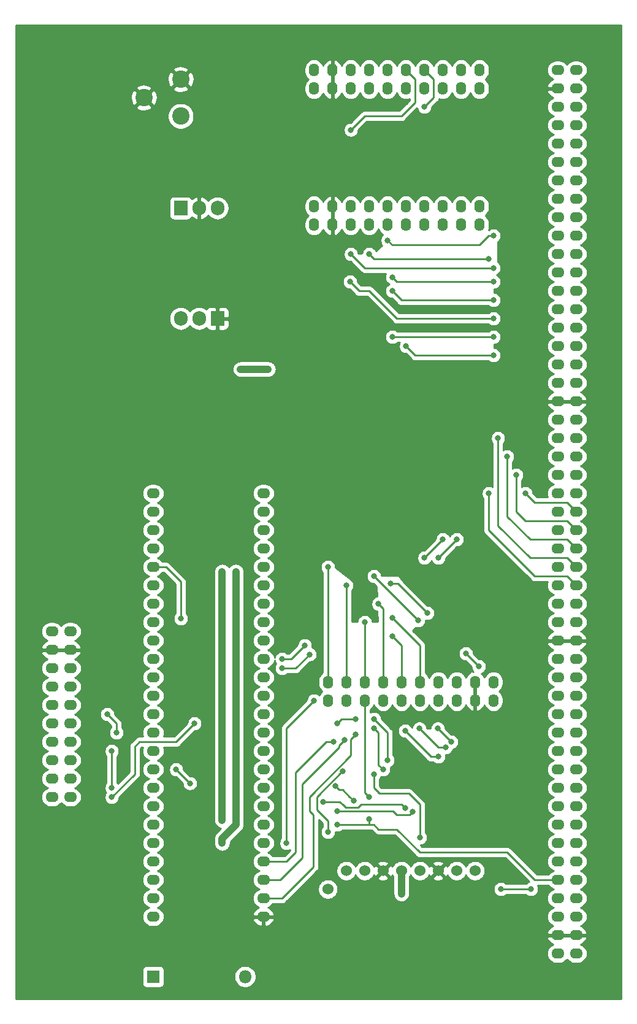
<source format=gbr>
%TF.GenerationSoftware,KiCad,Pcbnew,(5.1.9)-1*%
%TF.CreationDate,2021-10-09T15:43:02-04:00*%
%TF.ProjectId,4wire_sd_breakout,34776972-655f-4736-945f-627265616b6f,rev?*%
%TF.SameCoordinates,Original*%
%TF.FileFunction,Copper,L2,Bot*%
%TF.FilePolarity,Positive*%
%FSLAX46Y46*%
G04 Gerber Fmt 4.6, Leading zero omitted, Abs format (unit mm)*
G04 Created by KiCad (PCBNEW (5.1.9)-1) date 2021-10-09 15:43:02*
%MOMM*%
%LPD*%
G01*
G04 APERTURE LIST*
%TA.AperFunction,ComponentPad*%
%ADD10C,1.524000*%
%TD*%
%TA.AperFunction,ComponentPad*%
%ADD11O,1.800000X1.400000*%
%TD*%
%TA.AperFunction,ComponentPad*%
%ADD12O,1.400000X1.800000*%
%TD*%
%TA.AperFunction,ComponentPad*%
%ADD13O,1.905000X2.000000*%
%TD*%
%TA.AperFunction,ComponentPad*%
%ADD14R,1.905000X2.000000*%
%TD*%
%TA.AperFunction,ComponentPad*%
%ADD15C,2.400000*%
%TD*%
%TA.AperFunction,ComponentPad*%
%ADD16O,1.800000X1.800000*%
%TD*%
%TA.AperFunction,ComponentPad*%
%ADD17R,1.800000X1.800000*%
%TD*%
%TA.AperFunction,ViaPad*%
%ADD18C,0.800000*%
%TD*%
%TA.AperFunction,Conductor*%
%ADD19C,0.250000*%
%TD*%
%TA.AperFunction,Conductor*%
%ADD20C,1.000000*%
%TD*%
%TA.AperFunction,Conductor*%
%ADD21C,0.254000*%
%TD*%
%TA.AperFunction,Conductor*%
%ADD22C,0.100000*%
%TD*%
G04 APERTURE END LIST*
D10*
%TO.P,U6,9*%
%TO.N,Net-(R6-Pad2)*%
X83820000Y-160020000D03*
%TO.P,U6,8*%
%TO.N,Net-(R10-Pad2)*%
X104140000Y-157480000D03*
%TO.P,U6,7*%
%TO.N,Net-(R9-Pad2)*%
X101600000Y-157480000D03*
%TO.P,U6,6*%
%TO.N,GND*%
X99060000Y-157480000D03*
%TO.P,U6,5*%
%TO.N,/SD_CLK*%
X96520000Y-157480000D03*
%TO.P,U6,4*%
%TO.N,+3V3*%
X93980000Y-157480000D03*
%TO.P,U6,3*%
%TO.N,GND*%
X91440000Y-157480000D03*
%TO.P,U6,2*%
%TO.N,Net-(R8-Pad2)*%
X88900000Y-157480000D03*
%TO.P,U6,1*%
%TO.N,Net-(R7-Pad2)*%
X86360000Y-157480000D03*
%TD*%
D11*
%TO.P,U4,24*%
%TO.N,Net-(D1-Pad1)*%
X59690000Y-163830000D03*
%TO.P,U4,25*%
%TO.N,GND*%
X74930000Y-163830000D03*
%TO.P,U4,23*%
%TO.N,Net-(U4-Pad23)*%
X59690000Y-161290000D03*
%TO.P,U4,26*%
%TO.N,/Sig_0*%
X74930000Y-161290000D03*
%TO.P,U4,22*%
%TO.N,Net-(U4-Pad22)*%
X59690000Y-158750000D03*
%TO.P,U4,27*%
%TO.N,/Sig_1*%
X74930000Y-158750000D03*
%TO.P,U4,21*%
%TO.N,Net-(U4-Pad21)*%
X59690000Y-156210000D03*
%TO.P,U4,28*%
%TO.N,/Sig_2*%
X74930000Y-156210000D03*
%TO.P,U4,20*%
%TO.N,Net-(U4-Pad20)*%
X59690000Y-153670000D03*
%TO.P,U4,29*%
%TO.N,/CMD_CS*%
X74930000Y-153670000D03*
%TO.P,U4,19*%
%TO.N,Net-(U4-Pad19)*%
X59690000Y-151130000D03*
%TO.P,U4,30*%
%TO.N,/CMD_MOSI*%
X74930000Y-151130000D03*
%TO.P,U4,18*%
%TO.N,Net-(U4-Pad18)*%
X59690000Y-148590000D03*
%TO.P,U4,31*%
%TO.N,/SD_DAT1*%
X74930000Y-148590000D03*
%TO.P,U4,17*%
%TO.N,Net-(U4-Pad17)*%
X59690000Y-146050000D03*
%TO.P,U4,32*%
%TO.N,/SD_DAT0*%
X74930000Y-146050000D03*
%TO.P,U4,16*%
%TO.N,Net-(U4-Pad16)*%
X59690000Y-143510000D03*
%TO.P,U4,33*%
%TO.N,/SD_CMD*%
X74930000Y-143510000D03*
%TO.P,U4,15*%
%TO.N,Net-(U4-Pad15)*%
X59690000Y-140970000D03*
%TO.P,U4,34*%
%TO.N,/SD_DAT3*%
X74930000Y-140970000D03*
%TO.P,U4,14*%
%TO.N,Net-(U4-Pad14)*%
X59690000Y-138430000D03*
%TO.P,U4,35*%
%TO.N,/SD_DAT2*%
X74930000Y-138430000D03*
%TO.P,U4,13*%
%TO.N,Net-(U4-Pad13)*%
X59690000Y-135890000D03*
%TO.P,U4,36*%
%TO.N,/SD_CLK*%
X74930000Y-135890000D03*
%TO.P,U4,12*%
%TO.N,Net-(U4-Pad12)*%
X59690000Y-133350000D03*
%TO.P,U4,37*%
%TO.N,/CMD_MISO*%
X74930000Y-133350000D03*
%TO.P,U4,11*%
%TO.N,Net-(U4-Pad11)*%
X59690000Y-130810000D03*
%TO.P,U4,38*%
%TO.N,/DATA_D2*%
X74930000Y-130810000D03*
%TO.P,U4,10*%
%TO.N,Net-(U4-Pad10)*%
X59690000Y-128270000D03*
%TO.P,U4,39*%
%TO.N,/DATA_D3*%
X74930000Y-128270000D03*
%TO.P,U4,9*%
%TO.N,Net-(U4-Pad9)*%
X59690000Y-125730000D03*
%TO.P,U4,40*%
%TO.N,/CMD_CLK*%
X74930000Y-125730000D03*
%TO.P,U4,8*%
%TO.N,Net-(U4-Pad8)*%
X59690000Y-123190000D03*
%TO.P,U4,41*%
%TO.N,/DATA_D0*%
X74930000Y-123190000D03*
%TO.P,U4,7*%
%TO.N,/Sig_5*%
X59690000Y-120650000D03*
%TO.P,U4,42*%
%TO.N,/DATA_D1*%
X74930000Y-120650000D03*
%TO.P,U4,6*%
%TO.N,/Sig_4*%
X59690000Y-118110000D03*
%TO.P,U4,43*%
%TO.N,/DATA_CLK*%
X74930000Y-118110000D03*
%TO.P,U4,5*%
%TO.N,/Sig_3*%
X59690000Y-115570000D03*
%TO.P,U4,44*%
%TO.N,/DATA_FSS*%
X74930000Y-115570000D03*
%TO.P,U4,4*%
%TO.N,Net-(U4-Pad4)*%
X59690000Y-113030000D03*
%TO.P,U4,45*%
%TO.N,Net-(U4-Pad45)*%
X74930000Y-113030000D03*
%TO.P,U4,3*%
%TO.N,Net-(U4-Pad3)*%
X59690000Y-110490000D03*
%TO.P,U4,46*%
%TO.N,Net-(U4-Pad46)*%
X74930000Y-110490000D03*
%TO.P,U4,2*%
%TO.N,Net-(U4-Pad2)*%
X59690000Y-107950000D03*
%TO.P,U4,47*%
%TO.N,Net-(U4-Pad47)*%
X74930000Y-107950000D03*
%TO.P,U4,1*%
%TO.N,Net-(U4-Pad1)*%
X59690000Y-105410000D03*
%TO.P,U4,48*%
%TO.N,Net-(U4-Pad48)*%
X74930000Y-105410000D03*
%TD*%
D12*
%TO.P,U8,10*%
%TO.N,Net-(U8-Pad10)*%
X81915000Y-65786000D03*
%TO.P,U8,20*%
%TO.N,Net-(U8-Pad20)*%
X81915000Y-68326000D03*
%TO.P,U8,9*%
%TO.N,GND*%
X84455000Y-65786000D03*
%TO.P,U8,19*%
X84455000Y-68326000D03*
%TO.P,U8,8*%
%TO.N,/USB0_CLK*%
X86995000Y-65786000D03*
%TO.P,U8,18*%
%TO.N,/USB0_DAT7*%
X86995000Y-68326000D03*
%TO.P,U8,7*%
%TO.N,/USB0_STP*%
X89535000Y-65786000D03*
%TO.P,U8,17*%
%TO.N,/USB0_DAT6*%
X89535000Y-68326000D03*
%TO.P,U8,6*%
%TO.N,/USB0_NXT*%
X92075000Y-65786000D03*
%TO.P,U8,16*%
%TO.N,/USB0_DAT5*%
X92075000Y-68326000D03*
%TO.P,U8,5*%
%TO.N,/USB0_DIR*%
X94615000Y-65786000D03*
%TO.P,U8,15*%
%TO.N,/USB0_DAT4*%
X94615000Y-68326000D03*
%TO.P,U8,4*%
%TO.N,/USB0_RST*%
X97155000Y-65786000D03*
%TO.P,U8,14*%
%TO.N,/USB0_DAT3*%
X97155000Y-68326000D03*
%TO.P,U8,3*%
%TO.N,Net-(U8-Pad3)*%
X99695000Y-65786000D03*
%TO.P,U8,13*%
%TO.N,/USB0_DAT2*%
X99695000Y-68326000D03*
%TO.P,U8,2*%
%TO.N,Net-(U8-Pad2)*%
X102235000Y-65786000D03*
%TO.P,U8,12*%
%TO.N,/USB0_DAT1*%
X102235000Y-68326000D03*
%TO.P,U8,1*%
%TO.N,Net-(U8-Pad1)*%
X104775000Y-65786000D03*
%TO.P,U8,11*%
%TO.N,/USB0_DAT0*%
X104775000Y-68326000D03*
%TD*%
%TO.P,U7,10*%
%TO.N,+3V3*%
X81915000Y-46990000D03*
%TO.P,U7,20*%
X81915000Y-49530000D03*
%TO.P,U7,9*%
%TO.N,GND*%
X84455000Y-46990000D03*
%TO.P,U7,19*%
X84455000Y-49530000D03*
%TO.P,U7,8*%
%TO.N,/USB0_STP*%
X86995000Y-46990000D03*
%TO.P,U7,18*%
%TO.N,/USB0_DAT7*%
X86995000Y-49530000D03*
%TO.P,U7,7*%
%TO.N,/USB0_NXT*%
X89535000Y-46990000D03*
%TO.P,U7,17*%
%TO.N,/USB0_DAT6*%
X89535000Y-49530000D03*
%TO.P,U7,6*%
%TO.N,/USB0_DIR*%
X92075000Y-46990000D03*
%TO.P,U7,16*%
%TO.N,/USB0_DAT5*%
X92075000Y-49530000D03*
%TO.P,U7,5*%
%TO.N,/USB0_CLK*%
X94615000Y-46990000D03*
%TO.P,U7,15*%
%TO.N,/USB0_DAT4*%
X94615000Y-49530000D03*
%TO.P,U7,4*%
%TO.N,/USB0_RST*%
X97155000Y-46990000D03*
%TO.P,U7,14*%
%TO.N,/USB0_DAT3*%
X97155000Y-49530000D03*
%TO.P,U7,3*%
%TO.N,Net-(U7-Pad3)*%
X99695000Y-46990000D03*
%TO.P,U7,13*%
%TO.N,/USB0_DAT2*%
X99695000Y-49530000D03*
%TO.P,U7,2*%
%TO.N,+5V*%
X102235000Y-46990000D03*
%TO.P,U7,12*%
%TO.N,/USB0_DAT1*%
X102235000Y-49530000D03*
%TO.P,U7,1*%
%TO.N,+5V*%
X104775000Y-46990000D03*
%TO.P,U7,11*%
%TO.N,/USB0_DAT0*%
X104775000Y-49530000D03*
%TD*%
%TO.P,U5,10*%
%TO.N,Net-(U5-Pad10)*%
X106680000Y-133985000D03*
%TO.P,U5,20*%
%TO.N,Net-(U5-Pad20)*%
X106680000Y-131445000D03*
%TO.P,U5,9*%
%TO.N,GND*%
X104140000Y-133985000D03*
%TO.P,U5,19*%
X104140000Y-131445000D03*
%TO.P,U5,8*%
%TO.N,/Sig_3*%
X101600000Y-133985000D03*
%TO.P,U5,18*%
%TO.N,/Sig_5*%
X101600000Y-131445000D03*
%TO.P,U5,7*%
%TO.N,/Sig_2*%
X99060000Y-133985000D03*
%TO.P,U5,17*%
%TO.N,/Sig_4*%
X99060000Y-131445000D03*
%TO.P,U5,6*%
%TO.N,/Sig_1*%
X96520000Y-133985000D03*
%TO.P,U5,16*%
%TO.N,/DATA_D3*%
X96520000Y-131445000D03*
%TO.P,U5,5*%
%TO.N,/Sig_0*%
X93980000Y-133985000D03*
%TO.P,U5,15*%
%TO.N,/DATA_D2*%
X93980000Y-131445000D03*
%TO.P,U5,4*%
%TO.N,/CMD_MISO*%
X91440000Y-133985000D03*
%TO.P,U5,14*%
%TO.N,/DATA_D1*%
X91440000Y-131445000D03*
%TO.P,U5,3*%
%TO.N,/CMD_MOSI*%
X88900000Y-133985000D03*
%TO.P,U5,13*%
%TO.N,/DATA_D0*%
X88900000Y-131445000D03*
%TO.P,U5,2*%
%TO.N,/CMD_CLK*%
X86360000Y-133985000D03*
%TO.P,U5,12*%
%TO.N,/DATA_CLK*%
X86360000Y-131445000D03*
%TO.P,U5,1*%
%TO.N,/CMD_CS*%
X83820000Y-133985000D03*
%TO.P,U5,11*%
%TO.N,/DATA_FSS*%
X83820000Y-131445000D03*
%TD*%
D11*
%TO.P,U3,10*%
%TO.N,Net-(U3-Pad10)*%
X48260000Y-124460000D03*
%TO.P,U3,20*%
%TO.N,Net-(U3-Pad20)*%
X45720000Y-124460000D03*
%TO.P,U3,9*%
%TO.N,GND*%
X48260000Y-127000000D03*
%TO.P,U3,19*%
X45720000Y-127000000D03*
%TO.P,U3,8*%
%TO.N,Net-(U3-Pad8)*%
X48260000Y-129540000D03*
%TO.P,U3,18*%
%TO.N,Net-(U3-Pad18)*%
X45720000Y-129540000D03*
%TO.P,U3,7*%
%TO.N,Net-(U3-Pad7)*%
X48260000Y-132080000D03*
%TO.P,U3,17*%
%TO.N,Net-(U3-Pad17)*%
X45720000Y-132080000D03*
%TO.P,U3,6*%
%TO.N,/SD_DAT3*%
X48260000Y-134620000D03*
%TO.P,U3,16*%
%TO.N,Net-(U3-Pad16)*%
X45720000Y-134620000D03*
%TO.P,U3,5*%
%TO.N,/SD_DAT2*%
X48260000Y-137160000D03*
%TO.P,U3,15*%
%TO.N,Net-(U3-Pad15)*%
X45720000Y-137160000D03*
%TO.P,U3,4*%
%TO.N,/SD_DAT1*%
X48260000Y-139700000D03*
%TO.P,U3,14*%
%TO.N,Net-(U3-Pad14)*%
X45720000Y-139700000D03*
%TO.P,U3,3*%
%TO.N,/SD_DAT0*%
X48260000Y-142240000D03*
%TO.P,U3,13*%
%TO.N,Net-(U3-Pad13)*%
X45720000Y-142240000D03*
%TO.P,U3,2*%
%TO.N,/SD_CMD*%
X48260000Y-144780000D03*
%TO.P,U3,12*%
%TO.N,Net-(U3-Pad12)*%
X45720000Y-144780000D03*
%TO.P,U3,1*%
%TO.N,/SD_CLK*%
X48260000Y-147320000D03*
%TO.P,U3,11*%
%TO.N,Net-(U3-Pad11)*%
X45720000Y-147320000D03*
%TD*%
D13*
%TO.P,U2,3*%
%TO.N,Net-(C1-Pad2)*%
X63500000Y-81280000D03*
%TO.P,U2,2*%
%TO.N,+3V3*%
X66040000Y-81280000D03*
D14*
%TO.P,U2,1*%
%TO.N,GND*%
X68580000Y-81280000D03*
%TD*%
D13*
%TO.P,U1,3*%
%TO.N,+5V*%
X68580000Y-66040000D03*
%TO.P,U1,2*%
%TO.N,GND*%
X66040000Y-66040000D03*
D14*
%TO.P,U1,1*%
%TO.N,Net-(C1-Pad2)*%
X63500000Y-66040000D03*
%TD*%
D11*
%TO.P,J2,97*%
%TO.N,Net-(J2-Pad97)*%
X118110000Y-46990000D03*
%TO.P,J2,98*%
%TO.N,Net-(J2-Pad98)*%
X115570000Y-46990000D03*
%TO.P,J2,95*%
%TO.N,Net-(J2-Pad95)*%
X118110000Y-49530000D03*
%TO.P,J2,96*%
%TO.N,GND*%
X115570000Y-49530000D03*
%TO.P,J2,93*%
%TO.N,Net-(J2-Pad93)*%
X118110000Y-52070000D03*
%TO.P,J2,94*%
%TO.N,Net-(J2-Pad94)*%
X115570000Y-52070000D03*
%TO.P,J2,91*%
%TO.N,Net-(J2-Pad91)*%
X118110000Y-54610000D03*
%TO.P,J2,92*%
%TO.N,Net-(J2-Pad92)*%
X115570000Y-54610000D03*
%TO.P,J2,89*%
%TO.N,Net-(J2-Pad89)*%
X118110000Y-57150000D03*
%TO.P,J2,90*%
%TO.N,Net-(J2-Pad90)*%
X115570000Y-57150000D03*
%TO.P,J2,87*%
%TO.N,Net-(J2-Pad87)*%
X118110000Y-59690000D03*
%TO.P,J2,88*%
%TO.N,Net-(J2-Pad88)*%
X115570000Y-59690000D03*
%TO.P,J2,85*%
%TO.N,Net-(J2-Pad85)*%
X118110000Y-62230000D03*
%TO.P,J2,86*%
%TO.N,Net-(J2-Pad86)*%
X115570000Y-62230000D03*
%TO.P,J2,83*%
%TO.N,Net-(J2-Pad83)*%
X118110000Y-64770000D03*
%TO.P,J2,84*%
%TO.N,Net-(J2-Pad84)*%
X115570000Y-64770000D03*
%TO.P,J2,81*%
%TO.N,Net-(J2-Pad81)*%
X118110000Y-67310000D03*
%TO.P,J2,82*%
%TO.N,Net-(J2-Pad82)*%
X115570000Y-67310000D03*
%TO.P,J2,79*%
%TO.N,/USB0_DAT5*%
X118110000Y-69850000D03*
%TO.P,J2,80*%
%TO.N,/USB0_DAT6*%
X115570000Y-69850000D03*
%TO.P,J2,77*%
%TO.N,Net-(J2-Pad77)*%
X118110000Y-72390000D03*
%TO.P,J2,78*%
%TO.N,/USB0_DAT7*%
X115570000Y-72390000D03*
%TO.P,J2,75*%
%TO.N,Net-(J2-Pad75)*%
X118110000Y-74930000D03*
%TO.P,J2,76*%
%TO.N,Net-(J2-Pad76)*%
X115570000Y-74930000D03*
%TO.P,J2,73*%
%TO.N,/USB0_DIR*%
X118110000Y-77470000D03*
%TO.P,J2,74*%
%TO.N,Net-(J2-Pad74)*%
X115570000Y-77470000D03*
%TO.P,J2,71*%
%TO.N,/USB0_NXT*%
X118110000Y-80010000D03*
%TO.P,J2,72*%
%TO.N,Net-(J2-Pad72)*%
X115570000Y-80010000D03*
%TO.P,J2,69*%
%TO.N,/USB0_CLK*%
X118110000Y-82550000D03*
%TO.P,J2,70*%
%TO.N,Net-(J2-Pad70)*%
X115570000Y-82550000D03*
%TO.P,J2,67*%
%TO.N,/USB0_STP*%
X118110000Y-85090000D03*
%TO.P,J2,68*%
%TO.N,Net-(J2-Pad68)*%
X115570000Y-85090000D03*
%TO.P,J2,65*%
%TO.N,/USB0_DAT4*%
X118110000Y-87630000D03*
%TO.P,J2,66*%
%TO.N,Net-(J2-Pad66)*%
X115570000Y-87630000D03*
%TO.P,J2,63*%
%TO.N,Net-(J2-Pad63)*%
X118110000Y-90170000D03*
%TO.P,J2,64*%
%TO.N,Net-(J2-Pad64)*%
X115570000Y-90170000D03*
%TO.P,J2,61*%
%TO.N,GND*%
X118110000Y-92710000D03*
%TO.P,J2,62*%
X115570000Y-92710000D03*
%TO.P,J2,59*%
%TO.N,Net-(J2-Pad59)*%
X118110000Y-95250000D03*
%TO.P,J2,60*%
%TO.N,Net-(J2-Pad60)*%
X115570000Y-95250000D03*
%TO.P,J2,57*%
%TO.N,Net-(J2-Pad57)*%
X118110000Y-97790000D03*
%TO.P,J2,58*%
%TO.N,Net-(J2-Pad58)*%
X115570000Y-97790000D03*
%TO.P,J2,55*%
%TO.N,Net-(J2-Pad55)*%
X118110000Y-100330000D03*
%TO.P,J2,56*%
%TO.N,Net-(J2-Pad56)*%
X115570000Y-100330000D03*
%TO.P,J2,53*%
%TO.N,Net-(J2-Pad53)*%
X118110000Y-102870000D03*
%TO.P,J2,54*%
%TO.N,Net-(J2-Pad54)*%
X115570000Y-102870000D03*
%TO.P,J2,51*%
%TO.N,Net-(J2-Pad51)*%
X118110000Y-105410000D03*
%TO.P,J2,52*%
%TO.N,/DATA_FSS*%
X115570000Y-105410000D03*
%TO.P,J2,49*%
%TO.N,/USB0_DAT3*%
X118110000Y-107950000D03*
%TO.P,J2,50*%
%TO.N,/DATA_D1*%
X115570000Y-107950000D03*
%TO.P,J2,47*%
%TO.N,/USB0_DAT2*%
X118110000Y-110490000D03*
%TO.P,J2,48*%
%TO.N,/DATA_D0*%
X115570000Y-110490000D03*
%TO.P,J2,45*%
%TO.N,/USB0_DAT1*%
X118110000Y-113030000D03*
%TO.P,J2,46*%
%TO.N,/DATA_CLK*%
X115570000Y-113030000D03*
%TO.P,J2,43*%
%TO.N,/USB0_DAT0*%
X118110000Y-115570000D03*
%TO.P,J2,44*%
%TO.N,/DATA_D3*%
X115570000Y-115570000D03*
%TO.P,J2,41*%
%TO.N,/USB0_RST*%
X118110000Y-118110000D03*
%TO.P,J2,42*%
%TO.N,/DATA_D2*%
X115570000Y-118110000D03*
%TO.P,J2,39*%
%TO.N,Net-(J2-Pad39)*%
X118110000Y-120650000D03*
%TO.P,J2,40*%
%TO.N,Net-(J2-Pad40)*%
X115570000Y-120650000D03*
%TO.P,J2,37*%
%TO.N,Net-(J2-Pad37)*%
X118110000Y-123190000D03*
%TO.P,J2,38*%
%TO.N,Net-(J2-Pad38)*%
X115570000Y-123190000D03*
%TO.P,J2,35*%
%TO.N,GND*%
X118110000Y-125730000D03*
%TO.P,J2,36*%
X115570000Y-125730000D03*
%TO.P,J2,33*%
%TO.N,Net-(J2-Pad33)*%
X118110000Y-128270000D03*
%TO.P,J2,34*%
%TO.N,Net-(J2-Pad34)*%
X115570000Y-128270000D03*
%TO.P,J2,31*%
%TO.N,Net-(J2-Pad31)*%
X118110000Y-130810000D03*
%TO.P,J2,32*%
%TO.N,Net-(J2-Pad32)*%
X115570000Y-130810000D03*
%TO.P,J2,29*%
%TO.N,Net-(J2-Pad29)*%
X118110000Y-133350000D03*
%TO.P,J2,30*%
%TO.N,Net-(J2-Pad30)*%
X115570000Y-133350000D03*
%TO.P,J2,27*%
%TO.N,Net-(J2-Pad27)*%
X118110000Y-135890000D03*
%TO.P,J2,28*%
%TO.N,Net-(J2-Pad28)*%
X115570000Y-135890000D03*
%TO.P,J2,25*%
%TO.N,Net-(J2-Pad25)*%
X118110000Y-138430000D03*
%TO.P,J2,26*%
%TO.N,Net-(J2-Pad26)*%
X115570000Y-138430000D03*
%TO.P,J2,23*%
%TO.N,Net-(J2-Pad23)*%
X118110000Y-140970000D03*
%TO.P,J2,24*%
%TO.N,/Sig_5*%
X115570000Y-140970000D03*
%TO.P,J2,21*%
%TO.N,Net-(J2-Pad21)*%
X118110000Y-143510000D03*
%TO.P,J2,22*%
%TO.N,/Sig_4*%
X115570000Y-143510000D03*
%TO.P,J2,19*%
%TO.N,Net-(J2-Pad19)*%
X118110000Y-146050000D03*
%TO.P,J2,20*%
%TO.N,/Sig_3*%
X115570000Y-146050000D03*
%TO.P,J2,17*%
%TO.N,Net-(J2-Pad17)*%
X118110000Y-148590000D03*
%TO.P,J2,18*%
%TO.N,/Sig_2*%
X115570000Y-148590000D03*
%TO.P,J2,15*%
%TO.N,Net-(J2-Pad15)*%
X118110000Y-151130000D03*
%TO.P,J2,16*%
%TO.N,/Sig_1*%
X115570000Y-151130000D03*
%TO.P,J2,13*%
%TO.N,Net-(J2-Pad13)*%
X118110000Y-153670000D03*
%TO.P,J2,14*%
%TO.N,/Sig_0*%
X115570000Y-153670000D03*
%TO.P,J2,11*%
%TO.N,Net-(J2-Pad11)*%
X118110000Y-156210000D03*
%TO.P,J2,12*%
%TO.N,/CMD_MISO*%
X115570000Y-156210000D03*
%TO.P,J2,9*%
%TO.N,Net-(J2-Pad9)*%
X118110000Y-158750000D03*
%TO.P,J2,10*%
%TO.N,/CMD_MOSI*%
X115570000Y-158750000D03*
%TO.P,J2,7*%
%TO.N,Net-(J2-Pad7)*%
X118110000Y-161290000D03*
%TO.P,J2,8*%
%TO.N,/CMD_CS*%
X115570000Y-161290000D03*
%TO.P,J2,5*%
%TO.N,Net-(J2-Pad5)*%
X118110000Y-163830000D03*
%TO.P,J2,6*%
%TO.N,/CMD_CLK*%
X115570000Y-163830000D03*
%TO.P,J2,3*%
%TO.N,GND*%
X118110000Y-166370000D03*
%TO.P,J2,4*%
X115570000Y-166370000D03*
%TO.P,J2,1*%
%TO.N,Net-(J2-Pad1)*%
X118110000Y-168910000D03*
%TO.P,J2,2*%
%TO.N,+5V*%
X115570000Y-168910000D03*
%TD*%
D15*
%TO.P,J1,3*%
%TO.N,GND*%
X58420000Y-50800000D03*
%TO.P,J1,2*%
X63500000Y-48260000D03*
%TO.P,J1,1*%
%TO.N,Net-(C1-Pad2)*%
X63500000Y-53340000D03*
%TD*%
D16*
%TO.P,D1,2*%
%TO.N,+5V*%
X72390000Y-172085000D03*
D17*
%TO.P,D1,1*%
%TO.N,Net-(D1-Pad1)*%
X59690000Y-172085000D03*
%TD*%
D18*
%TO.N,GND*%
X95250000Y-155575000D03*
%TO.N,+5V*%
X71120000Y-116205000D03*
X69215000Y-153670000D03*
%TO.N,+3V3*%
X75565000Y-88265000D03*
X69215000Y-150495000D03*
X93980000Y-160655000D03*
X69215000Y-116205000D03*
X71755000Y-88265000D03*
%TO.N,/USB0_DAT5*%
X92075000Y-70485000D03*
X106680000Y-69850000D03*
%TO.N,/USB0_DAT6*%
X106045000Y-73025000D03*
X89535000Y-72390000D03*
%TO.N,/USB0_DAT7*%
X106680000Y-74295000D03*
X86995000Y-72390000D03*
%TO.N,/USB0_DIR*%
X106680000Y-76200000D03*
X92710000Y-75565000D03*
%TO.N,/USB0_NXT*%
X106680000Y-78740000D03*
X92710000Y-77470000D03*
%TO.N,/USB0_CLK*%
X86995000Y-55245000D03*
X106680000Y-81280000D03*
X86868000Y-76200000D03*
%TO.N,/USB0_STP*%
X106680000Y-83820000D03*
X92710000Y-83820000D03*
%TO.N,/USB0_DAT4*%
X106680000Y-86360000D03*
X94615000Y-85090000D03*
%TO.N,/DATA_FSS*%
X83820000Y-115570000D03*
%TO.N,/USB0_DAT3*%
X111125000Y-105410000D03*
%TO.N,/DATA_D1*%
X99695000Y-111760000D03*
X97155000Y-114300000D03*
X90805000Y-120650000D03*
%TO.N,/USB0_DAT2*%
X109855000Y-102870000D03*
%TO.N,/DATA_D0*%
X101600000Y-111760000D03*
X99060000Y-114300000D03*
X88900000Y-123190000D03*
%TO.N,/USB0_DAT1*%
X108585000Y-100330000D03*
%TO.N,/DATA_CLK*%
X86360000Y-118110000D03*
%TO.N,/USB0_DAT0*%
X107315000Y-97790000D03*
%TO.N,/DATA_D3*%
X77470000Y-128270000D03*
X80645000Y-126365000D03*
X92710000Y-122555000D03*
%TO.N,/USB0_RST*%
X97155000Y-52070000D03*
X106045000Y-105410000D03*
%TO.N,/DATA_D2*%
X81280000Y-127635000D03*
X77470000Y-129540000D03*
X92710000Y-125095000D03*
%TO.N,/Sig_5*%
X92456000Y-117856000D03*
X97536000Y-121920000D03*
%TO.N,/Sig_4*%
X102870000Y-127508000D03*
X104648000Y-129286000D03*
X90170000Y-116840000D03*
X96266000Y-122936000D03*
%TO.N,/Sig_3*%
X63500000Y-122682000D03*
%TO.N,/Sig_2*%
X84582000Y-139700000D03*
X98996500Y-137858500D03*
X100838000Y-139700000D03*
%TO.N,/Sig_1*%
X86106000Y-139446000D03*
X100076000Y-140462000D03*
X96456500Y-137858500D03*
%TO.N,/Sig_0*%
X99060000Y-141732000D03*
X94488000Y-138176000D03*
X87630000Y-138684000D03*
%TO.N,/CMD_MISO*%
X85090000Y-137160000D03*
X92075000Y-142240000D03*
X87630000Y-136525000D03*
X90170000Y-136525000D03*
%TO.N,/CMD_MOSI*%
X89535000Y-150368000D03*
X89535000Y-147320000D03*
X85090000Y-151130000D03*
%TO.N,/CMD_CS*%
X107696000Y-160020000D03*
X81915000Y-133985000D03*
X78105000Y-153670000D03*
X111887000Y-160020000D03*
%TO.N,/CMD_CLK*%
X90170000Y-137795000D03*
X91440000Y-143510000D03*
%TO.N,/SD_DAT2*%
X85852000Y-143764000D03*
X83820000Y-152146000D03*
%TO.N,/SD_DAT3*%
X53340000Y-135890000D03*
X54610000Y-138430000D03*
%TO.N,/SD_CMD*%
X87376000Y-147828000D03*
X84836000Y-145796000D03*
%TO.N,/SD_DAT0*%
X95504000Y-149352000D03*
X85090000Y-149225000D03*
X62865000Y-143510000D03*
X64770000Y-145415000D03*
%TO.N,/SD_DAT1*%
X83185000Y-147955000D03*
X53975000Y-146050000D03*
X53975000Y-140970000D03*
X94488000Y-148844000D03*
%TO.N,/SD_CLK*%
X96520000Y-152908000D03*
X53975000Y-147320000D03*
X65405000Y-137160000D03*
X90170000Y-144145000D03*
%TD*%
D19*
%TO.N,GND*%
X104140000Y-133985000D02*
X104140000Y-131445000D01*
D20*
%TO.N,+5V*%
X71120000Y-150495000D02*
X71120000Y-116205000D01*
X69215000Y-153035000D02*
X71120000Y-151130000D01*
X71120000Y-151130000D02*
X71120000Y-150495000D01*
X69215000Y-153035000D02*
X69215000Y-153670000D01*
%TO.N,+3V3*%
X93980000Y-160655000D02*
X93980000Y-160655000D01*
X93980000Y-160655000D02*
X93980000Y-160655000D01*
X93980000Y-160655000D02*
X93980000Y-157480000D01*
X69215000Y-116205000D02*
X69215000Y-116205000D01*
X69215000Y-116205000D02*
X69215000Y-150495000D01*
X75565000Y-88265000D02*
X71755000Y-88265000D01*
D19*
%TO.N,/USB0_DAT5*%
X92075000Y-70485000D02*
X92075000Y-70485000D01*
X92710000Y-71120000D02*
X92075000Y-70485000D01*
X104775000Y-71120000D02*
X92710000Y-71120000D01*
X106680000Y-69850000D02*
X106045000Y-69850000D01*
X106045000Y-69850000D02*
X104775000Y-71120000D01*
%TO.N,/USB0_DAT6*%
X89535000Y-72390000D02*
X89535000Y-72390000D01*
X90170000Y-73025000D02*
X89535000Y-72390000D01*
X106045000Y-73025000D02*
X90170000Y-73025000D01*
%TO.N,/USB0_DAT7*%
X106680000Y-74295000D02*
X88900000Y-74295000D01*
X88900000Y-74295000D02*
X86995000Y-72390000D01*
%TO.N,/USB0_DIR*%
X106680000Y-76200000D02*
X97790000Y-76200000D01*
X97790000Y-76200000D02*
X93345000Y-76200000D01*
X93345000Y-76200000D02*
X92710000Y-75565000D01*
X92710000Y-75565000D02*
X92710000Y-75565000D01*
%TO.N,/USB0_NXT*%
X93980000Y-78740000D02*
X92710000Y-77470000D01*
X106680000Y-78740000D02*
X93980000Y-78740000D01*
%TO.N,/USB0_CLK*%
X94615000Y-46990000D02*
X95885000Y-48260000D01*
X95885000Y-48260000D02*
X95885000Y-51435000D01*
X95885000Y-51435000D02*
X95250000Y-52070000D01*
X95250000Y-52070000D02*
X93980000Y-53340000D01*
X93980000Y-53340000D02*
X88900000Y-53340000D01*
X88900000Y-53340000D02*
X86995000Y-55245000D01*
X86995000Y-55245000D02*
X86995000Y-55245000D01*
X93345000Y-81280000D02*
X89535000Y-77470000D01*
X106680000Y-81280000D02*
X93345000Y-81280000D01*
X88138000Y-77470000D02*
X86868000Y-76200000D01*
X89535000Y-77470000D02*
X88138000Y-77470000D01*
%TO.N,/USB0_STP*%
X97790000Y-83820000D02*
X106680000Y-83820000D01*
X92710000Y-83820000D02*
X97790000Y-83820000D01*
%TO.N,/USB0_DAT4*%
X106680000Y-86360000D02*
X95885000Y-86360000D01*
X95885000Y-86360000D02*
X94615000Y-85090000D01*
%TO.N,/DATA_FSS*%
X83820000Y-115570000D02*
X83820000Y-131445000D01*
%TO.N,/USB0_DAT3*%
X116840000Y-106680000D02*
X118110000Y-107950000D01*
X112395000Y-106680000D02*
X116840000Y-106680000D01*
X111125000Y-105410000D02*
X112395000Y-106680000D01*
%TO.N,/DATA_D1*%
X97155000Y-114300000D02*
X99695000Y-111760000D01*
X91440000Y-121285000D02*
X90805000Y-120650000D01*
X91440000Y-131445000D02*
X91440000Y-121285000D01*
%TO.N,/USB0_DAT2*%
X109855000Y-107950000D02*
X109855000Y-102870000D01*
X111125000Y-109220000D02*
X109855000Y-107950000D01*
X116840000Y-109220000D02*
X111125000Y-109220000D01*
X118110000Y-110490000D02*
X116840000Y-109220000D01*
%TO.N,/DATA_D0*%
X101600000Y-111760000D02*
X99060000Y-114300000D01*
X99060000Y-114300000D02*
X99060000Y-114300000D01*
X88900000Y-123190000D02*
X88900000Y-131445000D01*
%TO.N,/USB0_DAT1*%
X116840000Y-111760000D02*
X118110000Y-113030000D01*
X111760000Y-111760000D02*
X116840000Y-111760000D01*
X108585000Y-108585000D02*
X111760000Y-111760000D01*
X108585000Y-108585000D02*
X108585000Y-100330000D01*
%TO.N,/DATA_CLK*%
X86360000Y-118110000D02*
X86360000Y-131445000D01*
%TO.N,/USB0_DAT0*%
X116840000Y-114300000D02*
X118110000Y-115570000D01*
X111760000Y-114300000D02*
X116840000Y-114300000D01*
X107315000Y-109855000D02*
X111760000Y-114300000D01*
X107315000Y-97790000D02*
X107315000Y-109855000D01*
%TO.N,/DATA_D3*%
X77470000Y-128270000D02*
X78740000Y-128270000D01*
X78740000Y-128270000D02*
X80645000Y-126365000D01*
X80645000Y-126365000D02*
X80645000Y-126365000D01*
X92710000Y-122555000D02*
X96520000Y-126365000D01*
X96520000Y-126365000D02*
X96520000Y-131445000D01*
%TO.N,/USB0_RST*%
X97155000Y-46990000D02*
X98425000Y-48260000D01*
X98425000Y-48260000D02*
X98425000Y-50800000D01*
X98425000Y-50800000D02*
X97155000Y-52070000D01*
X97155000Y-52070000D02*
X97155000Y-52070000D01*
X118110000Y-118110000D02*
X116840000Y-116840000D01*
X116840000Y-116840000D02*
X112395000Y-116840000D01*
X112395000Y-116840000D02*
X106045000Y-110490000D01*
X106045000Y-110490000D02*
X106045000Y-105410000D01*
X106045000Y-105410000D02*
X106045000Y-105410000D01*
%TO.N,/DATA_D2*%
X79375000Y-129540000D02*
X81280000Y-127635000D01*
X77470000Y-129540000D02*
X79375000Y-129540000D01*
X92710000Y-125095000D02*
X93980000Y-126365000D01*
X93980000Y-126365000D02*
X93980000Y-131445000D01*
%TO.N,/Sig_5*%
X92456000Y-117856000D02*
X93472000Y-117856000D01*
X93472000Y-117856000D02*
X97536000Y-121920000D01*
X97536000Y-121920000D02*
X97536000Y-121920000D01*
%TO.N,/Sig_4*%
X90170000Y-116840000D02*
X96266000Y-122936000D01*
X104648000Y-129286000D02*
X102870000Y-127508000D01*
%TO.N,/Sig_3*%
X59690000Y-115570000D02*
X61468000Y-115570000D01*
X61468000Y-115570000D02*
X63500000Y-117602000D01*
X63500000Y-117602000D02*
X63500000Y-122682000D01*
X63500000Y-122682000D02*
X63500000Y-122682000D01*
%TO.N,/Sig_2*%
X74930000Y-156210000D02*
X76638002Y-156210000D01*
X76638002Y-156210000D02*
X78105000Y-156210000D01*
X78105000Y-156210000D02*
X79375000Y-154940000D01*
X100838000Y-139700000D02*
X101092000Y-139700000D01*
X98996500Y-137858500D02*
X100838000Y-139700000D01*
X84582000Y-139700000D02*
X83566000Y-139700000D01*
X79375000Y-143891000D02*
X79375000Y-154940000D01*
X83566000Y-139700000D02*
X79375000Y-143891000D01*
%TO.N,/Sig_1*%
X80264000Y-145542000D02*
X85344000Y-140462000D01*
X80264000Y-155702000D02*
X80264000Y-145542000D01*
X77216000Y-158750000D02*
X80264000Y-155702000D01*
X74930000Y-158750000D02*
X77216000Y-158750000D01*
X85344000Y-140208000D02*
X86106000Y-139446000D01*
X85344000Y-140462000D02*
X85344000Y-140208000D01*
X99060000Y-140462000D02*
X96456500Y-137858500D01*
X100076000Y-140462000D02*
X99060000Y-140462000D01*
%TO.N,/Sig_0*%
X94488000Y-138176000D02*
X98044000Y-141732000D01*
X98044000Y-141732000D02*
X99060000Y-141732000D01*
X86995000Y-139319000D02*
X87630000Y-138684000D01*
X81280000Y-147262998D02*
X86995000Y-141547998D01*
X81824999Y-149769999D02*
X81280000Y-149225000D01*
X86995000Y-141547998D02*
X86995000Y-139319000D01*
X81824999Y-156935001D02*
X81824999Y-149769999D01*
X81280000Y-149225000D02*
X81280000Y-147262998D01*
X77470000Y-161290000D02*
X81824999Y-156935001D01*
X74930000Y-161290000D02*
X77470000Y-161290000D01*
%TO.N,/CMD_MISO*%
X92075000Y-142240000D02*
X92075000Y-138430000D01*
X92075000Y-138430000D02*
X90170000Y-136525000D01*
X90170000Y-136525000D02*
X90170000Y-136525000D01*
X87630000Y-136525000D02*
X85725000Y-136525000D01*
X85725000Y-136525000D02*
X85090000Y-137160000D01*
%TO.N,/CMD_MOSI*%
X89535000Y-150495000D02*
X89535000Y-150495000D01*
X89535000Y-151130000D02*
X89535000Y-150495000D01*
X89535000Y-147320000D02*
X88900000Y-146685000D01*
X88900000Y-146685000D02*
X88900000Y-133985000D01*
X112395000Y-158750000D02*
X115570000Y-158750000D01*
X108585000Y-154940000D02*
X112395000Y-158750000D01*
X96520000Y-154940000D02*
X108585000Y-154940000D01*
X93345000Y-151765000D02*
X96520000Y-154940000D01*
X90805000Y-151765000D02*
X93345000Y-151765000D01*
X90170000Y-151130000D02*
X90805000Y-151765000D01*
X85090000Y-151130000D02*
X85090000Y-151130000D01*
X85090000Y-151130000D02*
X90170000Y-151130000D01*
%TO.N,/CMD_CS*%
X81915000Y-133985000D02*
X80645000Y-135255000D01*
X78105000Y-137795000D02*
X81915000Y-133985000D01*
X78105000Y-153670000D02*
X78105000Y-137795000D01*
X111887000Y-160020000D02*
X107696000Y-160020000D01*
%TO.N,/CMD_CLK*%
X91440000Y-143510000D02*
X90805000Y-142875000D01*
X90805000Y-138430000D02*
X90170000Y-137795000D01*
X90805000Y-142875000D02*
X90805000Y-138430000D01*
%TO.N,/SD_DAT2*%
X83820000Y-152146000D02*
X83820000Y-150622000D01*
X83820000Y-150622000D02*
X82296000Y-149098000D01*
X82296000Y-147262998D02*
X85794998Y-143764000D01*
X82296000Y-149098000D02*
X82296000Y-147262998D01*
%TO.N,/SD_DAT3*%
X53340000Y-135890000D02*
X54610000Y-137160000D01*
X54610000Y-137160000D02*
X54610000Y-138430000D01*
%TO.N,/SD_CMD*%
X85344000Y-146304000D02*
X85852000Y-146304000D01*
X85852000Y-146304000D02*
X86839499Y-147291499D01*
X86839499Y-147291499D02*
X87376000Y-147828000D01*
X85344000Y-146304000D02*
X84836000Y-145796000D01*
X84836000Y-145796000D02*
X84836000Y-145796000D01*
%TO.N,/SD_DAT0*%
X95104001Y-149751999D02*
X95504000Y-149352000D01*
X93363999Y-149751999D02*
X95104001Y-149751999D01*
X92837000Y-149225000D02*
X93363999Y-149751999D01*
X85090000Y-149225000D02*
X92837000Y-149225000D01*
X62865000Y-143510000D02*
X64770000Y-145415000D01*
X64770000Y-145415000D02*
X64770000Y-145415000D01*
%TO.N,/SD_DAT1*%
X53975000Y-140970000D02*
X53975000Y-146050000D01*
X88392000Y-148336000D02*
X87953010Y-148774990D01*
X94488000Y-148844000D02*
X93980000Y-148336000D01*
X93980000Y-148336000D02*
X88392000Y-148336000D01*
X87953010Y-148774990D02*
X86290990Y-148774990D01*
X86290990Y-148774990D02*
X85852000Y-148336000D01*
X85471000Y-147955000D02*
X86290990Y-148774990D01*
X83185000Y-147955000D02*
X85471000Y-147955000D01*
%TO.N,/SD_CLK*%
X96520000Y-152908000D02*
X96520000Y-148336000D01*
X96520000Y-148336000D02*
X94996000Y-146812000D01*
X90932000Y-146812000D02*
X90424000Y-146304000D01*
X94996000Y-146812000D02*
X90932000Y-146812000D01*
X90424000Y-146304000D02*
X90805000Y-146685000D01*
X65405000Y-137160000D02*
X65405000Y-137160000D01*
X90170000Y-146050000D02*
X90932000Y-146812000D01*
X90170000Y-144145000D02*
X90170000Y-146050000D01*
X62865000Y-139700000D02*
X65405000Y-137160000D01*
X62865000Y-139700000D02*
X62230000Y-139700000D01*
X62230000Y-139700000D02*
X62620010Y-139700000D01*
X57150000Y-140335000D02*
X57785000Y-139700000D01*
X57150000Y-144145000D02*
X57150000Y-140335000D01*
X57785000Y-139700000D02*
X62230000Y-139700000D01*
X53975000Y-147320000D02*
X57150000Y-144145000D01*
%TD*%
D21*
%TO.N,GND*%
X124333000Y-175133000D02*
X40767000Y-175133000D01*
X40767000Y-171185000D01*
X58151928Y-171185000D01*
X58151928Y-172985000D01*
X58164188Y-173109482D01*
X58200498Y-173229180D01*
X58259463Y-173339494D01*
X58338815Y-173436185D01*
X58435506Y-173515537D01*
X58545820Y-173574502D01*
X58665518Y-173610812D01*
X58790000Y-173623072D01*
X60590000Y-173623072D01*
X60714482Y-173610812D01*
X60834180Y-173574502D01*
X60944494Y-173515537D01*
X61041185Y-173436185D01*
X61120537Y-173339494D01*
X61179502Y-173229180D01*
X61215812Y-173109482D01*
X61228072Y-172985000D01*
X61228072Y-171933816D01*
X70855000Y-171933816D01*
X70855000Y-172236184D01*
X70913989Y-172532743D01*
X71029701Y-172812095D01*
X71197688Y-173063505D01*
X71411495Y-173277312D01*
X71662905Y-173445299D01*
X71942257Y-173561011D01*
X72238816Y-173620000D01*
X72541184Y-173620000D01*
X72837743Y-173561011D01*
X73117095Y-173445299D01*
X73368505Y-173277312D01*
X73582312Y-173063505D01*
X73750299Y-172812095D01*
X73866011Y-172532743D01*
X73925000Y-172236184D01*
X73925000Y-171933816D01*
X73866011Y-171637257D01*
X73750299Y-171357905D01*
X73582312Y-171106495D01*
X73368505Y-170892688D01*
X73117095Y-170724701D01*
X72837743Y-170608989D01*
X72541184Y-170550000D01*
X72238816Y-170550000D01*
X71942257Y-170608989D01*
X71662905Y-170724701D01*
X71411495Y-170892688D01*
X71197688Y-171106495D01*
X71029701Y-171357905D01*
X70913989Y-171637257D01*
X70855000Y-171933816D01*
X61228072Y-171933816D01*
X61228072Y-171185000D01*
X61215812Y-171060518D01*
X61179502Y-170940820D01*
X61120537Y-170830506D01*
X61041185Y-170733815D01*
X60944494Y-170654463D01*
X60834180Y-170595498D01*
X60714482Y-170559188D01*
X60590000Y-170546928D01*
X58790000Y-170546928D01*
X58665518Y-170559188D01*
X58545820Y-170595498D01*
X58435506Y-170654463D01*
X58338815Y-170733815D01*
X58259463Y-170830506D01*
X58200498Y-170940820D01*
X58164188Y-171060518D01*
X58151928Y-171185000D01*
X40767000Y-171185000D01*
X40767000Y-168910000D01*
X114028541Y-168910000D01*
X114054317Y-169171706D01*
X114130653Y-169423354D01*
X114254618Y-169655275D01*
X114421445Y-169858555D01*
X114624725Y-170025382D01*
X114856646Y-170149347D01*
X115108294Y-170225683D01*
X115304421Y-170245000D01*
X115835579Y-170245000D01*
X116031706Y-170225683D01*
X116283354Y-170149347D01*
X116515275Y-170025382D01*
X116718555Y-169858555D01*
X116840000Y-169710573D01*
X116961445Y-169858555D01*
X117164725Y-170025382D01*
X117396646Y-170149347D01*
X117648294Y-170225683D01*
X117844421Y-170245000D01*
X118375579Y-170245000D01*
X118571706Y-170225683D01*
X118823354Y-170149347D01*
X119055275Y-170025382D01*
X119258555Y-169858555D01*
X119425382Y-169655275D01*
X119549347Y-169423354D01*
X119625683Y-169171706D01*
X119651459Y-168910000D01*
X119625683Y-168648294D01*
X119549347Y-168396646D01*
X119425382Y-168164725D01*
X119258555Y-167961445D01*
X119055275Y-167794618D01*
X118823354Y-167670653D01*
X118727358Y-167641533D01*
X118947104Y-167549372D01*
X119164946Y-167402418D01*
X119349933Y-167215789D01*
X119494956Y-166996657D01*
X119594442Y-166753443D01*
X119602716Y-166703329D01*
X119479374Y-166497000D01*
X118237000Y-166497000D01*
X118237000Y-166517000D01*
X117983000Y-166517000D01*
X117983000Y-166497000D01*
X115697000Y-166497000D01*
X115697000Y-166517000D01*
X115443000Y-166517000D01*
X115443000Y-166497000D01*
X114200626Y-166497000D01*
X114077284Y-166703329D01*
X114085558Y-166753443D01*
X114185044Y-166996657D01*
X114330067Y-167215789D01*
X114515054Y-167402418D01*
X114732896Y-167549372D01*
X114952642Y-167641533D01*
X114856646Y-167670653D01*
X114624725Y-167794618D01*
X114421445Y-167961445D01*
X114254618Y-168164725D01*
X114130653Y-168396646D01*
X114054317Y-168648294D01*
X114028541Y-168910000D01*
X40767000Y-168910000D01*
X40767000Y-129540000D01*
X44178541Y-129540000D01*
X44204317Y-129801706D01*
X44280653Y-130053354D01*
X44404618Y-130285275D01*
X44571445Y-130488555D01*
X44774725Y-130655382D01*
X45006646Y-130779347D01*
X45107696Y-130810000D01*
X45006646Y-130840653D01*
X44774725Y-130964618D01*
X44571445Y-131131445D01*
X44404618Y-131334725D01*
X44280653Y-131566646D01*
X44204317Y-131818294D01*
X44178541Y-132080000D01*
X44204317Y-132341706D01*
X44280653Y-132593354D01*
X44404618Y-132825275D01*
X44571445Y-133028555D01*
X44774725Y-133195382D01*
X45006646Y-133319347D01*
X45107696Y-133350000D01*
X45006646Y-133380653D01*
X44774725Y-133504618D01*
X44571445Y-133671445D01*
X44404618Y-133874725D01*
X44280653Y-134106646D01*
X44204317Y-134358294D01*
X44178541Y-134620000D01*
X44204317Y-134881706D01*
X44280653Y-135133354D01*
X44404618Y-135365275D01*
X44571445Y-135568555D01*
X44774725Y-135735382D01*
X45006646Y-135859347D01*
X45107696Y-135890000D01*
X45006646Y-135920653D01*
X44774725Y-136044618D01*
X44571445Y-136211445D01*
X44404618Y-136414725D01*
X44280653Y-136646646D01*
X44204317Y-136898294D01*
X44178541Y-137160000D01*
X44204317Y-137421706D01*
X44280653Y-137673354D01*
X44404618Y-137905275D01*
X44571445Y-138108555D01*
X44774725Y-138275382D01*
X45006646Y-138399347D01*
X45107696Y-138430000D01*
X45006646Y-138460653D01*
X44774725Y-138584618D01*
X44571445Y-138751445D01*
X44404618Y-138954725D01*
X44280653Y-139186646D01*
X44204317Y-139438294D01*
X44178541Y-139700000D01*
X44204317Y-139961706D01*
X44280653Y-140213354D01*
X44404618Y-140445275D01*
X44571445Y-140648555D01*
X44774725Y-140815382D01*
X45006646Y-140939347D01*
X45107696Y-140970000D01*
X45006646Y-141000653D01*
X44774725Y-141124618D01*
X44571445Y-141291445D01*
X44404618Y-141494725D01*
X44280653Y-141726646D01*
X44204317Y-141978294D01*
X44178541Y-142240000D01*
X44204317Y-142501706D01*
X44280653Y-142753354D01*
X44404618Y-142985275D01*
X44571445Y-143188555D01*
X44774725Y-143355382D01*
X45006646Y-143479347D01*
X45107696Y-143510000D01*
X45006646Y-143540653D01*
X44774725Y-143664618D01*
X44571445Y-143831445D01*
X44404618Y-144034725D01*
X44280653Y-144266646D01*
X44204317Y-144518294D01*
X44178541Y-144780000D01*
X44204317Y-145041706D01*
X44280653Y-145293354D01*
X44404618Y-145525275D01*
X44571445Y-145728555D01*
X44774725Y-145895382D01*
X45006646Y-146019347D01*
X45107696Y-146050000D01*
X45006646Y-146080653D01*
X44774725Y-146204618D01*
X44571445Y-146371445D01*
X44404618Y-146574725D01*
X44280653Y-146806646D01*
X44204317Y-147058294D01*
X44178541Y-147320000D01*
X44204317Y-147581706D01*
X44280653Y-147833354D01*
X44404618Y-148065275D01*
X44571445Y-148268555D01*
X44774725Y-148435382D01*
X45006646Y-148559347D01*
X45258294Y-148635683D01*
X45454421Y-148655000D01*
X45985579Y-148655000D01*
X46181706Y-148635683D01*
X46433354Y-148559347D01*
X46665275Y-148435382D01*
X46868555Y-148268555D01*
X46990000Y-148120573D01*
X47111445Y-148268555D01*
X47314725Y-148435382D01*
X47546646Y-148559347D01*
X47798294Y-148635683D01*
X47994421Y-148655000D01*
X48525579Y-148655000D01*
X48721706Y-148635683D01*
X48973354Y-148559347D01*
X49205275Y-148435382D01*
X49408555Y-148268555D01*
X49575382Y-148065275D01*
X49699347Y-147833354D01*
X49775683Y-147581706D01*
X49801459Y-147320000D01*
X49775683Y-147058294D01*
X49699347Y-146806646D01*
X49575382Y-146574725D01*
X49408555Y-146371445D01*
X49205275Y-146204618D01*
X48973354Y-146080653D01*
X48872304Y-146050000D01*
X48973354Y-146019347D01*
X49205275Y-145895382D01*
X49408555Y-145728555D01*
X49575382Y-145525275D01*
X49699347Y-145293354D01*
X49775683Y-145041706D01*
X49801459Y-144780000D01*
X49775683Y-144518294D01*
X49699347Y-144266646D01*
X49575382Y-144034725D01*
X49408555Y-143831445D01*
X49205275Y-143664618D01*
X48973354Y-143540653D01*
X48872304Y-143510000D01*
X48973354Y-143479347D01*
X49205275Y-143355382D01*
X49408555Y-143188555D01*
X49575382Y-142985275D01*
X49699347Y-142753354D01*
X49775683Y-142501706D01*
X49801459Y-142240000D01*
X49775683Y-141978294D01*
X49699347Y-141726646D01*
X49575382Y-141494725D01*
X49408555Y-141291445D01*
X49205275Y-141124618D01*
X48973354Y-141000653D01*
X48872304Y-140970000D01*
X48973354Y-140939347D01*
X49106720Y-140868061D01*
X52940000Y-140868061D01*
X52940000Y-141071939D01*
X52979774Y-141271898D01*
X53057795Y-141460256D01*
X53171063Y-141629774D01*
X53215000Y-141673711D01*
X53215001Y-145346288D01*
X53171063Y-145390226D01*
X53057795Y-145559744D01*
X52979774Y-145748102D01*
X52940000Y-145948061D01*
X52940000Y-146151939D01*
X52979774Y-146351898D01*
X53057795Y-146540256D01*
X53154510Y-146685000D01*
X53057795Y-146829744D01*
X52979774Y-147018102D01*
X52940000Y-147218061D01*
X52940000Y-147421939D01*
X52979774Y-147621898D01*
X53057795Y-147810256D01*
X53171063Y-147979774D01*
X53315226Y-148123937D01*
X53484744Y-148237205D01*
X53673102Y-148315226D01*
X53873061Y-148355000D01*
X54076939Y-148355000D01*
X54276898Y-148315226D01*
X54465256Y-148237205D01*
X54634774Y-148123937D01*
X54778937Y-147979774D01*
X54892205Y-147810256D01*
X54970226Y-147621898D01*
X55010000Y-147421939D01*
X55010000Y-147359801D01*
X57661004Y-144708798D01*
X57690001Y-144685001D01*
X57738929Y-144625382D01*
X57784974Y-144569277D01*
X57855546Y-144437247D01*
X57872911Y-144380000D01*
X57899003Y-144293986D01*
X57910000Y-144182333D01*
X57910000Y-144182324D01*
X57913676Y-144145001D01*
X57910000Y-144107678D01*
X57910000Y-140649801D01*
X58099802Y-140460000D01*
X58249636Y-140460000D01*
X58174317Y-140708294D01*
X58148541Y-140970000D01*
X58174317Y-141231706D01*
X58250653Y-141483354D01*
X58374618Y-141715275D01*
X58541445Y-141918555D01*
X58744725Y-142085382D01*
X58976646Y-142209347D01*
X59077696Y-142240000D01*
X58976646Y-142270653D01*
X58744725Y-142394618D01*
X58541445Y-142561445D01*
X58374618Y-142764725D01*
X58250653Y-142996646D01*
X58174317Y-143248294D01*
X58148541Y-143510000D01*
X58174317Y-143771706D01*
X58250653Y-144023354D01*
X58374618Y-144255275D01*
X58541445Y-144458555D01*
X58744725Y-144625382D01*
X58976646Y-144749347D01*
X59077696Y-144780000D01*
X58976646Y-144810653D01*
X58744725Y-144934618D01*
X58541445Y-145101445D01*
X58374618Y-145304725D01*
X58250653Y-145536646D01*
X58174317Y-145788294D01*
X58148541Y-146050000D01*
X58174317Y-146311706D01*
X58250653Y-146563354D01*
X58374618Y-146795275D01*
X58541445Y-146998555D01*
X58744725Y-147165382D01*
X58976646Y-147289347D01*
X59077696Y-147320000D01*
X58976646Y-147350653D01*
X58744725Y-147474618D01*
X58541445Y-147641445D01*
X58374618Y-147844725D01*
X58250653Y-148076646D01*
X58174317Y-148328294D01*
X58148541Y-148590000D01*
X58174317Y-148851706D01*
X58250653Y-149103354D01*
X58374618Y-149335275D01*
X58541445Y-149538555D01*
X58744725Y-149705382D01*
X58976646Y-149829347D01*
X59077696Y-149860000D01*
X58976646Y-149890653D01*
X58744725Y-150014618D01*
X58541445Y-150181445D01*
X58374618Y-150384725D01*
X58250653Y-150616646D01*
X58174317Y-150868294D01*
X58148541Y-151130000D01*
X58174317Y-151391706D01*
X58250653Y-151643354D01*
X58374618Y-151875275D01*
X58541445Y-152078555D01*
X58744725Y-152245382D01*
X58976646Y-152369347D01*
X59077696Y-152400000D01*
X58976646Y-152430653D01*
X58744725Y-152554618D01*
X58541445Y-152721445D01*
X58374618Y-152924725D01*
X58250653Y-153156646D01*
X58174317Y-153408294D01*
X58148541Y-153670000D01*
X58174317Y-153931706D01*
X58250653Y-154183354D01*
X58374618Y-154415275D01*
X58541445Y-154618555D01*
X58744725Y-154785382D01*
X58976646Y-154909347D01*
X59077696Y-154940000D01*
X58976646Y-154970653D01*
X58744725Y-155094618D01*
X58541445Y-155261445D01*
X58374618Y-155464725D01*
X58250653Y-155696646D01*
X58174317Y-155948294D01*
X58148541Y-156210000D01*
X58174317Y-156471706D01*
X58250653Y-156723354D01*
X58374618Y-156955275D01*
X58541445Y-157158555D01*
X58744725Y-157325382D01*
X58976646Y-157449347D01*
X59077696Y-157480000D01*
X58976646Y-157510653D01*
X58744725Y-157634618D01*
X58541445Y-157801445D01*
X58374618Y-158004725D01*
X58250653Y-158236646D01*
X58174317Y-158488294D01*
X58148541Y-158750000D01*
X58174317Y-159011706D01*
X58250653Y-159263354D01*
X58374618Y-159495275D01*
X58541445Y-159698555D01*
X58744725Y-159865382D01*
X58976646Y-159989347D01*
X59077696Y-160020000D01*
X58976646Y-160050653D01*
X58744725Y-160174618D01*
X58541445Y-160341445D01*
X58374618Y-160544725D01*
X58250653Y-160776646D01*
X58174317Y-161028294D01*
X58148541Y-161290000D01*
X58174317Y-161551706D01*
X58250653Y-161803354D01*
X58374618Y-162035275D01*
X58541445Y-162238555D01*
X58744725Y-162405382D01*
X58976646Y-162529347D01*
X59077696Y-162560000D01*
X58976646Y-162590653D01*
X58744725Y-162714618D01*
X58541445Y-162881445D01*
X58374618Y-163084725D01*
X58250653Y-163316646D01*
X58174317Y-163568294D01*
X58148541Y-163830000D01*
X58174317Y-164091706D01*
X58250653Y-164343354D01*
X58374618Y-164575275D01*
X58541445Y-164778555D01*
X58744725Y-164945382D01*
X58976646Y-165069347D01*
X59228294Y-165145683D01*
X59424421Y-165165000D01*
X59955579Y-165165000D01*
X60151706Y-165145683D01*
X60403354Y-165069347D01*
X60635275Y-164945382D01*
X60838555Y-164778555D01*
X61005382Y-164575275D01*
X61129347Y-164343354D01*
X61183956Y-164163329D01*
X73437284Y-164163329D01*
X73445558Y-164213443D01*
X73545044Y-164456657D01*
X73690067Y-164675789D01*
X73875054Y-164862418D01*
X74092896Y-165009372D01*
X74335222Y-165111003D01*
X74592719Y-165163406D01*
X74803000Y-165009715D01*
X74803000Y-163957000D01*
X75057000Y-163957000D01*
X75057000Y-165009715D01*
X75267281Y-165163406D01*
X75524778Y-165111003D01*
X75767104Y-165009372D01*
X75984946Y-164862418D01*
X76169933Y-164675789D01*
X76314956Y-164456657D01*
X76414442Y-164213443D01*
X76422716Y-164163329D01*
X76299374Y-163957000D01*
X75057000Y-163957000D01*
X74803000Y-163957000D01*
X73560626Y-163957000D01*
X73437284Y-164163329D01*
X61183956Y-164163329D01*
X61205683Y-164091706D01*
X61231459Y-163830000D01*
X61205683Y-163568294D01*
X61129347Y-163316646D01*
X61005382Y-163084725D01*
X60838555Y-162881445D01*
X60635275Y-162714618D01*
X60403354Y-162590653D01*
X60302304Y-162560000D01*
X60403354Y-162529347D01*
X60635275Y-162405382D01*
X60838555Y-162238555D01*
X61005382Y-162035275D01*
X61129347Y-161803354D01*
X61205683Y-161551706D01*
X61231459Y-161290000D01*
X61205683Y-161028294D01*
X61129347Y-160776646D01*
X61005382Y-160544725D01*
X60838555Y-160341445D01*
X60635275Y-160174618D01*
X60403354Y-160050653D01*
X60302304Y-160020000D01*
X60403354Y-159989347D01*
X60635275Y-159865382D01*
X60838555Y-159698555D01*
X61005382Y-159495275D01*
X61129347Y-159263354D01*
X61205683Y-159011706D01*
X61231459Y-158750000D01*
X61205683Y-158488294D01*
X61129347Y-158236646D01*
X61005382Y-158004725D01*
X60838555Y-157801445D01*
X60635275Y-157634618D01*
X60403354Y-157510653D01*
X60302304Y-157480000D01*
X60403354Y-157449347D01*
X60635275Y-157325382D01*
X60838555Y-157158555D01*
X61005382Y-156955275D01*
X61129347Y-156723354D01*
X61205683Y-156471706D01*
X61231459Y-156210000D01*
X61205683Y-155948294D01*
X61129347Y-155696646D01*
X61005382Y-155464725D01*
X60838555Y-155261445D01*
X60635275Y-155094618D01*
X60403354Y-154970653D01*
X60302304Y-154940000D01*
X60403354Y-154909347D01*
X60635275Y-154785382D01*
X60838555Y-154618555D01*
X61005382Y-154415275D01*
X61129347Y-154183354D01*
X61205683Y-153931706D01*
X61231459Y-153670000D01*
X61205683Y-153408294D01*
X61129347Y-153156646D01*
X61005382Y-152924725D01*
X60838555Y-152721445D01*
X60635275Y-152554618D01*
X60403354Y-152430653D01*
X60302304Y-152400000D01*
X60403354Y-152369347D01*
X60635275Y-152245382D01*
X60838555Y-152078555D01*
X61005382Y-151875275D01*
X61129347Y-151643354D01*
X61205683Y-151391706D01*
X61231459Y-151130000D01*
X61205683Y-150868294D01*
X61129347Y-150616646D01*
X61005382Y-150384725D01*
X60838555Y-150181445D01*
X60635275Y-150014618D01*
X60403354Y-149890653D01*
X60302304Y-149860000D01*
X60403354Y-149829347D01*
X60635275Y-149705382D01*
X60838555Y-149538555D01*
X61005382Y-149335275D01*
X61129347Y-149103354D01*
X61205683Y-148851706D01*
X61231459Y-148590000D01*
X61205683Y-148328294D01*
X61129347Y-148076646D01*
X61005382Y-147844725D01*
X60838555Y-147641445D01*
X60635275Y-147474618D01*
X60403354Y-147350653D01*
X60302304Y-147320000D01*
X60403354Y-147289347D01*
X60635275Y-147165382D01*
X60838555Y-146998555D01*
X61005382Y-146795275D01*
X61129347Y-146563354D01*
X61205683Y-146311706D01*
X61231459Y-146050000D01*
X61205683Y-145788294D01*
X61129347Y-145536646D01*
X61005382Y-145304725D01*
X60838555Y-145101445D01*
X60635275Y-144934618D01*
X60403354Y-144810653D01*
X60302304Y-144780000D01*
X60403354Y-144749347D01*
X60635275Y-144625382D01*
X60838555Y-144458555D01*
X61005382Y-144255275D01*
X61129347Y-144023354D01*
X61205683Y-143771706D01*
X61231459Y-143510000D01*
X61221419Y-143408061D01*
X61830000Y-143408061D01*
X61830000Y-143611939D01*
X61869774Y-143811898D01*
X61947795Y-144000256D01*
X62061063Y-144169774D01*
X62205226Y-144313937D01*
X62374744Y-144427205D01*
X62563102Y-144505226D01*
X62763061Y-144545000D01*
X62825199Y-144545000D01*
X63735000Y-145454802D01*
X63735000Y-145516939D01*
X63774774Y-145716898D01*
X63852795Y-145905256D01*
X63966063Y-146074774D01*
X64110226Y-146218937D01*
X64279744Y-146332205D01*
X64468102Y-146410226D01*
X64668061Y-146450000D01*
X64871939Y-146450000D01*
X65071898Y-146410226D01*
X65260256Y-146332205D01*
X65429774Y-146218937D01*
X65573937Y-146074774D01*
X65687205Y-145905256D01*
X65765226Y-145716898D01*
X65805000Y-145516939D01*
X65805000Y-145313061D01*
X65765226Y-145113102D01*
X65687205Y-144924744D01*
X65573937Y-144755226D01*
X65429774Y-144611063D01*
X65260256Y-144497795D01*
X65071898Y-144419774D01*
X64871939Y-144380000D01*
X64809802Y-144380000D01*
X63900000Y-143470199D01*
X63900000Y-143408061D01*
X63860226Y-143208102D01*
X63782205Y-143019744D01*
X63668937Y-142850226D01*
X63524774Y-142706063D01*
X63355256Y-142592795D01*
X63166898Y-142514774D01*
X62966939Y-142475000D01*
X62763061Y-142475000D01*
X62563102Y-142514774D01*
X62374744Y-142592795D01*
X62205226Y-142706063D01*
X62061063Y-142850226D01*
X61947795Y-143019744D01*
X61869774Y-143208102D01*
X61830000Y-143408061D01*
X61221419Y-143408061D01*
X61205683Y-143248294D01*
X61129347Y-142996646D01*
X61005382Y-142764725D01*
X60838555Y-142561445D01*
X60635275Y-142394618D01*
X60403354Y-142270653D01*
X60302304Y-142240000D01*
X60403354Y-142209347D01*
X60635275Y-142085382D01*
X60838555Y-141918555D01*
X61005382Y-141715275D01*
X61129347Y-141483354D01*
X61205683Y-141231706D01*
X61231459Y-140970000D01*
X61205683Y-140708294D01*
X61130364Y-140460000D01*
X62827678Y-140460000D01*
X62865000Y-140463676D01*
X62902322Y-140460000D01*
X62902333Y-140460000D01*
X63013986Y-140449003D01*
X63157247Y-140405546D01*
X63289276Y-140334974D01*
X63405001Y-140240001D01*
X63428804Y-140210997D01*
X65444803Y-138195000D01*
X65506939Y-138195000D01*
X65706898Y-138155226D01*
X65895256Y-138077205D01*
X66064774Y-137963937D01*
X66208937Y-137819774D01*
X66322205Y-137650256D01*
X66400226Y-137461898D01*
X66440000Y-137261939D01*
X66440000Y-137058061D01*
X66400226Y-136858102D01*
X66322205Y-136669744D01*
X66208937Y-136500226D01*
X66064774Y-136356063D01*
X65895256Y-136242795D01*
X65706898Y-136164774D01*
X65506939Y-136125000D01*
X65303061Y-136125000D01*
X65103102Y-136164774D01*
X64914744Y-136242795D01*
X64745226Y-136356063D01*
X64601063Y-136500226D01*
X64487795Y-136669744D01*
X64409774Y-136858102D01*
X64370000Y-137058061D01*
X64370000Y-137120197D01*
X62550199Y-138940000D01*
X61130364Y-138940000D01*
X61205683Y-138691706D01*
X61231459Y-138430000D01*
X61205683Y-138168294D01*
X61129347Y-137916646D01*
X61005382Y-137684725D01*
X60838555Y-137481445D01*
X60635275Y-137314618D01*
X60403354Y-137190653D01*
X60302304Y-137160000D01*
X60403354Y-137129347D01*
X60635275Y-137005382D01*
X60838555Y-136838555D01*
X61005382Y-136635275D01*
X61129347Y-136403354D01*
X61205683Y-136151706D01*
X61231459Y-135890000D01*
X61205683Y-135628294D01*
X61129347Y-135376646D01*
X61005382Y-135144725D01*
X60838555Y-134941445D01*
X60635275Y-134774618D01*
X60403354Y-134650653D01*
X60302304Y-134620000D01*
X60403354Y-134589347D01*
X60635275Y-134465382D01*
X60838555Y-134298555D01*
X61005382Y-134095275D01*
X61129347Y-133863354D01*
X61205683Y-133611706D01*
X61231459Y-133350000D01*
X61205683Y-133088294D01*
X61129347Y-132836646D01*
X61005382Y-132604725D01*
X60838555Y-132401445D01*
X60635275Y-132234618D01*
X60403354Y-132110653D01*
X60302304Y-132080000D01*
X60403354Y-132049347D01*
X60635275Y-131925382D01*
X60838555Y-131758555D01*
X61005382Y-131555275D01*
X61129347Y-131323354D01*
X61205683Y-131071706D01*
X61231459Y-130810000D01*
X61205683Y-130548294D01*
X61129347Y-130296646D01*
X61005382Y-130064725D01*
X60838555Y-129861445D01*
X60635275Y-129694618D01*
X60403354Y-129570653D01*
X60302304Y-129540000D01*
X60403354Y-129509347D01*
X60635275Y-129385382D01*
X60838555Y-129218555D01*
X61005382Y-129015275D01*
X61129347Y-128783354D01*
X61205683Y-128531706D01*
X61231459Y-128270000D01*
X61205683Y-128008294D01*
X61129347Y-127756646D01*
X61005382Y-127524725D01*
X60838555Y-127321445D01*
X60635275Y-127154618D01*
X60403354Y-127030653D01*
X60302304Y-127000000D01*
X60403354Y-126969347D01*
X60635275Y-126845382D01*
X60838555Y-126678555D01*
X61005382Y-126475275D01*
X61129347Y-126243354D01*
X61205683Y-125991706D01*
X61231459Y-125730000D01*
X61205683Y-125468294D01*
X61129347Y-125216646D01*
X61005382Y-124984725D01*
X60838555Y-124781445D01*
X60635275Y-124614618D01*
X60403354Y-124490653D01*
X60302304Y-124460000D01*
X60403354Y-124429347D01*
X60635275Y-124305382D01*
X60838555Y-124138555D01*
X61005382Y-123935275D01*
X61129347Y-123703354D01*
X61205683Y-123451706D01*
X61231459Y-123190000D01*
X61205683Y-122928294D01*
X61129347Y-122676646D01*
X61005382Y-122444725D01*
X60838555Y-122241445D01*
X60635275Y-122074618D01*
X60403354Y-121950653D01*
X60302304Y-121920000D01*
X60403354Y-121889347D01*
X60635275Y-121765382D01*
X60838555Y-121598555D01*
X61005382Y-121395275D01*
X61129347Y-121163354D01*
X61205683Y-120911706D01*
X61231459Y-120650000D01*
X61205683Y-120388294D01*
X61129347Y-120136646D01*
X61005382Y-119904725D01*
X60838555Y-119701445D01*
X60635275Y-119534618D01*
X60403354Y-119410653D01*
X60302304Y-119380000D01*
X60403354Y-119349347D01*
X60635275Y-119225382D01*
X60838555Y-119058555D01*
X61005382Y-118855275D01*
X61129347Y-118623354D01*
X61205683Y-118371706D01*
X61231459Y-118110000D01*
X61205683Y-117848294D01*
X61129347Y-117596646D01*
X61005382Y-117364725D01*
X60838555Y-117161445D01*
X60635275Y-116994618D01*
X60403354Y-116870653D01*
X60302304Y-116840000D01*
X60403354Y-116809347D01*
X60635275Y-116685382D01*
X60838555Y-116518555D01*
X60993298Y-116330000D01*
X61153199Y-116330000D01*
X62740000Y-117916802D01*
X62740001Y-121978288D01*
X62696063Y-122022226D01*
X62582795Y-122191744D01*
X62504774Y-122380102D01*
X62465000Y-122580061D01*
X62465000Y-122783939D01*
X62504774Y-122983898D01*
X62582795Y-123172256D01*
X62696063Y-123341774D01*
X62840226Y-123485937D01*
X63009744Y-123599205D01*
X63198102Y-123677226D01*
X63398061Y-123717000D01*
X63601939Y-123717000D01*
X63801898Y-123677226D01*
X63990256Y-123599205D01*
X64159774Y-123485937D01*
X64303937Y-123341774D01*
X64417205Y-123172256D01*
X64495226Y-122983898D01*
X64535000Y-122783939D01*
X64535000Y-122580061D01*
X64495226Y-122380102D01*
X64417205Y-122191744D01*
X64303937Y-122022226D01*
X64260000Y-121978289D01*
X64260000Y-117639323D01*
X64263676Y-117602000D01*
X64260000Y-117564677D01*
X64260000Y-117564667D01*
X64249003Y-117453014D01*
X64205546Y-117309753D01*
X64192942Y-117286172D01*
X64134974Y-117177723D01*
X64063799Y-117090997D01*
X64040001Y-117061999D01*
X64011004Y-117038202D01*
X63177802Y-116205000D01*
X68074509Y-116205000D01*
X68080000Y-116260752D01*
X68080001Y-150550752D01*
X68096424Y-150717499D01*
X68161325Y-150931447D01*
X68266717Y-151128623D01*
X68408552Y-151301449D01*
X68581378Y-151443284D01*
X68778554Y-151548676D01*
X68992502Y-151613577D01*
X69027814Y-151617055D01*
X68451865Y-152193004D01*
X68408551Y-152228551D01*
X68266716Y-152401377D01*
X68198674Y-152528677D01*
X68161324Y-152598554D01*
X68096423Y-152812502D01*
X68074509Y-153035000D01*
X68080000Y-153090751D01*
X68080000Y-153725752D01*
X68096423Y-153892499D01*
X68161324Y-154106447D01*
X68266717Y-154303623D01*
X68408552Y-154476449D01*
X68581378Y-154618284D01*
X68778554Y-154723676D01*
X68992502Y-154788577D01*
X69215000Y-154810491D01*
X69437499Y-154788577D01*
X69651447Y-154723676D01*
X69848623Y-154618284D01*
X70021449Y-154476449D01*
X70163284Y-154303623D01*
X70268676Y-154106447D01*
X70333577Y-153892498D01*
X70350000Y-153725751D01*
X70350000Y-153505131D01*
X71883141Y-151971991D01*
X71926449Y-151936449D01*
X72068284Y-151763623D01*
X72173676Y-151566447D01*
X72238577Y-151352499D01*
X72255000Y-151185752D01*
X72255000Y-151185751D01*
X72260491Y-151130000D01*
X72255000Y-151074248D01*
X72255000Y-116149248D01*
X72238577Y-115982501D01*
X72173676Y-115768553D01*
X72068284Y-115571377D01*
X71926449Y-115398551D01*
X71753623Y-115256716D01*
X71556447Y-115151324D01*
X71342499Y-115086423D01*
X71120000Y-115064509D01*
X70897502Y-115086423D01*
X70683554Y-115151324D01*
X70486378Y-115256716D01*
X70313552Y-115398551D01*
X70171717Y-115571377D01*
X70167501Y-115579266D01*
X70163284Y-115571377D01*
X70021449Y-115398551D01*
X69848623Y-115256716D01*
X69651447Y-115151324D01*
X69437499Y-115086423D01*
X69270752Y-115070000D01*
X69270751Y-115070000D01*
X69215000Y-115064509D01*
X69159248Y-115070000D01*
X68992501Y-115086423D01*
X68778553Y-115151324D01*
X68581377Y-115256716D01*
X68408551Y-115398551D01*
X68266716Y-115571377D01*
X68161324Y-115768553D01*
X68096423Y-115982501D01*
X68074509Y-116205000D01*
X63177802Y-116205000D01*
X62031804Y-115059003D01*
X62008001Y-115029999D01*
X61892276Y-114935026D01*
X61760247Y-114864454D01*
X61616986Y-114820997D01*
X61505333Y-114810000D01*
X61505322Y-114810000D01*
X61468000Y-114806324D01*
X61430678Y-114810000D01*
X60993298Y-114810000D01*
X60838555Y-114621445D01*
X60635275Y-114454618D01*
X60403354Y-114330653D01*
X60302304Y-114300000D01*
X60403354Y-114269347D01*
X60635275Y-114145382D01*
X60838555Y-113978555D01*
X61005382Y-113775275D01*
X61129347Y-113543354D01*
X61205683Y-113291706D01*
X61231459Y-113030000D01*
X61205683Y-112768294D01*
X61129347Y-112516646D01*
X61005382Y-112284725D01*
X60838555Y-112081445D01*
X60635275Y-111914618D01*
X60403354Y-111790653D01*
X60302304Y-111760000D01*
X60403354Y-111729347D01*
X60635275Y-111605382D01*
X60838555Y-111438555D01*
X61005382Y-111235275D01*
X61129347Y-111003354D01*
X61205683Y-110751706D01*
X61231459Y-110490000D01*
X61205683Y-110228294D01*
X61129347Y-109976646D01*
X61005382Y-109744725D01*
X60838555Y-109541445D01*
X60635275Y-109374618D01*
X60403354Y-109250653D01*
X60302304Y-109220000D01*
X60403354Y-109189347D01*
X60635275Y-109065382D01*
X60838555Y-108898555D01*
X61005382Y-108695275D01*
X61129347Y-108463354D01*
X61205683Y-108211706D01*
X61231459Y-107950000D01*
X61205683Y-107688294D01*
X61129347Y-107436646D01*
X61005382Y-107204725D01*
X60838555Y-107001445D01*
X60635275Y-106834618D01*
X60403354Y-106710653D01*
X60302304Y-106680000D01*
X60403354Y-106649347D01*
X60635275Y-106525382D01*
X60838555Y-106358555D01*
X61005382Y-106155275D01*
X61129347Y-105923354D01*
X61205683Y-105671706D01*
X61231459Y-105410000D01*
X73388541Y-105410000D01*
X73414317Y-105671706D01*
X73490653Y-105923354D01*
X73614618Y-106155275D01*
X73781445Y-106358555D01*
X73984725Y-106525382D01*
X74216646Y-106649347D01*
X74317696Y-106680000D01*
X74216646Y-106710653D01*
X73984725Y-106834618D01*
X73781445Y-107001445D01*
X73614618Y-107204725D01*
X73490653Y-107436646D01*
X73414317Y-107688294D01*
X73388541Y-107950000D01*
X73414317Y-108211706D01*
X73490653Y-108463354D01*
X73614618Y-108695275D01*
X73781445Y-108898555D01*
X73984725Y-109065382D01*
X74216646Y-109189347D01*
X74317696Y-109220000D01*
X74216646Y-109250653D01*
X73984725Y-109374618D01*
X73781445Y-109541445D01*
X73614618Y-109744725D01*
X73490653Y-109976646D01*
X73414317Y-110228294D01*
X73388541Y-110490000D01*
X73414317Y-110751706D01*
X73490653Y-111003354D01*
X73614618Y-111235275D01*
X73781445Y-111438555D01*
X73984725Y-111605382D01*
X74216646Y-111729347D01*
X74317696Y-111760000D01*
X74216646Y-111790653D01*
X73984725Y-111914618D01*
X73781445Y-112081445D01*
X73614618Y-112284725D01*
X73490653Y-112516646D01*
X73414317Y-112768294D01*
X73388541Y-113030000D01*
X73414317Y-113291706D01*
X73490653Y-113543354D01*
X73614618Y-113775275D01*
X73781445Y-113978555D01*
X73984725Y-114145382D01*
X74216646Y-114269347D01*
X74317696Y-114300000D01*
X74216646Y-114330653D01*
X73984725Y-114454618D01*
X73781445Y-114621445D01*
X73614618Y-114824725D01*
X73490653Y-115056646D01*
X73414317Y-115308294D01*
X73388541Y-115570000D01*
X73414317Y-115831706D01*
X73490653Y-116083354D01*
X73614618Y-116315275D01*
X73781445Y-116518555D01*
X73984725Y-116685382D01*
X74216646Y-116809347D01*
X74317696Y-116840000D01*
X74216646Y-116870653D01*
X73984725Y-116994618D01*
X73781445Y-117161445D01*
X73614618Y-117364725D01*
X73490653Y-117596646D01*
X73414317Y-117848294D01*
X73388541Y-118110000D01*
X73414317Y-118371706D01*
X73490653Y-118623354D01*
X73614618Y-118855275D01*
X73781445Y-119058555D01*
X73984725Y-119225382D01*
X74216646Y-119349347D01*
X74317696Y-119380000D01*
X74216646Y-119410653D01*
X73984725Y-119534618D01*
X73781445Y-119701445D01*
X73614618Y-119904725D01*
X73490653Y-120136646D01*
X73414317Y-120388294D01*
X73388541Y-120650000D01*
X73414317Y-120911706D01*
X73490653Y-121163354D01*
X73614618Y-121395275D01*
X73781445Y-121598555D01*
X73984725Y-121765382D01*
X74216646Y-121889347D01*
X74317696Y-121920000D01*
X74216646Y-121950653D01*
X73984725Y-122074618D01*
X73781445Y-122241445D01*
X73614618Y-122444725D01*
X73490653Y-122676646D01*
X73414317Y-122928294D01*
X73388541Y-123190000D01*
X73414317Y-123451706D01*
X73490653Y-123703354D01*
X73614618Y-123935275D01*
X73781445Y-124138555D01*
X73984725Y-124305382D01*
X74216646Y-124429347D01*
X74317696Y-124460000D01*
X74216646Y-124490653D01*
X73984725Y-124614618D01*
X73781445Y-124781445D01*
X73614618Y-124984725D01*
X73490653Y-125216646D01*
X73414317Y-125468294D01*
X73388541Y-125730000D01*
X73414317Y-125991706D01*
X73490653Y-126243354D01*
X73614618Y-126475275D01*
X73781445Y-126678555D01*
X73984725Y-126845382D01*
X74216646Y-126969347D01*
X74317696Y-127000000D01*
X74216646Y-127030653D01*
X73984725Y-127154618D01*
X73781445Y-127321445D01*
X73614618Y-127524725D01*
X73490653Y-127756646D01*
X73414317Y-128008294D01*
X73388541Y-128270000D01*
X73414317Y-128531706D01*
X73490653Y-128783354D01*
X73614618Y-129015275D01*
X73781445Y-129218555D01*
X73984725Y-129385382D01*
X74216646Y-129509347D01*
X74317696Y-129540000D01*
X74216646Y-129570653D01*
X73984725Y-129694618D01*
X73781445Y-129861445D01*
X73614618Y-130064725D01*
X73490653Y-130296646D01*
X73414317Y-130548294D01*
X73388541Y-130810000D01*
X73414317Y-131071706D01*
X73490653Y-131323354D01*
X73614618Y-131555275D01*
X73781445Y-131758555D01*
X73984725Y-131925382D01*
X74216646Y-132049347D01*
X74317696Y-132080000D01*
X74216646Y-132110653D01*
X73984725Y-132234618D01*
X73781445Y-132401445D01*
X73614618Y-132604725D01*
X73490653Y-132836646D01*
X73414317Y-133088294D01*
X73388541Y-133350000D01*
X73414317Y-133611706D01*
X73490653Y-133863354D01*
X73614618Y-134095275D01*
X73781445Y-134298555D01*
X73984725Y-134465382D01*
X74216646Y-134589347D01*
X74317696Y-134620000D01*
X74216646Y-134650653D01*
X73984725Y-134774618D01*
X73781445Y-134941445D01*
X73614618Y-135144725D01*
X73490653Y-135376646D01*
X73414317Y-135628294D01*
X73388541Y-135890000D01*
X73414317Y-136151706D01*
X73490653Y-136403354D01*
X73614618Y-136635275D01*
X73781445Y-136838555D01*
X73984725Y-137005382D01*
X74216646Y-137129347D01*
X74317696Y-137160000D01*
X74216646Y-137190653D01*
X73984725Y-137314618D01*
X73781445Y-137481445D01*
X73614618Y-137684725D01*
X73490653Y-137916646D01*
X73414317Y-138168294D01*
X73388541Y-138430000D01*
X73414317Y-138691706D01*
X73490653Y-138943354D01*
X73614618Y-139175275D01*
X73781445Y-139378555D01*
X73984725Y-139545382D01*
X74216646Y-139669347D01*
X74317696Y-139700000D01*
X74216646Y-139730653D01*
X73984725Y-139854618D01*
X73781445Y-140021445D01*
X73614618Y-140224725D01*
X73490653Y-140456646D01*
X73414317Y-140708294D01*
X73388541Y-140970000D01*
X73414317Y-141231706D01*
X73490653Y-141483354D01*
X73614618Y-141715275D01*
X73781445Y-141918555D01*
X73984725Y-142085382D01*
X74216646Y-142209347D01*
X74317696Y-142240000D01*
X74216646Y-142270653D01*
X73984725Y-142394618D01*
X73781445Y-142561445D01*
X73614618Y-142764725D01*
X73490653Y-142996646D01*
X73414317Y-143248294D01*
X73388541Y-143510000D01*
X73414317Y-143771706D01*
X73490653Y-144023354D01*
X73614618Y-144255275D01*
X73781445Y-144458555D01*
X73984725Y-144625382D01*
X74216646Y-144749347D01*
X74317696Y-144780000D01*
X74216646Y-144810653D01*
X73984725Y-144934618D01*
X73781445Y-145101445D01*
X73614618Y-145304725D01*
X73490653Y-145536646D01*
X73414317Y-145788294D01*
X73388541Y-146050000D01*
X73414317Y-146311706D01*
X73490653Y-146563354D01*
X73614618Y-146795275D01*
X73781445Y-146998555D01*
X73984725Y-147165382D01*
X74216646Y-147289347D01*
X74317696Y-147320000D01*
X74216646Y-147350653D01*
X73984725Y-147474618D01*
X73781445Y-147641445D01*
X73614618Y-147844725D01*
X73490653Y-148076646D01*
X73414317Y-148328294D01*
X73388541Y-148590000D01*
X73414317Y-148851706D01*
X73490653Y-149103354D01*
X73614618Y-149335275D01*
X73781445Y-149538555D01*
X73984725Y-149705382D01*
X74216646Y-149829347D01*
X74317696Y-149860000D01*
X74216646Y-149890653D01*
X73984725Y-150014618D01*
X73781445Y-150181445D01*
X73614618Y-150384725D01*
X73490653Y-150616646D01*
X73414317Y-150868294D01*
X73388541Y-151130000D01*
X73414317Y-151391706D01*
X73490653Y-151643354D01*
X73614618Y-151875275D01*
X73781445Y-152078555D01*
X73984725Y-152245382D01*
X74216646Y-152369347D01*
X74317696Y-152400000D01*
X74216646Y-152430653D01*
X73984725Y-152554618D01*
X73781445Y-152721445D01*
X73614618Y-152924725D01*
X73490653Y-153156646D01*
X73414317Y-153408294D01*
X73388541Y-153670000D01*
X73414317Y-153931706D01*
X73490653Y-154183354D01*
X73614618Y-154415275D01*
X73781445Y-154618555D01*
X73984725Y-154785382D01*
X74216646Y-154909347D01*
X74317696Y-154940000D01*
X74216646Y-154970653D01*
X73984725Y-155094618D01*
X73781445Y-155261445D01*
X73614618Y-155464725D01*
X73490653Y-155696646D01*
X73414317Y-155948294D01*
X73388541Y-156210000D01*
X73414317Y-156471706D01*
X73490653Y-156723354D01*
X73614618Y-156955275D01*
X73781445Y-157158555D01*
X73984725Y-157325382D01*
X74216646Y-157449347D01*
X74317696Y-157480000D01*
X74216646Y-157510653D01*
X73984725Y-157634618D01*
X73781445Y-157801445D01*
X73614618Y-158004725D01*
X73490653Y-158236646D01*
X73414317Y-158488294D01*
X73388541Y-158750000D01*
X73414317Y-159011706D01*
X73490653Y-159263354D01*
X73614618Y-159495275D01*
X73781445Y-159698555D01*
X73984725Y-159865382D01*
X74216646Y-159989347D01*
X74317696Y-160020000D01*
X74216646Y-160050653D01*
X73984725Y-160174618D01*
X73781445Y-160341445D01*
X73614618Y-160544725D01*
X73490653Y-160776646D01*
X73414317Y-161028294D01*
X73388541Y-161290000D01*
X73414317Y-161551706D01*
X73490653Y-161803354D01*
X73614618Y-162035275D01*
X73781445Y-162238555D01*
X73984725Y-162405382D01*
X74216646Y-162529347D01*
X74312642Y-162558467D01*
X74092896Y-162650628D01*
X73875054Y-162797582D01*
X73690067Y-162984211D01*
X73545044Y-163203343D01*
X73445558Y-163446557D01*
X73437284Y-163496671D01*
X73560626Y-163703000D01*
X74803000Y-163703000D01*
X74803000Y-163683000D01*
X75057000Y-163683000D01*
X75057000Y-163703000D01*
X76299374Y-163703000D01*
X76422716Y-163496671D01*
X76414442Y-163446557D01*
X76314956Y-163203343D01*
X76169933Y-162984211D01*
X75984946Y-162797582D01*
X75767104Y-162650628D01*
X75547358Y-162558467D01*
X75643354Y-162529347D01*
X75875275Y-162405382D01*
X76078555Y-162238555D01*
X76233298Y-162050000D01*
X77432678Y-162050000D01*
X77470000Y-162053676D01*
X77507322Y-162050000D01*
X77507333Y-162050000D01*
X77618986Y-162039003D01*
X77762247Y-161995546D01*
X77894276Y-161924974D01*
X78010001Y-161830001D01*
X78033804Y-161800997D01*
X79952393Y-159882408D01*
X82423000Y-159882408D01*
X82423000Y-160157592D01*
X82476686Y-160427490D01*
X82581995Y-160681727D01*
X82734880Y-160910535D01*
X82929465Y-161105120D01*
X83158273Y-161258005D01*
X83412510Y-161363314D01*
X83682408Y-161417000D01*
X83957592Y-161417000D01*
X84227490Y-161363314D01*
X84481727Y-161258005D01*
X84710535Y-161105120D01*
X84905120Y-160910535D01*
X85058005Y-160681727D01*
X85163314Y-160427490D01*
X85217000Y-160157592D01*
X85217000Y-159882408D01*
X85163314Y-159612510D01*
X85058005Y-159358273D01*
X84905120Y-159129465D01*
X84710535Y-158934880D01*
X84481727Y-158781995D01*
X84227490Y-158676686D01*
X83957592Y-158623000D01*
X83682408Y-158623000D01*
X83412510Y-158676686D01*
X83158273Y-158781995D01*
X82929465Y-158934880D01*
X82734880Y-159129465D01*
X82581995Y-159358273D01*
X82476686Y-159612510D01*
X82423000Y-159882408D01*
X79952393Y-159882408D01*
X82336003Y-157498799D01*
X82365000Y-157475002D01*
X82459973Y-157359277D01*
X82468989Y-157342408D01*
X84963000Y-157342408D01*
X84963000Y-157617592D01*
X85016686Y-157887490D01*
X85121995Y-158141727D01*
X85274880Y-158370535D01*
X85469465Y-158565120D01*
X85698273Y-158718005D01*
X85952510Y-158823314D01*
X86222408Y-158877000D01*
X86497592Y-158877000D01*
X86767490Y-158823314D01*
X87021727Y-158718005D01*
X87250535Y-158565120D01*
X87445120Y-158370535D01*
X87598005Y-158141727D01*
X87630000Y-158064485D01*
X87661995Y-158141727D01*
X87814880Y-158370535D01*
X88009465Y-158565120D01*
X88238273Y-158718005D01*
X88492510Y-158823314D01*
X88762408Y-158877000D01*
X89037592Y-158877000D01*
X89307490Y-158823314D01*
X89561727Y-158718005D01*
X89790535Y-158565120D01*
X89910090Y-158445565D01*
X90654040Y-158445565D01*
X90721020Y-158685656D01*
X90970048Y-158802756D01*
X91237135Y-158869023D01*
X91512017Y-158881910D01*
X91784133Y-158840922D01*
X92043023Y-158747636D01*
X92158980Y-158685656D01*
X92225960Y-158445565D01*
X91440000Y-157659605D01*
X90654040Y-158445565D01*
X89910090Y-158445565D01*
X89985120Y-158370535D01*
X90138005Y-158141727D01*
X90167692Y-158070057D01*
X90172364Y-158083023D01*
X90234344Y-158198980D01*
X90474435Y-158265960D01*
X91260395Y-157480000D01*
X91619605Y-157480000D01*
X92405565Y-158265960D01*
X92645656Y-158198980D01*
X92709485Y-158063240D01*
X92741995Y-158141727D01*
X92845001Y-158295886D01*
X92845000Y-160599248D01*
X92839509Y-160655000D01*
X92861423Y-160877499D01*
X92926324Y-161091447D01*
X93031716Y-161288623D01*
X93173551Y-161461449D01*
X93346377Y-161603284D01*
X93543553Y-161708676D01*
X93757501Y-161773577D01*
X93980000Y-161795491D01*
X94035751Y-161790000D01*
X94035752Y-161790000D01*
X94202499Y-161773577D01*
X94416447Y-161708676D01*
X94613623Y-161603284D01*
X94786449Y-161461449D01*
X94928284Y-161288623D01*
X95033676Y-161091447D01*
X95098577Y-160877499D01*
X95120491Y-160655000D01*
X95115000Y-160599248D01*
X95115000Y-158295884D01*
X95218005Y-158141727D01*
X95250000Y-158064485D01*
X95281995Y-158141727D01*
X95434880Y-158370535D01*
X95629465Y-158565120D01*
X95858273Y-158718005D01*
X96112510Y-158823314D01*
X96382408Y-158877000D01*
X96657592Y-158877000D01*
X96927490Y-158823314D01*
X97181727Y-158718005D01*
X97410535Y-158565120D01*
X97530090Y-158445565D01*
X98274040Y-158445565D01*
X98341020Y-158685656D01*
X98590048Y-158802756D01*
X98857135Y-158869023D01*
X99132017Y-158881910D01*
X99404133Y-158840922D01*
X99663023Y-158747636D01*
X99778980Y-158685656D01*
X99845960Y-158445565D01*
X99060000Y-157659605D01*
X98274040Y-158445565D01*
X97530090Y-158445565D01*
X97605120Y-158370535D01*
X97758005Y-158141727D01*
X97787692Y-158070057D01*
X97792364Y-158083023D01*
X97854344Y-158198980D01*
X98094435Y-158265960D01*
X98880395Y-157480000D01*
X99239605Y-157480000D01*
X100025565Y-158265960D01*
X100265656Y-158198980D01*
X100329485Y-158063240D01*
X100361995Y-158141727D01*
X100514880Y-158370535D01*
X100709465Y-158565120D01*
X100938273Y-158718005D01*
X101192510Y-158823314D01*
X101462408Y-158877000D01*
X101737592Y-158877000D01*
X102007490Y-158823314D01*
X102261727Y-158718005D01*
X102490535Y-158565120D01*
X102685120Y-158370535D01*
X102838005Y-158141727D01*
X102870000Y-158064485D01*
X102901995Y-158141727D01*
X103054880Y-158370535D01*
X103249465Y-158565120D01*
X103478273Y-158718005D01*
X103732510Y-158823314D01*
X104002408Y-158877000D01*
X104277592Y-158877000D01*
X104547490Y-158823314D01*
X104801727Y-158718005D01*
X105030535Y-158565120D01*
X105225120Y-158370535D01*
X105378005Y-158141727D01*
X105483314Y-157887490D01*
X105537000Y-157617592D01*
X105537000Y-157342408D01*
X105483314Y-157072510D01*
X105378005Y-156818273D01*
X105225120Y-156589465D01*
X105030535Y-156394880D01*
X104801727Y-156241995D01*
X104547490Y-156136686D01*
X104277592Y-156083000D01*
X104002408Y-156083000D01*
X103732510Y-156136686D01*
X103478273Y-156241995D01*
X103249465Y-156394880D01*
X103054880Y-156589465D01*
X102901995Y-156818273D01*
X102870000Y-156895515D01*
X102838005Y-156818273D01*
X102685120Y-156589465D01*
X102490535Y-156394880D01*
X102261727Y-156241995D01*
X102007490Y-156136686D01*
X101737592Y-156083000D01*
X101462408Y-156083000D01*
X101192510Y-156136686D01*
X100938273Y-156241995D01*
X100709465Y-156394880D01*
X100514880Y-156589465D01*
X100361995Y-156818273D01*
X100332308Y-156889943D01*
X100327636Y-156876977D01*
X100265656Y-156761020D01*
X100025565Y-156694040D01*
X99239605Y-157480000D01*
X98880395Y-157480000D01*
X98094435Y-156694040D01*
X97854344Y-156761020D01*
X97790515Y-156896760D01*
X97758005Y-156818273D01*
X97605120Y-156589465D01*
X97530090Y-156514435D01*
X98274040Y-156514435D01*
X99060000Y-157300395D01*
X99845960Y-156514435D01*
X99778980Y-156274344D01*
X99529952Y-156157244D01*
X99262865Y-156090977D01*
X98987983Y-156078090D01*
X98715867Y-156119078D01*
X98456977Y-156212364D01*
X98341020Y-156274344D01*
X98274040Y-156514435D01*
X97530090Y-156514435D01*
X97410535Y-156394880D01*
X97181727Y-156241995D01*
X96927490Y-156136686D01*
X96657592Y-156083000D01*
X96382408Y-156083000D01*
X96112510Y-156136686D01*
X95858273Y-156241995D01*
X95629465Y-156394880D01*
X95434880Y-156589465D01*
X95281995Y-156818273D01*
X95250000Y-156895515D01*
X95218005Y-156818273D01*
X95065120Y-156589465D01*
X94870535Y-156394880D01*
X94641727Y-156241995D01*
X94387490Y-156136686D01*
X94117592Y-156083000D01*
X93842408Y-156083000D01*
X93572510Y-156136686D01*
X93318273Y-156241995D01*
X93089465Y-156394880D01*
X92894880Y-156589465D01*
X92741995Y-156818273D01*
X92712308Y-156889943D01*
X92707636Y-156876977D01*
X92645656Y-156761020D01*
X92405565Y-156694040D01*
X91619605Y-157480000D01*
X91260395Y-157480000D01*
X90474435Y-156694040D01*
X90234344Y-156761020D01*
X90170515Y-156896760D01*
X90138005Y-156818273D01*
X89985120Y-156589465D01*
X89910090Y-156514435D01*
X90654040Y-156514435D01*
X91440000Y-157300395D01*
X92225960Y-156514435D01*
X92158980Y-156274344D01*
X91909952Y-156157244D01*
X91642865Y-156090977D01*
X91367983Y-156078090D01*
X91095867Y-156119078D01*
X90836977Y-156212364D01*
X90721020Y-156274344D01*
X90654040Y-156514435D01*
X89910090Y-156514435D01*
X89790535Y-156394880D01*
X89561727Y-156241995D01*
X89307490Y-156136686D01*
X89037592Y-156083000D01*
X88762408Y-156083000D01*
X88492510Y-156136686D01*
X88238273Y-156241995D01*
X88009465Y-156394880D01*
X87814880Y-156589465D01*
X87661995Y-156818273D01*
X87630000Y-156895515D01*
X87598005Y-156818273D01*
X87445120Y-156589465D01*
X87250535Y-156394880D01*
X87021727Y-156241995D01*
X86767490Y-156136686D01*
X86497592Y-156083000D01*
X86222408Y-156083000D01*
X85952510Y-156136686D01*
X85698273Y-156241995D01*
X85469465Y-156394880D01*
X85274880Y-156589465D01*
X85121995Y-156818273D01*
X85016686Y-157072510D01*
X84963000Y-157342408D01*
X82468989Y-157342408D01*
X82530545Y-157227248D01*
X82574002Y-157083987D01*
X82584999Y-156972334D01*
X82584999Y-156972326D01*
X82588675Y-156935001D01*
X82584999Y-156897676D01*
X82584999Y-150461801D01*
X83060001Y-150936803D01*
X83060000Y-151442289D01*
X83016063Y-151486226D01*
X82902795Y-151655744D01*
X82824774Y-151844102D01*
X82785000Y-152044061D01*
X82785000Y-152247939D01*
X82824774Y-152447898D01*
X82902795Y-152636256D01*
X83016063Y-152805774D01*
X83160226Y-152949937D01*
X83329744Y-153063205D01*
X83518102Y-153141226D01*
X83718061Y-153181000D01*
X83921939Y-153181000D01*
X84121898Y-153141226D01*
X84310256Y-153063205D01*
X84479774Y-152949937D01*
X84623937Y-152805774D01*
X84737205Y-152636256D01*
X84815226Y-152447898D01*
X84855000Y-152247939D01*
X84855000Y-152138533D01*
X84988061Y-152165000D01*
X85191939Y-152165000D01*
X85391898Y-152125226D01*
X85580256Y-152047205D01*
X85749774Y-151933937D01*
X85793711Y-151890000D01*
X89497667Y-151890000D01*
X89535000Y-151893677D01*
X89572333Y-151890000D01*
X89855199Y-151890000D01*
X90241200Y-152276002D01*
X90264999Y-152305001D01*
X90293997Y-152328799D01*
X90380724Y-152399974D01*
X90512753Y-152470546D01*
X90656014Y-152514003D01*
X90805000Y-152528677D01*
X90842333Y-152525000D01*
X93030199Y-152525000D01*
X95956200Y-155451002D01*
X95979999Y-155480001D01*
X96008997Y-155503799D01*
X96095723Y-155574974D01*
X96227753Y-155645546D01*
X96371014Y-155689003D01*
X96482667Y-155700000D01*
X96482676Y-155700000D01*
X96519999Y-155703676D01*
X96557322Y-155700000D01*
X108270199Y-155700000D01*
X111593335Y-159023136D01*
X111585102Y-159024774D01*
X111396744Y-159102795D01*
X111227226Y-159216063D01*
X111183289Y-159260000D01*
X108399711Y-159260000D01*
X108355774Y-159216063D01*
X108186256Y-159102795D01*
X107997898Y-159024774D01*
X107797939Y-158985000D01*
X107594061Y-158985000D01*
X107394102Y-159024774D01*
X107205744Y-159102795D01*
X107036226Y-159216063D01*
X106892063Y-159360226D01*
X106778795Y-159529744D01*
X106700774Y-159718102D01*
X106661000Y-159918061D01*
X106661000Y-160121939D01*
X106700774Y-160321898D01*
X106778795Y-160510256D01*
X106892063Y-160679774D01*
X107036226Y-160823937D01*
X107205744Y-160937205D01*
X107394102Y-161015226D01*
X107594061Y-161055000D01*
X107797939Y-161055000D01*
X107997898Y-161015226D01*
X108186256Y-160937205D01*
X108355774Y-160823937D01*
X108399711Y-160780000D01*
X111183289Y-160780000D01*
X111227226Y-160823937D01*
X111396744Y-160937205D01*
X111585102Y-161015226D01*
X111785061Y-161055000D01*
X111988939Y-161055000D01*
X112188898Y-161015226D01*
X112377256Y-160937205D01*
X112546774Y-160823937D01*
X112690937Y-160679774D01*
X112804205Y-160510256D01*
X112882226Y-160321898D01*
X112922000Y-160121939D01*
X112922000Y-159918061D01*
X112882226Y-159718102D01*
X112804205Y-159529744D01*
X112791013Y-159510000D01*
X114266702Y-159510000D01*
X114421445Y-159698555D01*
X114624725Y-159865382D01*
X114856646Y-159989347D01*
X114957696Y-160020000D01*
X114856646Y-160050653D01*
X114624725Y-160174618D01*
X114421445Y-160341445D01*
X114254618Y-160544725D01*
X114130653Y-160776646D01*
X114054317Y-161028294D01*
X114028541Y-161290000D01*
X114054317Y-161551706D01*
X114130653Y-161803354D01*
X114254618Y-162035275D01*
X114421445Y-162238555D01*
X114624725Y-162405382D01*
X114856646Y-162529347D01*
X114957696Y-162560000D01*
X114856646Y-162590653D01*
X114624725Y-162714618D01*
X114421445Y-162881445D01*
X114254618Y-163084725D01*
X114130653Y-163316646D01*
X114054317Y-163568294D01*
X114028541Y-163830000D01*
X114054317Y-164091706D01*
X114130653Y-164343354D01*
X114254618Y-164575275D01*
X114421445Y-164778555D01*
X114624725Y-164945382D01*
X114856646Y-165069347D01*
X114952642Y-165098467D01*
X114732896Y-165190628D01*
X114515054Y-165337582D01*
X114330067Y-165524211D01*
X114185044Y-165743343D01*
X114085558Y-165986557D01*
X114077284Y-166036671D01*
X114200626Y-166243000D01*
X115443000Y-166243000D01*
X115443000Y-166223000D01*
X115697000Y-166223000D01*
X115697000Y-166243000D01*
X117983000Y-166243000D01*
X117983000Y-166223000D01*
X118237000Y-166223000D01*
X118237000Y-166243000D01*
X119479374Y-166243000D01*
X119602716Y-166036671D01*
X119594442Y-165986557D01*
X119494956Y-165743343D01*
X119349933Y-165524211D01*
X119164946Y-165337582D01*
X118947104Y-165190628D01*
X118727358Y-165098467D01*
X118823354Y-165069347D01*
X119055275Y-164945382D01*
X119258555Y-164778555D01*
X119425382Y-164575275D01*
X119549347Y-164343354D01*
X119625683Y-164091706D01*
X119651459Y-163830000D01*
X119625683Y-163568294D01*
X119549347Y-163316646D01*
X119425382Y-163084725D01*
X119258555Y-162881445D01*
X119055275Y-162714618D01*
X118823354Y-162590653D01*
X118722304Y-162560000D01*
X118823354Y-162529347D01*
X119055275Y-162405382D01*
X119258555Y-162238555D01*
X119425382Y-162035275D01*
X119549347Y-161803354D01*
X119625683Y-161551706D01*
X119651459Y-161290000D01*
X119625683Y-161028294D01*
X119549347Y-160776646D01*
X119425382Y-160544725D01*
X119258555Y-160341445D01*
X119055275Y-160174618D01*
X118823354Y-160050653D01*
X118722304Y-160020000D01*
X118823354Y-159989347D01*
X119055275Y-159865382D01*
X119258555Y-159698555D01*
X119425382Y-159495275D01*
X119549347Y-159263354D01*
X119625683Y-159011706D01*
X119651459Y-158750000D01*
X119625683Y-158488294D01*
X119549347Y-158236646D01*
X119425382Y-158004725D01*
X119258555Y-157801445D01*
X119055275Y-157634618D01*
X118823354Y-157510653D01*
X118722304Y-157480000D01*
X118823354Y-157449347D01*
X119055275Y-157325382D01*
X119258555Y-157158555D01*
X119425382Y-156955275D01*
X119549347Y-156723354D01*
X119625683Y-156471706D01*
X119651459Y-156210000D01*
X119625683Y-155948294D01*
X119549347Y-155696646D01*
X119425382Y-155464725D01*
X119258555Y-155261445D01*
X119055275Y-155094618D01*
X118823354Y-154970653D01*
X118722304Y-154940000D01*
X118823354Y-154909347D01*
X119055275Y-154785382D01*
X119258555Y-154618555D01*
X119425382Y-154415275D01*
X119549347Y-154183354D01*
X119625683Y-153931706D01*
X119651459Y-153670000D01*
X119625683Y-153408294D01*
X119549347Y-153156646D01*
X119425382Y-152924725D01*
X119258555Y-152721445D01*
X119055275Y-152554618D01*
X118823354Y-152430653D01*
X118722304Y-152400000D01*
X118823354Y-152369347D01*
X119055275Y-152245382D01*
X119258555Y-152078555D01*
X119425382Y-151875275D01*
X119549347Y-151643354D01*
X119625683Y-151391706D01*
X119651459Y-151130000D01*
X119625683Y-150868294D01*
X119549347Y-150616646D01*
X119425382Y-150384725D01*
X119258555Y-150181445D01*
X119055275Y-150014618D01*
X118823354Y-149890653D01*
X118722304Y-149860000D01*
X118823354Y-149829347D01*
X119055275Y-149705382D01*
X119258555Y-149538555D01*
X119425382Y-149335275D01*
X119549347Y-149103354D01*
X119625683Y-148851706D01*
X119651459Y-148590000D01*
X119625683Y-148328294D01*
X119549347Y-148076646D01*
X119425382Y-147844725D01*
X119258555Y-147641445D01*
X119055275Y-147474618D01*
X118823354Y-147350653D01*
X118722304Y-147320000D01*
X118823354Y-147289347D01*
X119055275Y-147165382D01*
X119258555Y-146998555D01*
X119425382Y-146795275D01*
X119549347Y-146563354D01*
X119625683Y-146311706D01*
X119651459Y-146050000D01*
X119625683Y-145788294D01*
X119549347Y-145536646D01*
X119425382Y-145304725D01*
X119258555Y-145101445D01*
X119055275Y-144934618D01*
X118823354Y-144810653D01*
X118722304Y-144780000D01*
X118823354Y-144749347D01*
X119055275Y-144625382D01*
X119258555Y-144458555D01*
X119425382Y-144255275D01*
X119549347Y-144023354D01*
X119625683Y-143771706D01*
X119651459Y-143510000D01*
X119625683Y-143248294D01*
X119549347Y-142996646D01*
X119425382Y-142764725D01*
X119258555Y-142561445D01*
X119055275Y-142394618D01*
X118823354Y-142270653D01*
X118722304Y-142240000D01*
X118823354Y-142209347D01*
X119055275Y-142085382D01*
X119258555Y-141918555D01*
X119425382Y-141715275D01*
X119549347Y-141483354D01*
X119625683Y-141231706D01*
X119651459Y-140970000D01*
X119625683Y-140708294D01*
X119549347Y-140456646D01*
X119425382Y-140224725D01*
X119258555Y-140021445D01*
X119055275Y-139854618D01*
X118823354Y-139730653D01*
X118722304Y-139700000D01*
X118823354Y-139669347D01*
X119055275Y-139545382D01*
X119258555Y-139378555D01*
X119425382Y-139175275D01*
X119549347Y-138943354D01*
X119625683Y-138691706D01*
X119651459Y-138430000D01*
X119625683Y-138168294D01*
X119549347Y-137916646D01*
X119425382Y-137684725D01*
X119258555Y-137481445D01*
X119055275Y-137314618D01*
X118823354Y-137190653D01*
X118722304Y-137160000D01*
X118823354Y-137129347D01*
X119055275Y-137005382D01*
X119258555Y-136838555D01*
X119425382Y-136635275D01*
X119549347Y-136403354D01*
X119625683Y-136151706D01*
X119651459Y-135890000D01*
X119625683Y-135628294D01*
X119549347Y-135376646D01*
X119425382Y-135144725D01*
X119258555Y-134941445D01*
X119055275Y-134774618D01*
X118823354Y-134650653D01*
X118722304Y-134620000D01*
X118823354Y-134589347D01*
X119055275Y-134465382D01*
X119258555Y-134298555D01*
X119425382Y-134095275D01*
X119549347Y-133863354D01*
X119625683Y-133611706D01*
X119651459Y-133350000D01*
X119625683Y-133088294D01*
X119549347Y-132836646D01*
X119425382Y-132604725D01*
X119258555Y-132401445D01*
X119055275Y-132234618D01*
X118823354Y-132110653D01*
X118722304Y-132080000D01*
X118823354Y-132049347D01*
X119055275Y-131925382D01*
X119258555Y-131758555D01*
X119425382Y-131555275D01*
X119549347Y-131323354D01*
X119625683Y-131071706D01*
X119651459Y-130810000D01*
X119625683Y-130548294D01*
X119549347Y-130296646D01*
X119425382Y-130064725D01*
X119258555Y-129861445D01*
X119055275Y-129694618D01*
X118823354Y-129570653D01*
X118722304Y-129540000D01*
X118823354Y-129509347D01*
X119055275Y-129385382D01*
X119258555Y-129218555D01*
X119425382Y-129015275D01*
X119549347Y-128783354D01*
X119625683Y-128531706D01*
X119651459Y-128270000D01*
X119625683Y-128008294D01*
X119549347Y-127756646D01*
X119425382Y-127524725D01*
X119258555Y-127321445D01*
X119055275Y-127154618D01*
X118823354Y-127030653D01*
X118727358Y-127001533D01*
X118947104Y-126909372D01*
X119164946Y-126762418D01*
X119349933Y-126575789D01*
X119494956Y-126356657D01*
X119594442Y-126113443D01*
X119602716Y-126063329D01*
X119479374Y-125857000D01*
X118237000Y-125857000D01*
X118237000Y-125877000D01*
X117983000Y-125877000D01*
X117983000Y-125857000D01*
X115697000Y-125857000D01*
X115697000Y-125877000D01*
X115443000Y-125877000D01*
X115443000Y-125857000D01*
X114200626Y-125857000D01*
X114077284Y-126063329D01*
X114085558Y-126113443D01*
X114185044Y-126356657D01*
X114330067Y-126575789D01*
X114515054Y-126762418D01*
X114732896Y-126909372D01*
X114952642Y-127001533D01*
X114856646Y-127030653D01*
X114624725Y-127154618D01*
X114421445Y-127321445D01*
X114254618Y-127524725D01*
X114130653Y-127756646D01*
X114054317Y-128008294D01*
X114028541Y-128270000D01*
X114054317Y-128531706D01*
X114130653Y-128783354D01*
X114254618Y-129015275D01*
X114421445Y-129218555D01*
X114624725Y-129385382D01*
X114856646Y-129509347D01*
X114957696Y-129540000D01*
X114856646Y-129570653D01*
X114624725Y-129694618D01*
X114421445Y-129861445D01*
X114254618Y-130064725D01*
X114130653Y-130296646D01*
X114054317Y-130548294D01*
X114028541Y-130810000D01*
X114054317Y-131071706D01*
X114130653Y-131323354D01*
X114254618Y-131555275D01*
X114421445Y-131758555D01*
X114624725Y-131925382D01*
X114856646Y-132049347D01*
X114957696Y-132080000D01*
X114856646Y-132110653D01*
X114624725Y-132234618D01*
X114421445Y-132401445D01*
X114254618Y-132604725D01*
X114130653Y-132836646D01*
X114054317Y-133088294D01*
X114028541Y-133350000D01*
X114054317Y-133611706D01*
X114130653Y-133863354D01*
X114254618Y-134095275D01*
X114421445Y-134298555D01*
X114624725Y-134465382D01*
X114856646Y-134589347D01*
X114957696Y-134620000D01*
X114856646Y-134650653D01*
X114624725Y-134774618D01*
X114421445Y-134941445D01*
X114254618Y-135144725D01*
X114130653Y-135376646D01*
X114054317Y-135628294D01*
X114028541Y-135890000D01*
X114054317Y-136151706D01*
X114130653Y-136403354D01*
X114254618Y-136635275D01*
X114421445Y-136838555D01*
X114624725Y-137005382D01*
X114856646Y-137129347D01*
X114957696Y-137160000D01*
X114856646Y-137190653D01*
X114624725Y-137314618D01*
X114421445Y-137481445D01*
X114254618Y-137684725D01*
X114130653Y-137916646D01*
X114054317Y-138168294D01*
X114028541Y-138430000D01*
X114054317Y-138691706D01*
X114130653Y-138943354D01*
X114254618Y-139175275D01*
X114421445Y-139378555D01*
X114624725Y-139545382D01*
X114856646Y-139669347D01*
X114957696Y-139700000D01*
X114856646Y-139730653D01*
X114624725Y-139854618D01*
X114421445Y-140021445D01*
X114254618Y-140224725D01*
X114130653Y-140456646D01*
X114054317Y-140708294D01*
X114028541Y-140970000D01*
X114054317Y-141231706D01*
X114130653Y-141483354D01*
X114254618Y-141715275D01*
X114421445Y-141918555D01*
X114624725Y-142085382D01*
X114856646Y-142209347D01*
X114957696Y-142240000D01*
X114856646Y-142270653D01*
X114624725Y-142394618D01*
X114421445Y-142561445D01*
X114254618Y-142764725D01*
X114130653Y-142996646D01*
X114054317Y-143248294D01*
X114028541Y-143510000D01*
X114054317Y-143771706D01*
X114130653Y-144023354D01*
X114254618Y-144255275D01*
X114421445Y-144458555D01*
X114624725Y-144625382D01*
X114856646Y-144749347D01*
X114957696Y-144780000D01*
X114856646Y-144810653D01*
X114624725Y-144934618D01*
X114421445Y-145101445D01*
X114254618Y-145304725D01*
X114130653Y-145536646D01*
X114054317Y-145788294D01*
X114028541Y-146050000D01*
X114054317Y-146311706D01*
X114130653Y-146563354D01*
X114254618Y-146795275D01*
X114421445Y-146998555D01*
X114624725Y-147165382D01*
X114856646Y-147289347D01*
X114957696Y-147320000D01*
X114856646Y-147350653D01*
X114624725Y-147474618D01*
X114421445Y-147641445D01*
X114254618Y-147844725D01*
X114130653Y-148076646D01*
X114054317Y-148328294D01*
X114028541Y-148590000D01*
X114054317Y-148851706D01*
X114130653Y-149103354D01*
X114254618Y-149335275D01*
X114421445Y-149538555D01*
X114624725Y-149705382D01*
X114856646Y-149829347D01*
X114957696Y-149860000D01*
X114856646Y-149890653D01*
X114624725Y-150014618D01*
X114421445Y-150181445D01*
X114254618Y-150384725D01*
X114130653Y-150616646D01*
X114054317Y-150868294D01*
X114028541Y-151130000D01*
X114054317Y-151391706D01*
X114130653Y-151643354D01*
X114254618Y-151875275D01*
X114421445Y-152078555D01*
X114624725Y-152245382D01*
X114856646Y-152369347D01*
X114957696Y-152400000D01*
X114856646Y-152430653D01*
X114624725Y-152554618D01*
X114421445Y-152721445D01*
X114254618Y-152924725D01*
X114130653Y-153156646D01*
X114054317Y-153408294D01*
X114028541Y-153670000D01*
X114054317Y-153931706D01*
X114130653Y-154183354D01*
X114254618Y-154415275D01*
X114421445Y-154618555D01*
X114624725Y-154785382D01*
X114856646Y-154909347D01*
X114957696Y-154940000D01*
X114856646Y-154970653D01*
X114624725Y-155094618D01*
X114421445Y-155261445D01*
X114254618Y-155464725D01*
X114130653Y-155696646D01*
X114054317Y-155948294D01*
X114028541Y-156210000D01*
X114054317Y-156471706D01*
X114130653Y-156723354D01*
X114254618Y-156955275D01*
X114421445Y-157158555D01*
X114624725Y-157325382D01*
X114856646Y-157449347D01*
X114957696Y-157480000D01*
X114856646Y-157510653D01*
X114624725Y-157634618D01*
X114421445Y-157801445D01*
X114266702Y-157990000D01*
X112709802Y-157990000D01*
X109148804Y-154429003D01*
X109125001Y-154399999D01*
X109009276Y-154305026D01*
X108877247Y-154234454D01*
X108733986Y-154190997D01*
X108622333Y-154180000D01*
X108622322Y-154180000D01*
X108585000Y-154176324D01*
X108547678Y-154180000D01*
X96834802Y-154180000D01*
X96597802Y-153943000D01*
X96621939Y-153943000D01*
X96821898Y-153903226D01*
X97010256Y-153825205D01*
X97179774Y-153711937D01*
X97323937Y-153567774D01*
X97437205Y-153398256D01*
X97515226Y-153209898D01*
X97555000Y-153009939D01*
X97555000Y-152806061D01*
X97515226Y-152606102D01*
X97437205Y-152417744D01*
X97323937Y-152248226D01*
X97280000Y-152204289D01*
X97280000Y-148373322D01*
X97283676Y-148335999D01*
X97280000Y-148298676D01*
X97280000Y-148298667D01*
X97269003Y-148187014D01*
X97225546Y-148043753D01*
X97154974Y-147911724D01*
X97112526Y-147860001D01*
X97083799Y-147824996D01*
X97083795Y-147824992D01*
X97060001Y-147795999D01*
X97031008Y-147772205D01*
X95559803Y-146301002D01*
X95536001Y-146271999D01*
X95420276Y-146177026D01*
X95288247Y-146106454D01*
X95144986Y-146062997D01*
X95033333Y-146052000D01*
X95033322Y-146052000D01*
X94996000Y-146048324D01*
X94958678Y-146052000D01*
X91246802Y-146052000D01*
X90930000Y-145735199D01*
X90930000Y-144848711D01*
X90973937Y-144804774D01*
X91087205Y-144635256D01*
X91140840Y-144505771D01*
X91338061Y-144545000D01*
X91541939Y-144545000D01*
X91741898Y-144505226D01*
X91930256Y-144427205D01*
X92099774Y-144313937D01*
X92243937Y-144169774D01*
X92357205Y-144000256D01*
X92435226Y-143811898D01*
X92475000Y-143611939D01*
X92475000Y-143408061D01*
X92435771Y-143210840D01*
X92565256Y-143157205D01*
X92734774Y-143043937D01*
X92878937Y-142899774D01*
X92992205Y-142730256D01*
X93070226Y-142541898D01*
X93110000Y-142341939D01*
X93110000Y-142138061D01*
X93070226Y-141938102D01*
X92992205Y-141749744D01*
X92878937Y-141580226D01*
X92835000Y-141536289D01*
X92835000Y-138467323D01*
X92838676Y-138430000D01*
X92835000Y-138392677D01*
X92835000Y-138392667D01*
X92824003Y-138281014D01*
X92780546Y-138137753D01*
X92746502Y-138074061D01*
X93453000Y-138074061D01*
X93453000Y-138277939D01*
X93492774Y-138477898D01*
X93570795Y-138666256D01*
X93684063Y-138835774D01*
X93828226Y-138979937D01*
X93997744Y-139093205D01*
X94186102Y-139171226D01*
X94386061Y-139211000D01*
X94448199Y-139211000D01*
X97480205Y-142243008D01*
X97503999Y-142272001D01*
X97532992Y-142295795D01*
X97532996Y-142295799D01*
X97580762Y-142334999D01*
X97619724Y-142366974D01*
X97751753Y-142437546D01*
X97895014Y-142481003D01*
X98006667Y-142492000D01*
X98006676Y-142492000D01*
X98043999Y-142495676D01*
X98081322Y-142492000D01*
X98356289Y-142492000D01*
X98400226Y-142535937D01*
X98569744Y-142649205D01*
X98758102Y-142727226D01*
X98958061Y-142767000D01*
X99161939Y-142767000D01*
X99361898Y-142727226D01*
X99550256Y-142649205D01*
X99719774Y-142535937D01*
X99863937Y-142391774D01*
X99977205Y-142222256D01*
X100055226Y-142033898D01*
X100095000Y-141833939D01*
X100095000Y-141630061D01*
X100068533Y-141497000D01*
X100177939Y-141497000D01*
X100377898Y-141457226D01*
X100566256Y-141379205D01*
X100735774Y-141265937D01*
X100879937Y-141121774D01*
X100993205Y-140952256D01*
X101071226Y-140763898D01*
X101082619Y-140706619D01*
X101139898Y-140695226D01*
X101328256Y-140617205D01*
X101497774Y-140503937D01*
X101641937Y-140359774D01*
X101755205Y-140190256D01*
X101833226Y-140001898D01*
X101873000Y-139801939D01*
X101873000Y-139598061D01*
X101833226Y-139398102D01*
X101755205Y-139209744D01*
X101641937Y-139040226D01*
X101497774Y-138896063D01*
X101328256Y-138782795D01*
X101139898Y-138704774D01*
X100939939Y-138665000D01*
X100877802Y-138665000D01*
X100031500Y-137818699D01*
X100031500Y-137756561D01*
X99991726Y-137556602D01*
X99913705Y-137368244D01*
X99800437Y-137198726D01*
X99656274Y-137054563D01*
X99486756Y-136941295D01*
X99298398Y-136863274D01*
X99098439Y-136823500D01*
X98894561Y-136823500D01*
X98694602Y-136863274D01*
X98506244Y-136941295D01*
X98336726Y-137054563D01*
X98192563Y-137198726D01*
X98079295Y-137368244D01*
X98001274Y-137556602D01*
X97961500Y-137756561D01*
X97961500Y-137795000D01*
X97491500Y-137795000D01*
X97491500Y-137756561D01*
X97451726Y-137556602D01*
X97373705Y-137368244D01*
X97260437Y-137198726D01*
X97116274Y-137054563D01*
X96946756Y-136941295D01*
X96758398Y-136863274D01*
X96558439Y-136823500D01*
X96354561Y-136823500D01*
X96154602Y-136863274D01*
X95966244Y-136941295D01*
X95796726Y-137054563D01*
X95652563Y-137198726D01*
X95539295Y-137368244D01*
X95461274Y-137556602D01*
X95425730Y-137735295D01*
X95405205Y-137685744D01*
X95291937Y-137516226D01*
X95147774Y-137372063D01*
X94978256Y-137258795D01*
X94789898Y-137180774D01*
X94589939Y-137141000D01*
X94386061Y-137141000D01*
X94186102Y-137180774D01*
X93997744Y-137258795D01*
X93828226Y-137372063D01*
X93684063Y-137516226D01*
X93570795Y-137685744D01*
X93492774Y-137874102D01*
X93453000Y-138074061D01*
X92746502Y-138074061D01*
X92709974Y-138005724D01*
X92615001Y-137889999D01*
X92586003Y-137866201D01*
X91205000Y-136485199D01*
X91205000Y-136423061D01*
X91165226Y-136223102D01*
X91087205Y-136034744D01*
X90973937Y-135865226D01*
X90829774Y-135721063D01*
X90660256Y-135607795D01*
X90471898Y-135529774D01*
X90271939Y-135490000D01*
X90068061Y-135490000D01*
X89868102Y-135529774D01*
X89679744Y-135607795D01*
X89660000Y-135620987D01*
X89660000Y-135288298D01*
X89848555Y-135133555D01*
X90015382Y-134930275D01*
X90139347Y-134698353D01*
X90170000Y-134597303D01*
X90200653Y-134698354D01*
X90324618Y-134930275D01*
X90491446Y-135133555D01*
X90694726Y-135300382D01*
X90926647Y-135424347D01*
X91178295Y-135500683D01*
X91440000Y-135526459D01*
X91701706Y-135500683D01*
X91953354Y-135424347D01*
X92185275Y-135300382D01*
X92388555Y-135133555D01*
X92555382Y-134930275D01*
X92679347Y-134698353D01*
X92710000Y-134597303D01*
X92740653Y-134698354D01*
X92864618Y-134930275D01*
X93031446Y-135133555D01*
X93234726Y-135300382D01*
X93466647Y-135424347D01*
X93718295Y-135500683D01*
X93980000Y-135526459D01*
X94241706Y-135500683D01*
X94493354Y-135424347D01*
X94725275Y-135300382D01*
X94928555Y-135133555D01*
X95095382Y-134930275D01*
X95219347Y-134698353D01*
X95250000Y-134597303D01*
X95280653Y-134698354D01*
X95404618Y-134930275D01*
X95571446Y-135133555D01*
X95774726Y-135300382D01*
X96006647Y-135424347D01*
X96258295Y-135500683D01*
X96520000Y-135526459D01*
X96781706Y-135500683D01*
X97033354Y-135424347D01*
X97265275Y-135300382D01*
X97468555Y-135133555D01*
X97635382Y-134930275D01*
X97759347Y-134698353D01*
X97790000Y-134597303D01*
X97820653Y-134698354D01*
X97944618Y-134930275D01*
X98111446Y-135133555D01*
X98314726Y-135300382D01*
X98546647Y-135424347D01*
X98798295Y-135500683D01*
X99060000Y-135526459D01*
X99321706Y-135500683D01*
X99573354Y-135424347D01*
X99805275Y-135300382D01*
X100008555Y-135133555D01*
X100175382Y-134930275D01*
X100299347Y-134698353D01*
X100330000Y-134597303D01*
X100360653Y-134698354D01*
X100484618Y-134930275D01*
X100651446Y-135133555D01*
X100854726Y-135300382D01*
X101086647Y-135424347D01*
X101338295Y-135500683D01*
X101600000Y-135526459D01*
X101861706Y-135500683D01*
X102113354Y-135424347D01*
X102345275Y-135300382D01*
X102548555Y-135133555D01*
X102715382Y-134930275D01*
X102839347Y-134698353D01*
X102868467Y-134602358D01*
X102960628Y-134822104D01*
X103107582Y-135039946D01*
X103294211Y-135224933D01*
X103513343Y-135369956D01*
X103756557Y-135469442D01*
X103806671Y-135477716D01*
X104013000Y-135354374D01*
X104013000Y-134112000D01*
X103993000Y-134112000D01*
X103993000Y-133858000D01*
X104013000Y-133858000D01*
X104013000Y-131572000D01*
X103993000Y-131572000D01*
X103993000Y-131318000D01*
X104013000Y-131318000D01*
X104013000Y-131298000D01*
X104267000Y-131298000D01*
X104267000Y-131318000D01*
X104287000Y-131318000D01*
X104287000Y-131572000D01*
X104267000Y-131572000D01*
X104267000Y-133858000D01*
X104287000Y-133858000D01*
X104287000Y-134112000D01*
X104267000Y-134112000D01*
X104267000Y-135354374D01*
X104473329Y-135477716D01*
X104523443Y-135469442D01*
X104766657Y-135369956D01*
X104985789Y-135224933D01*
X105172418Y-135039946D01*
X105319372Y-134822104D01*
X105411533Y-134602358D01*
X105440653Y-134698354D01*
X105564618Y-134930275D01*
X105731446Y-135133555D01*
X105934726Y-135300382D01*
X106166647Y-135424347D01*
X106418295Y-135500683D01*
X106680000Y-135526459D01*
X106941706Y-135500683D01*
X107193354Y-135424347D01*
X107425275Y-135300382D01*
X107628555Y-135133555D01*
X107795382Y-134930275D01*
X107919347Y-134698353D01*
X107995683Y-134446705D01*
X108015000Y-134250578D01*
X108015000Y-133719421D01*
X107995683Y-133523294D01*
X107919347Y-133271646D01*
X107795382Y-133039725D01*
X107628555Y-132836445D01*
X107480573Y-132715000D01*
X107628555Y-132593555D01*
X107795382Y-132390275D01*
X107919347Y-132158353D01*
X107995683Y-131906705D01*
X108015000Y-131710578D01*
X108015000Y-131179421D01*
X107995683Y-130983294D01*
X107919347Y-130731646D01*
X107795382Y-130499725D01*
X107628555Y-130296445D01*
X107425274Y-130129618D01*
X107193353Y-130005653D01*
X106941705Y-129929317D01*
X106680000Y-129903541D01*
X106418294Y-129929317D01*
X106166646Y-130005653D01*
X105934725Y-130129618D01*
X105731445Y-130296445D01*
X105564618Y-130499726D01*
X105440653Y-130731647D01*
X105411533Y-130827642D01*
X105319372Y-130607896D01*
X105172418Y-130390054D01*
X105029400Y-130248295D01*
X105138256Y-130203205D01*
X105307774Y-130089937D01*
X105451937Y-129945774D01*
X105565205Y-129776256D01*
X105643226Y-129587898D01*
X105683000Y-129387939D01*
X105683000Y-129184061D01*
X105643226Y-128984102D01*
X105565205Y-128795744D01*
X105451937Y-128626226D01*
X105307774Y-128482063D01*
X105138256Y-128368795D01*
X104949898Y-128290774D01*
X104749939Y-128251000D01*
X104687802Y-128251000D01*
X103905000Y-127468199D01*
X103905000Y-127406061D01*
X103865226Y-127206102D01*
X103787205Y-127017744D01*
X103673937Y-126848226D01*
X103529774Y-126704063D01*
X103360256Y-126590795D01*
X103171898Y-126512774D01*
X102971939Y-126473000D01*
X102768061Y-126473000D01*
X102568102Y-126512774D01*
X102379744Y-126590795D01*
X102210226Y-126704063D01*
X102066063Y-126848226D01*
X101952795Y-127017744D01*
X101874774Y-127206102D01*
X101835000Y-127406061D01*
X101835000Y-127609939D01*
X101874774Y-127809898D01*
X101952795Y-127998256D01*
X102066063Y-128167774D01*
X102210226Y-128311937D01*
X102379744Y-128425205D01*
X102568102Y-128503226D01*
X102768061Y-128543000D01*
X102830199Y-128543000D01*
X103613000Y-129325802D01*
X103613000Y-129387939D01*
X103652774Y-129587898D01*
X103730795Y-129776256D01*
X103844063Y-129945774D01*
X103915824Y-130017535D01*
X103806671Y-129952284D01*
X103756557Y-129960558D01*
X103513343Y-130060044D01*
X103294211Y-130205067D01*
X103107582Y-130390054D01*
X102960628Y-130607896D01*
X102868467Y-130827642D01*
X102839347Y-130731646D01*
X102715382Y-130499725D01*
X102548555Y-130296445D01*
X102345274Y-130129618D01*
X102113353Y-130005653D01*
X101861705Y-129929317D01*
X101600000Y-129903541D01*
X101338294Y-129929317D01*
X101086646Y-130005653D01*
X100854725Y-130129618D01*
X100651445Y-130296445D01*
X100484618Y-130499726D01*
X100360653Y-130731647D01*
X100330000Y-130832697D01*
X100299347Y-130731646D01*
X100175382Y-130499725D01*
X100008555Y-130296445D01*
X99805274Y-130129618D01*
X99573353Y-130005653D01*
X99321705Y-129929317D01*
X99060000Y-129903541D01*
X98798294Y-129929317D01*
X98546646Y-130005653D01*
X98314725Y-130129618D01*
X98111445Y-130296445D01*
X97944618Y-130499726D01*
X97820653Y-130731647D01*
X97790000Y-130832697D01*
X97759347Y-130731646D01*
X97635382Y-130499725D01*
X97468555Y-130296445D01*
X97280000Y-130141703D01*
X97280000Y-127508000D01*
X101092000Y-127508000D01*
X101092000Y-127635000D01*
X101219000Y-127635000D01*
X101219000Y-127508000D01*
X101092000Y-127508000D01*
X97280000Y-127508000D01*
X97280000Y-126402325D01*
X97283676Y-126365000D01*
X97280000Y-126327675D01*
X97280000Y-126327667D01*
X97269003Y-126216014D01*
X97225546Y-126072753D01*
X97154974Y-125940724D01*
X97060001Y-125824999D01*
X97031003Y-125801201D01*
X95559704Y-124329902D01*
X95960056Y-123929550D01*
X95964102Y-123931226D01*
X96164061Y-123971000D01*
X96367939Y-123971000D01*
X96567898Y-123931226D01*
X96756256Y-123853205D01*
X96925774Y-123739937D01*
X97069937Y-123595774D01*
X97183205Y-123426256D01*
X97261226Y-123237898D01*
X97301000Y-123037939D01*
X97301000Y-122928533D01*
X97434061Y-122955000D01*
X97637939Y-122955000D01*
X97837898Y-122915226D01*
X98026256Y-122837205D01*
X98195774Y-122723937D01*
X98339937Y-122579774D01*
X98453205Y-122410256D01*
X98531226Y-122221898D01*
X98571000Y-122021939D01*
X98571000Y-121818061D01*
X98531226Y-121618102D01*
X98453205Y-121429744D01*
X98339937Y-121260226D01*
X98195774Y-121116063D01*
X98026256Y-121002795D01*
X97837898Y-120924774D01*
X97637939Y-120885000D01*
X97575802Y-120885000D01*
X94249990Y-117559189D01*
X93568766Y-116757749D01*
X93542557Y-116734403D01*
X93520601Y-116722667D01*
X93496776Y-116715440D01*
X93472000Y-116713000D01*
X91200015Y-116713000D01*
X91165226Y-116538102D01*
X91087205Y-116349744D01*
X90973937Y-116180226D01*
X90829774Y-116036063D01*
X90660256Y-115922795D01*
X90471898Y-115844774D01*
X90271939Y-115805000D01*
X90068061Y-115805000D01*
X89868102Y-115844774D01*
X89679744Y-115922795D01*
X89510226Y-116036063D01*
X89366063Y-116180226D01*
X89252795Y-116349744D01*
X89174774Y-116538102D01*
X89135000Y-116738061D01*
X89135000Y-116941939D01*
X89174774Y-117141898D01*
X89252795Y-117330256D01*
X89366063Y-117499774D01*
X89510226Y-117643937D01*
X89679744Y-117757205D01*
X89868102Y-117835226D01*
X90068061Y-117875000D01*
X90130199Y-117875000D01*
X90555724Y-118300525D01*
X90589152Y-119637658D01*
X90503102Y-119654774D01*
X90314744Y-119732795D01*
X90145226Y-119846063D01*
X90001063Y-119990226D01*
X89887795Y-120159744D01*
X89809774Y-120348102D01*
X89770000Y-120548061D01*
X89770000Y-120751939D01*
X89809774Y-120951898D01*
X89887795Y-121140256D01*
X90001063Y-121309774D01*
X90145226Y-121453937D01*
X90314744Y-121567205D01*
X90503102Y-121645226D01*
X90640022Y-121672461D01*
X90674786Y-123063000D01*
X89930015Y-123063000D01*
X89895226Y-122888102D01*
X89817205Y-122699744D01*
X89703937Y-122530226D01*
X89559774Y-122386063D01*
X89390256Y-122272795D01*
X89201898Y-122194774D01*
X89001939Y-122155000D01*
X88798061Y-122155000D01*
X88598102Y-122194774D01*
X88409744Y-122272795D01*
X88240226Y-122386063D01*
X88096063Y-122530226D01*
X87982795Y-122699744D01*
X87904774Y-122888102D01*
X87869985Y-123063000D01*
X87120000Y-123063000D01*
X87120000Y-118813711D01*
X87163937Y-118769774D01*
X87277205Y-118600256D01*
X87355226Y-118411898D01*
X87395000Y-118211939D01*
X87395000Y-118008061D01*
X87355226Y-117808102D01*
X87277205Y-117619744D01*
X87163937Y-117450226D01*
X87019774Y-117306063D01*
X86969363Y-117272379D01*
X86964740Y-117265718D01*
X86946829Y-117248426D01*
X84855000Y-115592395D01*
X84855000Y-115468061D01*
X84815226Y-115268102D01*
X84737205Y-115079744D01*
X84623937Y-114910226D01*
X84479774Y-114766063D01*
X84310256Y-114652795D01*
X84121898Y-114574774D01*
X83921939Y-114535000D01*
X83718061Y-114535000D01*
X83518102Y-114574774D01*
X83329744Y-114652795D01*
X83160226Y-114766063D01*
X83016063Y-114910226D01*
X82902795Y-115079744D01*
X82824774Y-115268102D01*
X82785000Y-115468061D01*
X82785000Y-115671939D01*
X82824774Y-115871898D01*
X82902795Y-116060256D01*
X83016063Y-116229774D01*
X83060000Y-116273711D01*
X83060001Y-130141702D01*
X82871445Y-130296445D01*
X82704618Y-130499726D01*
X82580653Y-130731647D01*
X82504317Y-130983295D01*
X82485000Y-131179422D01*
X82485000Y-131710579D01*
X82504317Y-131906706D01*
X82580653Y-132158354D01*
X82704618Y-132390275D01*
X82871446Y-132593555D01*
X83019427Y-132715000D01*
X82871445Y-132836445D01*
X82704618Y-133039726D01*
X82610158Y-133216447D01*
X82574774Y-133181063D01*
X82405256Y-133067795D01*
X82216898Y-132989774D01*
X82016939Y-132950000D01*
X81813061Y-132950000D01*
X81613102Y-132989774D01*
X81424744Y-133067795D01*
X81255226Y-133181063D01*
X81111063Y-133325226D01*
X80997795Y-133494744D01*
X80919774Y-133683102D01*
X80880000Y-133883061D01*
X80880000Y-133945198D01*
X77593998Y-137231201D01*
X77565000Y-137254999D01*
X77541202Y-137283997D01*
X77541201Y-137283998D01*
X77470026Y-137370724D01*
X77399454Y-137502754D01*
X77374726Y-137584275D01*
X77355998Y-137646014D01*
X77351364Y-137693061D01*
X77341324Y-137795000D01*
X77345001Y-137832333D01*
X77345000Y-152966289D01*
X77301063Y-153010226D01*
X77187795Y-153179744D01*
X77109774Y-153368102D01*
X77070000Y-153568061D01*
X77070000Y-153771939D01*
X77109774Y-153971898D01*
X77187795Y-154160256D01*
X77301063Y-154329774D01*
X77445226Y-154473937D01*
X77614744Y-154587205D01*
X77803102Y-154665226D01*
X78003061Y-154705000D01*
X78206939Y-154705000D01*
X78406898Y-154665226D01*
X78595256Y-154587205D01*
X78615001Y-154574012D01*
X78615001Y-154625197D01*
X77790199Y-155450000D01*
X76233298Y-155450000D01*
X76078555Y-155261445D01*
X75875275Y-155094618D01*
X75643354Y-154970653D01*
X75542304Y-154940000D01*
X75643354Y-154909347D01*
X75875275Y-154785382D01*
X76078555Y-154618555D01*
X76245382Y-154415275D01*
X76369347Y-154183354D01*
X76445683Y-153931706D01*
X76471459Y-153670000D01*
X76445683Y-153408294D01*
X76369347Y-153156646D01*
X76245382Y-152924725D01*
X76078555Y-152721445D01*
X75875275Y-152554618D01*
X75643354Y-152430653D01*
X75542304Y-152400000D01*
X75643354Y-152369347D01*
X75875275Y-152245382D01*
X76078555Y-152078555D01*
X76245382Y-151875275D01*
X76369347Y-151643354D01*
X76445683Y-151391706D01*
X76471459Y-151130000D01*
X76445683Y-150868294D01*
X76369347Y-150616646D01*
X76245382Y-150384725D01*
X76078555Y-150181445D01*
X75875275Y-150014618D01*
X75643354Y-149890653D01*
X75542304Y-149860000D01*
X75643354Y-149829347D01*
X75875275Y-149705382D01*
X76078555Y-149538555D01*
X76245382Y-149335275D01*
X76369347Y-149103354D01*
X76445683Y-148851706D01*
X76471459Y-148590000D01*
X76445683Y-148328294D01*
X76369347Y-148076646D01*
X76245382Y-147844725D01*
X76078555Y-147641445D01*
X75875275Y-147474618D01*
X75643354Y-147350653D01*
X75542304Y-147320000D01*
X75643354Y-147289347D01*
X75875275Y-147165382D01*
X76078555Y-146998555D01*
X76245382Y-146795275D01*
X76369347Y-146563354D01*
X76445683Y-146311706D01*
X76471459Y-146050000D01*
X76445683Y-145788294D01*
X76369347Y-145536646D01*
X76245382Y-145304725D01*
X76078555Y-145101445D01*
X75875275Y-144934618D01*
X75643354Y-144810653D01*
X75542304Y-144780000D01*
X75643354Y-144749347D01*
X75875275Y-144625382D01*
X76078555Y-144458555D01*
X76245382Y-144255275D01*
X76369347Y-144023354D01*
X76445683Y-143771706D01*
X76471459Y-143510000D01*
X76445683Y-143248294D01*
X76369347Y-142996646D01*
X76245382Y-142764725D01*
X76078555Y-142561445D01*
X75875275Y-142394618D01*
X75643354Y-142270653D01*
X75542304Y-142240000D01*
X75643354Y-142209347D01*
X75875275Y-142085382D01*
X76078555Y-141918555D01*
X76245382Y-141715275D01*
X76369347Y-141483354D01*
X76445683Y-141231706D01*
X76471459Y-140970000D01*
X76445683Y-140708294D01*
X76369347Y-140456646D01*
X76245382Y-140224725D01*
X76078555Y-140021445D01*
X75875275Y-139854618D01*
X75643354Y-139730653D01*
X75542304Y-139700000D01*
X75643354Y-139669347D01*
X75875275Y-139545382D01*
X76078555Y-139378555D01*
X76245382Y-139175275D01*
X76369347Y-138943354D01*
X76445683Y-138691706D01*
X76471459Y-138430000D01*
X76445683Y-138168294D01*
X76369347Y-137916646D01*
X76245382Y-137684725D01*
X76078555Y-137481445D01*
X75875275Y-137314618D01*
X75643354Y-137190653D01*
X75542304Y-137160000D01*
X75643354Y-137129347D01*
X75875275Y-137005382D01*
X76078555Y-136838555D01*
X76245382Y-136635275D01*
X76369347Y-136403354D01*
X76445683Y-136151706D01*
X76471459Y-135890000D01*
X76445683Y-135628294D01*
X76369347Y-135376646D01*
X76245382Y-135144725D01*
X76078555Y-134941445D01*
X75875275Y-134774618D01*
X75643354Y-134650653D01*
X75542304Y-134620000D01*
X75643354Y-134589347D01*
X75875275Y-134465382D01*
X76078555Y-134298555D01*
X76245382Y-134095275D01*
X76369347Y-133863354D01*
X76445683Y-133611706D01*
X76471459Y-133350000D01*
X76445683Y-133088294D01*
X76369347Y-132836646D01*
X76245382Y-132604725D01*
X76078555Y-132401445D01*
X75875275Y-132234618D01*
X75643354Y-132110653D01*
X75542304Y-132080000D01*
X75643354Y-132049347D01*
X75875275Y-131925382D01*
X76078555Y-131758555D01*
X76245382Y-131555275D01*
X76369347Y-131323354D01*
X76445683Y-131071706D01*
X76471459Y-130810000D01*
X76445683Y-130548294D01*
X76369347Y-130296646D01*
X76245382Y-130064725D01*
X76078555Y-129861445D01*
X75875275Y-129694618D01*
X75643354Y-129570653D01*
X75542304Y-129540000D01*
X75643354Y-129509347D01*
X75875275Y-129385382D01*
X76078555Y-129218555D01*
X76245382Y-129015275D01*
X76369347Y-128783354D01*
X76445683Y-128531706D01*
X76452670Y-128460771D01*
X76474774Y-128571898D01*
X76552795Y-128760256D01*
X76649510Y-128905000D01*
X76552795Y-129049744D01*
X76474774Y-129238102D01*
X76435000Y-129438061D01*
X76435000Y-129641939D01*
X76474774Y-129841898D01*
X76552795Y-130030256D01*
X76666063Y-130199774D01*
X76810226Y-130343937D01*
X76979744Y-130457205D01*
X77168102Y-130535226D01*
X77368061Y-130575000D01*
X77571939Y-130575000D01*
X77771898Y-130535226D01*
X77960256Y-130457205D01*
X78129774Y-130343937D01*
X78173711Y-130300000D01*
X79337678Y-130300000D01*
X79375000Y-130303676D01*
X79412322Y-130300000D01*
X79412333Y-130300000D01*
X79523986Y-130289003D01*
X79667247Y-130245546D01*
X79799276Y-130174974D01*
X79915001Y-130080001D01*
X79938804Y-130050997D01*
X81319802Y-128670000D01*
X81381939Y-128670000D01*
X81581898Y-128630226D01*
X81770256Y-128552205D01*
X81939774Y-128438937D01*
X82083937Y-128294774D01*
X82197205Y-128125256D01*
X82275226Y-127936898D01*
X82315000Y-127736939D01*
X82315000Y-127533061D01*
X82275226Y-127333102D01*
X82197205Y-127144744D01*
X82083937Y-126975226D01*
X81939774Y-126831063D01*
X81770256Y-126717795D01*
X81640771Y-126664160D01*
X81680000Y-126466939D01*
X81680000Y-126263061D01*
X81640226Y-126063102D01*
X81562205Y-125874744D01*
X81448937Y-125705226D01*
X81304774Y-125561063D01*
X81135256Y-125447795D01*
X80946898Y-125369774D01*
X80746939Y-125330000D01*
X80543061Y-125330000D01*
X80343102Y-125369774D01*
X80154744Y-125447795D01*
X79985226Y-125561063D01*
X79841063Y-125705226D01*
X79727795Y-125874744D01*
X79649774Y-126063102D01*
X79610000Y-126263061D01*
X79610000Y-126325198D01*
X78425199Y-127510000D01*
X78173711Y-127510000D01*
X78129774Y-127466063D01*
X77960256Y-127352795D01*
X77771898Y-127274774D01*
X77571939Y-127235000D01*
X77368061Y-127235000D01*
X77168102Y-127274774D01*
X76979744Y-127352795D01*
X76810226Y-127466063D01*
X76666063Y-127610226D01*
X76552795Y-127779744D01*
X76474774Y-127968102D01*
X76452670Y-128079229D01*
X76445683Y-128008294D01*
X76369347Y-127756646D01*
X76245382Y-127524725D01*
X76078555Y-127321445D01*
X75875275Y-127154618D01*
X75643354Y-127030653D01*
X75542304Y-127000000D01*
X75643354Y-126969347D01*
X75875275Y-126845382D01*
X76078555Y-126678555D01*
X76245382Y-126475275D01*
X76369347Y-126243354D01*
X76445683Y-125991706D01*
X76471459Y-125730000D01*
X76445683Y-125468294D01*
X76369347Y-125216646D01*
X76245382Y-124984725D01*
X76078555Y-124781445D01*
X75875275Y-124614618D01*
X75643354Y-124490653D01*
X75542304Y-124460000D01*
X75643354Y-124429347D01*
X75875275Y-124305382D01*
X76078555Y-124138555D01*
X76245382Y-123935275D01*
X76369347Y-123703354D01*
X76445683Y-123451706D01*
X76471459Y-123190000D01*
X76445683Y-122928294D01*
X76369347Y-122676646D01*
X76245382Y-122444725D01*
X76078555Y-122241445D01*
X75875275Y-122074618D01*
X75643354Y-121950653D01*
X75542304Y-121920000D01*
X75643354Y-121889347D01*
X75875275Y-121765382D01*
X76078555Y-121598555D01*
X76245382Y-121395275D01*
X76369347Y-121163354D01*
X76445683Y-120911706D01*
X76471459Y-120650000D01*
X76445683Y-120388294D01*
X76369347Y-120136646D01*
X76245382Y-119904725D01*
X76078555Y-119701445D01*
X75875275Y-119534618D01*
X75643354Y-119410653D01*
X75542304Y-119380000D01*
X75643354Y-119349347D01*
X75875275Y-119225382D01*
X76078555Y-119058555D01*
X76245382Y-118855275D01*
X76369347Y-118623354D01*
X76445683Y-118371706D01*
X76471459Y-118110000D01*
X76445683Y-117848294D01*
X76369347Y-117596646D01*
X76245382Y-117364725D01*
X76078555Y-117161445D01*
X75875275Y-116994618D01*
X75643354Y-116870653D01*
X75542304Y-116840000D01*
X75643354Y-116809347D01*
X75875275Y-116685382D01*
X76078555Y-116518555D01*
X76245382Y-116315275D01*
X76369347Y-116083354D01*
X76445683Y-115831706D01*
X76471459Y-115570000D01*
X76445683Y-115308294D01*
X76369347Y-115056646D01*
X76245382Y-114824725D01*
X76078555Y-114621445D01*
X75875275Y-114454618D01*
X75643354Y-114330653D01*
X75542304Y-114300000D01*
X75643354Y-114269347D01*
X75776720Y-114198061D01*
X96120000Y-114198061D01*
X96120000Y-114401939D01*
X96159774Y-114601898D01*
X96237795Y-114790256D01*
X96351063Y-114959774D01*
X96495226Y-115103937D01*
X96664744Y-115217205D01*
X96853102Y-115295226D01*
X97053061Y-115335000D01*
X97256939Y-115335000D01*
X97456898Y-115295226D01*
X97645256Y-115217205D01*
X97814774Y-115103937D01*
X97958937Y-114959774D01*
X98072205Y-114790256D01*
X98107500Y-114705047D01*
X98142795Y-114790256D01*
X98256063Y-114959774D01*
X98400226Y-115103937D01*
X98569744Y-115217205D01*
X98758102Y-115295226D01*
X98958061Y-115335000D01*
X99161939Y-115335000D01*
X99361898Y-115295226D01*
X99550256Y-115217205D01*
X99719774Y-115103937D01*
X99863937Y-114959774D01*
X99977205Y-114790256D01*
X100055226Y-114601898D01*
X100095000Y-114401939D01*
X100095000Y-114339801D01*
X101639803Y-112795000D01*
X101701939Y-112795000D01*
X101901898Y-112755226D01*
X102090256Y-112677205D01*
X102259774Y-112563937D01*
X102403937Y-112419774D01*
X102517205Y-112250256D01*
X102595226Y-112061898D01*
X102635000Y-111861939D01*
X102635000Y-111658061D01*
X102595226Y-111458102D01*
X102517205Y-111269744D01*
X102403937Y-111100226D01*
X102259774Y-110956063D01*
X102090256Y-110842795D01*
X101901898Y-110764774D01*
X101701939Y-110725000D01*
X101498061Y-110725000D01*
X101298102Y-110764774D01*
X101109744Y-110842795D01*
X100940226Y-110956063D01*
X100796063Y-111100226D01*
X100682795Y-111269744D01*
X100647500Y-111354953D01*
X100612205Y-111269744D01*
X100498937Y-111100226D01*
X100354774Y-110956063D01*
X100185256Y-110842795D01*
X99996898Y-110764774D01*
X99796939Y-110725000D01*
X99593061Y-110725000D01*
X99393102Y-110764774D01*
X99204744Y-110842795D01*
X99035226Y-110956063D01*
X98891063Y-111100226D01*
X98777795Y-111269744D01*
X98699774Y-111458102D01*
X98660000Y-111658061D01*
X98660000Y-111720197D01*
X97115199Y-113265000D01*
X97053061Y-113265000D01*
X96853102Y-113304774D01*
X96664744Y-113382795D01*
X96495226Y-113496063D01*
X96351063Y-113640226D01*
X96237795Y-113809744D01*
X96159774Y-113998102D01*
X96120000Y-114198061D01*
X75776720Y-114198061D01*
X75875275Y-114145382D01*
X76078555Y-113978555D01*
X76245382Y-113775275D01*
X76369347Y-113543354D01*
X76445683Y-113291706D01*
X76471459Y-113030000D01*
X76445683Y-112768294D01*
X76369347Y-112516646D01*
X76245382Y-112284725D01*
X76078555Y-112081445D01*
X75875275Y-111914618D01*
X75643354Y-111790653D01*
X75542304Y-111760000D01*
X75643354Y-111729347D01*
X75875275Y-111605382D01*
X76078555Y-111438555D01*
X76245382Y-111235275D01*
X76369347Y-111003354D01*
X76445683Y-110751706D01*
X76471459Y-110490000D01*
X76445683Y-110228294D01*
X76369347Y-109976646D01*
X76245382Y-109744725D01*
X76078555Y-109541445D01*
X75875275Y-109374618D01*
X75643354Y-109250653D01*
X75542304Y-109220000D01*
X75643354Y-109189347D01*
X75875275Y-109065382D01*
X76078555Y-108898555D01*
X76245382Y-108695275D01*
X76369347Y-108463354D01*
X76445683Y-108211706D01*
X76471459Y-107950000D01*
X76445683Y-107688294D01*
X76369347Y-107436646D01*
X76245382Y-107204725D01*
X76078555Y-107001445D01*
X75875275Y-106834618D01*
X75643354Y-106710653D01*
X75542304Y-106680000D01*
X75643354Y-106649347D01*
X75875275Y-106525382D01*
X76078555Y-106358555D01*
X76245382Y-106155275D01*
X76369347Y-105923354D01*
X76445683Y-105671706D01*
X76471459Y-105410000D01*
X76461419Y-105308061D01*
X105010000Y-105308061D01*
X105010000Y-105511939D01*
X105049774Y-105711898D01*
X105127795Y-105900256D01*
X105241063Y-106069774D01*
X105285001Y-106113712D01*
X105285000Y-110452677D01*
X105281324Y-110490000D01*
X105285000Y-110527322D01*
X105285000Y-110527332D01*
X105295997Y-110638985D01*
X105322089Y-110725000D01*
X105339454Y-110782246D01*
X105410026Y-110914276D01*
X105444320Y-110956063D01*
X105504999Y-111030001D01*
X105534003Y-111053804D01*
X111831200Y-117351002D01*
X111854999Y-117380001D01*
X111883997Y-117403799D01*
X111970723Y-117474974D01*
X112102753Y-117545546D01*
X112246014Y-117589003D01*
X112357667Y-117600000D01*
X112357676Y-117600000D01*
X112394999Y-117603676D01*
X112432322Y-117600000D01*
X114129636Y-117600000D01*
X114054317Y-117848294D01*
X114028541Y-118110000D01*
X114054317Y-118371706D01*
X114130653Y-118623354D01*
X114254618Y-118855275D01*
X114421445Y-119058555D01*
X114624725Y-119225382D01*
X114856646Y-119349347D01*
X114957696Y-119380000D01*
X114856646Y-119410653D01*
X114624725Y-119534618D01*
X114421445Y-119701445D01*
X114254618Y-119904725D01*
X114130653Y-120136646D01*
X114054317Y-120388294D01*
X114028541Y-120650000D01*
X114054317Y-120911706D01*
X114130653Y-121163354D01*
X114254618Y-121395275D01*
X114421445Y-121598555D01*
X114624725Y-121765382D01*
X114856646Y-121889347D01*
X114957696Y-121920000D01*
X114856646Y-121950653D01*
X114624725Y-122074618D01*
X114421445Y-122241445D01*
X114254618Y-122444725D01*
X114130653Y-122676646D01*
X114054317Y-122928294D01*
X114028541Y-123190000D01*
X114054317Y-123451706D01*
X114130653Y-123703354D01*
X114254618Y-123935275D01*
X114421445Y-124138555D01*
X114624725Y-124305382D01*
X114856646Y-124429347D01*
X114952642Y-124458467D01*
X114732896Y-124550628D01*
X114515054Y-124697582D01*
X114330067Y-124884211D01*
X114185044Y-125103343D01*
X114085558Y-125346557D01*
X114077284Y-125396671D01*
X114200626Y-125603000D01*
X115443000Y-125603000D01*
X115443000Y-125583000D01*
X115697000Y-125583000D01*
X115697000Y-125603000D01*
X117983000Y-125603000D01*
X117983000Y-125583000D01*
X118237000Y-125583000D01*
X118237000Y-125603000D01*
X119479374Y-125603000D01*
X119602716Y-125396671D01*
X119594442Y-125346557D01*
X119494956Y-125103343D01*
X119349933Y-124884211D01*
X119164946Y-124697582D01*
X118947104Y-124550628D01*
X118727358Y-124458467D01*
X118823354Y-124429347D01*
X119055275Y-124305382D01*
X119258555Y-124138555D01*
X119425382Y-123935275D01*
X119549347Y-123703354D01*
X119625683Y-123451706D01*
X119651459Y-123190000D01*
X119625683Y-122928294D01*
X119549347Y-122676646D01*
X119425382Y-122444725D01*
X119258555Y-122241445D01*
X119055275Y-122074618D01*
X118823354Y-121950653D01*
X118722304Y-121920000D01*
X118823354Y-121889347D01*
X119055275Y-121765382D01*
X119258555Y-121598555D01*
X119425382Y-121395275D01*
X119549347Y-121163354D01*
X119625683Y-120911706D01*
X119651459Y-120650000D01*
X119625683Y-120388294D01*
X119549347Y-120136646D01*
X119425382Y-119904725D01*
X119258555Y-119701445D01*
X119055275Y-119534618D01*
X118823354Y-119410653D01*
X118722304Y-119380000D01*
X118823354Y-119349347D01*
X119055275Y-119225382D01*
X119258555Y-119058555D01*
X119425382Y-118855275D01*
X119549347Y-118623354D01*
X119625683Y-118371706D01*
X119651459Y-118110000D01*
X119625683Y-117848294D01*
X119549347Y-117596646D01*
X119425382Y-117364725D01*
X119258555Y-117161445D01*
X119055275Y-116994618D01*
X118823354Y-116870653D01*
X118722304Y-116840000D01*
X118823354Y-116809347D01*
X119055275Y-116685382D01*
X119258555Y-116518555D01*
X119425382Y-116315275D01*
X119549347Y-116083354D01*
X119625683Y-115831706D01*
X119651459Y-115570000D01*
X119625683Y-115308294D01*
X119549347Y-115056646D01*
X119425382Y-114824725D01*
X119258555Y-114621445D01*
X119055275Y-114454618D01*
X118823354Y-114330653D01*
X118722304Y-114300000D01*
X118823354Y-114269347D01*
X119055275Y-114145382D01*
X119258555Y-113978555D01*
X119425382Y-113775275D01*
X119549347Y-113543354D01*
X119625683Y-113291706D01*
X119651459Y-113030000D01*
X119625683Y-112768294D01*
X119549347Y-112516646D01*
X119425382Y-112284725D01*
X119258555Y-112081445D01*
X119055275Y-111914618D01*
X118823354Y-111790653D01*
X118722304Y-111760000D01*
X118823354Y-111729347D01*
X119055275Y-111605382D01*
X119258555Y-111438555D01*
X119425382Y-111235275D01*
X119549347Y-111003354D01*
X119625683Y-110751706D01*
X119651459Y-110490000D01*
X119625683Y-110228294D01*
X119549347Y-109976646D01*
X119425382Y-109744725D01*
X119258555Y-109541445D01*
X119055275Y-109374618D01*
X118823354Y-109250653D01*
X118722304Y-109220000D01*
X118823354Y-109189347D01*
X119055275Y-109065382D01*
X119258555Y-108898555D01*
X119425382Y-108695275D01*
X119549347Y-108463354D01*
X119625683Y-108211706D01*
X119651459Y-107950000D01*
X119625683Y-107688294D01*
X119549347Y-107436646D01*
X119425382Y-107204725D01*
X119258555Y-107001445D01*
X119055275Y-106834618D01*
X118823354Y-106710653D01*
X118722304Y-106680000D01*
X118823354Y-106649347D01*
X119055275Y-106525382D01*
X119258555Y-106358555D01*
X119425382Y-106155275D01*
X119549347Y-105923354D01*
X119625683Y-105671706D01*
X119651459Y-105410000D01*
X119625683Y-105148294D01*
X119549347Y-104896646D01*
X119425382Y-104664725D01*
X119258555Y-104461445D01*
X119055275Y-104294618D01*
X118823354Y-104170653D01*
X118722304Y-104140000D01*
X118823354Y-104109347D01*
X119055275Y-103985382D01*
X119258555Y-103818555D01*
X119425382Y-103615275D01*
X119549347Y-103383354D01*
X119625683Y-103131706D01*
X119651459Y-102870000D01*
X119625683Y-102608294D01*
X119549347Y-102356646D01*
X119425382Y-102124725D01*
X119258555Y-101921445D01*
X119055275Y-101754618D01*
X118823354Y-101630653D01*
X118722304Y-101600000D01*
X118823354Y-101569347D01*
X119055275Y-101445382D01*
X119258555Y-101278555D01*
X119425382Y-101075275D01*
X119549347Y-100843354D01*
X119625683Y-100591706D01*
X119651459Y-100330000D01*
X119625683Y-100068294D01*
X119549347Y-99816646D01*
X119425382Y-99584725D01*
X119258555Y-99381445D01*
X119055275Y-99214618D01*
X118823354Y-99090653D01*
X118722304Y-99060000D01*
X118823354Y-99029347D01*
X119055275Y-98905382D01*
X119258555Y-98738555D01*
X119425382Y-98535275D01*
X119549347Y-98303354D01*
X119625683Y-98051706D01*
X119651459Y-97790000D01*
X119625683Y-97528294D01*
X119549347Y-97276646D01*
X119425382Y-97044725D01*
X119258555Y-96841445D01*
X119055275Y-96674618D01*
X118823354Y-96550653D01*
X118722304Y-96520000D01*
X118823354Y-96489347D01*
X119055275Y-96365382D01*
X119258555Y-96198555D01*
X119425382Y-95995275D01*
X119549347Y-95763354D01*
X119625683Y-95511706D01*
X119651459Y-95250000D01*
X119625683Y-94988294D01*
X119549347Y-94736646D01*
X119425382Y-94504725D01*
X119258555Y-94301445D01*
X119055275Y-94134618D01*
X118823354Y-94010653D01*
X118727358Y-93981533D01*
X118947104Y-93889372D01*
X119164946Y-93742418D01*
X119349933Y-93555789D01*
X119494956Y-93336657D01*
X119594442Y-93093443D01*
X119602716Y-93043329D01*
X119479374Y-92837000D01*
X118237000Y-92837000D01*
X118237000Y-92857000D01*
X117983000Y-92857000D01*
X117983000Y-92837000D01*
X115697000Y-92837000D01*
X115697000Y-92857000D01*
X115443000Y-92857000D01*
X115443000Y-92837000D01*
X114200626Y-92837000D01*
X114077284Y-93043329D01*
X114085558Y-93093443D01*
X114185044Y-93336657D01*
X114330067Y-93555789D01*
X114515054Y-93742418D01*
X114732896Y-93889372D01*
X114952642Y-93981533D01*
X114856646Y-94010653D01*
X114624725Y-94134618D01*
X114421445Y-94301445D01*
X114254618Y-94504725D01*
X114130653Y-94736646D01*
X114054317Y-94988294D01*
X114028541Y-95250000D01*
X114054317Y-95511706D01*
X114130653Y-95763354D01*
X114254618Y-95995275D01*
X114421445Y-96198555D01*
X114624725Y-96365382D01*
X114856646Y-96489347D01*
X114957696Y-96520000D01*
X114856646Y-96550653D01*
X114624725Y-96674618D01*
X114421445Y-96841445D01*
X114254618Y-97044725D01*
X114130653Y-97276646D01*
X114054317Y-97528294D01*
X114028541Y-97790000D01*
X114054317Y-98051706D01*
X114130653Y-98303354D01*
X114254618Y-98535275D01*
X114421445Y-98738555D01*
X114624725Y-98905382D01*
X114856646Y-99029347D01*
X114957696Y-99060000D01*
X114856646Y-99090653D01*
X114624725Y-99214618D01*
X114421445Y-99381445D01*
X114254618Y-99584725D01*
X114130653Y-99816646D01*
X114054317Y-100068294D01*
X114028541Y-100330000D01*
X114054317Y-100591706D01*
X114130653Y-100843354D01*
X114254618Y-101075275D01*
X114421445Y-101278555D01*
X114624725Y-101445382D01*
X114856646Y-101569347D01*
X114957696Y-101600000D01*
X114856646Y-101630653D01*
X114624725Y-101754618D01*
X114421445Y-101921445D01*
X114254618Y-102124725D01*
X114130653Y-102356646D01*
X114054317Y-102608294D01*
X114028541Y-102870000D01*
X114054317Y-103131706D01*
X114130653Y-103383354D01*
X114254618Y-103615275D01*
X114421445Y-103818555D01*
X114624725Y-103985382D01*
X114856646Y-104109347D01*
X114957696Y-104140000D01*
X114856646Y-104170653D01*
X114624725Y-104294618D01*
X114421445Y-104461445D01*
X114254618Y-104664725D01*
X114130653Y-104896646D01*
X114054317Y-105148294D01*
X114028541Y-105410000D01*
X114054317Y-105671706D01*
X114129636Y-105920000D01*
X112709802Y-105920000D01*
X112160000Y-105370199D01*
X112160000Y-105308061D01*
X112120226Y-105108102D01*
X112042205Y-104919744D01*
X111928937Y-104750226D01*
X111784774Y-104606063D01*
X111615256Y-104492795D01*
X111426898Y-104414774D01*
X111226939Y-104375000D01*
X111023061Y-104375000D01*
X110823102Y-104414774D01*
X110634744Y-104492795D01*
X110615000Y-104505987D01*
X110615000Y-103573711D01*
X110658937Y-103529774D01*
X110772205Y-103360256D01*
X110850226Y-103171898D01*
X110890000Y-102971939D01*
X110890000Y-102768061D01*
X110850226Y-102568102D01*
X110772205Y-102379744D01*
X110658937Y-102210226D01*
X110514774Y-102066063D01*
X110345256Y-101952795D01*
X110156898Y-101874774D01*
X109956939Y-101835000D01*
X109753061Y-101835000D01*
X109553102Y-101874774D01*
X109364744Y-101952795D01*
X109345000Y-101965987D01*
X109345000Y-101033711D01*
X109388937Y-100989774D01*
X109502205Y-100820256D01*
X109580226Y-100631898D01*
X109620000Y-100431939D01*
X109620000Y-100228061D01*
X109580226Y-100028102D01*
X109502205Y-99839744D01*
X109388937Y-99670226D01*
X109244774Y-99526063D01*
X109075256Y-99412795D01*
X108886898Y-99334774D01*
X108686939Y-99295000D01*
X108483061Y-99295000D01*
X108283102Y-99334774D01*
X108094744Y-99412795D01*
X108075000Y-99425987D01*
X108075000Y-98493711D01*
X108118937Y-98449774D01*
X108232205Y-98280256D01*
X108310226Y-98091898D01*
X108350000Y-97891939D01*
X108350000Y-97688061D01*
X108310226Y-97488102D01*
X108232205Y-97299744D01*
X108118937Y-97130226D01*
X107974774Y-96986063D01*
X107805256Y-96872795D01*
X107616898Y-96794774D01*
X107416939Y-96755000D01*
X107213061Y-96755000D01*
X107013102Y-96794774D01*
X106824744Y-96872795D01*
X106655226Y-96986063D01*
X106511063Y-97130226D01*
X106397795Y-97299744D01*
X106319774Y-97488102D01*
X106280000Y-97688061D01*
X106280000Y-97891939D01*
X106319774Y-98091898D01*
X106397795Y-98280256D01*
X106511063Y-98449774D01*
X106555000Y-98493711D01*
X106555001Y-104505988D01*
X106535256Y-104492795D01*
X106346898Y-104414774D01*
X106146939Y-104375000D01*
X105943061Y-104375000D01*
X105743102Y-104414774D01*
X105554744Y-104492795D01*
X105385226Y-104606063D01*
X105241063Y-104750226D01*
X105127795Y-104919744D01*
X105049774Y-105108102D01*
X105010000Y-105308061D01*
X76461419Y-105308061D01*
X76445683Y-105148294D01*
X76369347Y-104896646D01*
X76245382Y-104664725D01*
X76078555Y-104461445D01*
X75875275Y-104294618D01*
X75643354Y-104170653D01*
X75391706Y-104094317D01*
X75195579Y-104075000D01*
X74664421Y-104075000D01*
X74468294Y-104094317D01*
X74216646Y-104170653D01*
X73984725Y-104294618D01*
X73781445Y-104461445D01*
X73614618Y-104664725D01*
X73490653Y-104896646D01*
X73414317Y-105148294D01*
X73388541Y-105410000D01*
X61231459Y-105410000D01*
X61205683Y-105148294D01*
X61129347Y-104896646D01*
X61005382Y-104664725D01*
X60838555Y-104461445D01*
X60635275Y-104294618D01*
X60403354Y-104170653D01*
X60151706Y-104094317D01*
X59955579Y-104075000D01*
X59424421Y-104075000D01*
X59228294Y-104094317D01*
X58976646Y-104170653D01*
X58744725Y-104294618D01*
X58541445Y-104461445D01*
X58374618Y-104664725D01*
X58250653Y-104896646D01*
X58174317Y-105148294D01*
X58148541Y-105410000D01*
X58174317Y-105671706D01*
X58250653Y-105923354D01*
X58374618Y-106155275D01*
X58541445Y-106358555D01*
X58744725Y-106525382D01*
X58976646Y-106649347D01*
X59077696Y-106680000D01*
X58976646Y-106710653D01*
X58744725Y-106834618D01*
X58541445Y-107001445D01*
X58374618Y-107204725D01*
X58250653Y-107436646D01*
X58174317Y-107688294D01*
X58148541Y-107950000D01*
X58174317Y-108211706D01*
X58250653Y-108463354D01*
X58374618Y-108695275D01*
X58541445Y-108898555D01*
X58744725Y-109065382D01*
X58976646Y-109189347D01*
X59077696Y-109220000D01*
X58976646Y-109250653D01*
X58744725Y-109374618D01*
X58541445Y-109541445D01*
X58374618Y-109744725D01*
X58250653Y-109976646D01*
X58174317Y-110228294D01*
X58148541Y-110490000D01*
X58174317Y-110751706D01*
X58250653Y-111003354D01*
X58374618Y-111235275D01*
X58541445Y-111438555D01*
X58744725Y-111605382D01*
X58976646Y-111729347D01*
X59077696Y-111760000D01*
X58976646Y-111790653D01*
X58744725Y-111914618D01*
X58541445Y-112081445D01*
X58374618Y-112284725D01*
X58250653Y-112516646D01*
X58174317Y-112768294D01*
X58148541Y-113030000D01*
X58174317Y-113291706D01*
X58250653Y-113543354D01*
X58374618Y-113775275D01*
X58541445Y-113978555D01*
X58744725Y-114145382D01*
X58976646Y-114269347D01*
X59077696Y-114300000D01*
X58976646Y-114330653D01*
X58744725Y-114454618D01*
X58541445Y-114621445D01*
X58374618Y-114824725D01*
X58250653Y-115056646D01*
X58174317Y-115308294D01*
X58148541Y-115570000D01*
X58174317Y-115831706D01*
X58250653Y-116083354D01*
X58374618Y-116315275D01*
X58541445Y-116518555D01*
X58744725Y-116685382D01*
X58976646Y-116809347D01*
X59077696Y-116840000D01*
X58976646Y-116870653D01*
X58744725Y-116994618D01*
X58541445Y-117161445D01*
X58374618Y-117364725D01*
X58250653Y-117596646D01*
X58174317Y-117848294D01*
X58148541Y-118110000D01*
X58174317Y-118371706D01*
X58250653Y-118623354D01*
X58374618Y-118855275D01*
X58541445Y-119058555D01*
X58744725Y-119225382D01*
X58976646Y-119349347D01*
X59077696Y-119380000D01*
X58976646Y-119410653D01*
X58744725Y-119534618D01*
X58541445Y-119701445D01*
X58374618Y-119904725D01*
X58250653Y-120136646D01*
X58174317Y-120388294D01*
X58148541Y-120650000D01*
X58174317Y-120911706D01*
X58250653Y-121163354D01*
X58374618Y-121395275D01*
X58541445Y-121598555D01*
X58744725Y-121765382D01*
X58976646Y-121889347D01*
X59077696Y-121920000D01*
X58976646Y-121950653D01*
X58744725Y-122074618D01*
X58541445Y-122241445D01*
X58374618Y-122444725D01*
X58250653Y-122676646D01*
X58174317Y-122928294D01*
X58148541Y-123190000D01*
X58174317Y-123451706D01*
X58250653Y-123703354D01*
X58374618Y-123935275D01*
X58541445Y-124138555D01*
X58744725Y-124305382D01*
X58976646Y-124429347D01*
X59077696Y-124460000D01*
X58976646Y-124490653D01*
X58744725Y-124614618D01*
X58541445Y-124781445D01*
X58374618Y-124984725D01*
X58250653Y-125216646D01*
X58174317Y-125468294D01*
X58148541Y-125730000D01*
X58174317Y-125991706D01*
X58250653Y-126243354D01*
X58374618Y-126475275D01*
X58541445Y-126678555D01*
X58744725Y-126845382D01*
X58976646Y-126969347D01*
X59077696Y-127000000D01*
X58976646Y-127030653D01*
X58744725Y-127154618D01*
X58541445Y-127321445D01*
X58374618Y-127524725D01*
X58250653Y-127756646D01*
X58174317Y-128008294D01*
X58148541Y-128270000D01*
X58174317Y-128531706D01*
X58250653Y-128783354D01*
X58374618Y-129015275D01*
X58541445Y-129218555D01*
X58744725Y-129385382D01*
X58976646Y-129509347D01*
X59077696Y-129540000D01*
X58976646Y-129570653D01*
X58744725Y-129694618D01*
X58541445Y-129861445D01*
X58374618Y-130064725D01*
X58250653Y-130296646D01*
X58174317Y-130548294D01*
X58148541Y-130810000D01*
X58174317Y-131071706D01*
X58250653Y-131323354D01*
X58374618Y-131555275D01*
X58541445Y-131758555D01*
X58744725Y-131925382D01*
X58976646Y-132049347D01*
X59077696Y-132080000D01*
X58976646Y-132110653D01*
X58744725Y-132234618D01*
X58541445Y-132401445D01*
X58374618Y-132604725D01*
X58250653Y-132836646D01*
X58174317Y-133088294D01*
X58148541Y-133350000D01*
X58174317Y-133611706D01*
X58250653Y-133863354D01*
X58374618Y-134095275D01*
X58541445Y-134298555D01*
X58744725Y-134465382D01*
X58976646Y-134589347D01*
X59077696Y-134620000D01*
X58976646Y-134650653D01*
X58744725Y-134774618D01*
X58541445Y-134941445D01*
X58374618Y-135144725D01*
X58250653Y-135376646D01*
X58174317Y-135628294D01*
X58148541Y-135890000D01*
X58174317Y-136151706D01*
X58250653Y-136403354D01*
X58374618Y-136635275D01*
X58541445Y-136838555D01*
X58744725Y-137005382D01*
X58976646Y-137129347D01*
X59077696Y-137160000D01*
X58976646Y-137190653D01*
X58744725Y-137314618D01*
X58541445Y-137481445D01*
X58374618Y-137684725D01*
X58250653Y-137916646D01*
X58174317Y-138168294D01*
X58148541Y-138430000D01*
X58174317Y-138691706D01*
X58249636Y-138940000D01*
X57822333Y-138940000D01*
X57785000Y-138936323D01*
X57747667Y-138940000D01*
X57636014Y-138950997D01*
X57492753Y-138994454D01*
X57360724Y-139065026D01*
X57244999Y-139159999D01*
X57221201Y-139188997D01*
X56638998Y-139771201D01*
X56610000Y-139794999D01*
X56586202Y-139823997D01*
X56586201Y-139823998D01*
X56515026Y-139910724D01*
X56444454Y-140042754D01*
X56425338Y-140105774D01*
X56400998Y-140186014D01*
X56397185Y-140224725D01*
X56386324Y-140335000D01*
X56390001Y-140372332D01*
X56390000Y-143830198D01*
X54799379Y-145420820D01*
X54778937Y-145390226D01*
X54735000Y-145346289D01*
X54735000Y-141673711D01*
X54778937Y-141629774D01*
X54892205Y-141460256D01*
X54970226Y-141271898D01*
X55010000Y-141071939D01*
X55010000Y-140868061D01*
X54970226Y-140668102D01*
X54892205Y-140479744D01*
X54778937Y-140310226D01*
X54634774Y-140166063D01*
X54465256Y-140052795D01*
X54276898Y-139974774D01*
X54076939Y-139935000D01*
X53873061Y-139935000D01*
X53673102Y-139974774D01*
X53484744Y-140052795D01*
X53315226Y-140166063D01*
X53171063Y-140310226D01*
X53057795Y-140479744D01*
X52979774Y-140668102D01*
X52940000Y-140868061D01*
X49106720Y-140868061D01*
X49205275Y-140815382D01*
X49408555Y-140648555D01*
X49575382Y-140445275D01*
X49699347Y-140213354D01*
X49775683Y-139961706D01*
X49801459Y-139700000D01*
X49775683Y-139438294D01*
X49699347Y-139186646D01*
X49575382Y-138954725D01*
X49408555Y-138751445D01*
X49205275Y-138584618D01*
X48973354Y-138460653D01*
X48872304Y-138430000D01*
X48973354Y-138399347D01*
X49205275Y-138275382D01*
X49408555Y-138108555D01*
X49575382Y-137905275D01*
X49699347Y-137673354D01*
X49775683Y-137421706D01*
X49801459Y-137160000D01*
X49775683Y-136898294D01*
X49699347Y-136646646D01*
X49575382Y-136414725D01*
X49408555Y-136211445D01*
X49205275Y-136044618D01*
X48973354Y-135920653D01*
X48872304Y-135890000D01*
X48973354Y-135859347D01*
X49106720Y-135788061D01*
X52305000Y-135788061D01*
X52305000Y-135991939D01*
X52344774Y-136191898D01*
X52422795Y-136380256D01*
X52536063Y-136549774D01*
X52680226Y-136693937D01*
X52849744Y-136807205D01*
X53038102Y-136885226D01*
X53238061Y-136925000D01*
X53300199Y-136925000D01*
X53850000Y-137474802D01*
X53850000Y-137726289D01*
X53806063Y-137770226D01*
X53692795Y-137939744D01*
X53614774Y-138128102D01*
X53575000Y-138328061D01*
X53575000Y-138531939D01*
X53614774Y-138731898D01*
X53692795Y-138920256D01*
X53806063Y-139089774D01*
X53950226Y-139233937D01*
X54119744Y-139347205D01*
X54308102Y-139425226D01*
X54508061Y-139465000D01*
X54711939Y-139465000D01*
X54911898Y-139425226D01*
X55100256Y-139347205D01*
X55269774Y-139233937D01*
X55413937Y-139089774D01*
X55527205Y-138920256D01*
X55605226Y-138731898D01*
X55645000Y-138531939D01*
X55645000Y-138328061D01*
X55605226Y-138128102D01*
X55527205Y-137939744D01*
X55413937Y-137770226D01*
X55370000Y-137726289D01*
X55370000Y-137197322D01*
X55373676Y-137159999D01*
X55370000Y-137122676D01*
X55370000Y-137122667D01*
X55359003Y-137011014D01*
X55315546Y-136867753D01*
X55244974Y-136735724D01*
X55150001Y-136619999D01*
X55121003Y-136596201D01*
X54375000Y-135850199D01*
X54375000Y-135788061D01*
X54335226Y-135588102D01*
X54257205Y-135399744D01*
X54143937Y-135230226D01*
X53999774Y-135086063D01*
X53830256Y-134972795D01*
X53641898Y-134894774D01*
X53441939Y-134855000D01*
X53238061Y-134855000D01*
X53038102Y-134894774D01*
X52849744Y-134972795D01*
X52680226Y-135086063D01*
X52536063Y-135230226D01*
X52422795Y-135399744D01*
X52344774Y-135588102D01*
X52305000Y-135788061D01*
X49106720Y-135788061D01*
X49205275Y-135735382D01*
X49408555Y-135568555D01*
X49575382Y-135365275D01*
X49699347Y-135133354D01*
X49775683Y-134881706D01*
X49801459Y-134620000D01*
X49775683Y-134358294D01*
X49699347Y-134106646D01*
X49575382Y-133874725D01*
X49408555Y-133671445D01*
X49205275Y-133504618D01*
X48973354Y-133380653D01*
X48872304Y-133350000D01*
X48973354Y-133319347D01*
X49205275Y-133195382D01*
X49408555Y-133028555D01*
X49575382Y-132825275D01*
X49699347Y-132593354D01*
X49775683Y-132341706D01*
X49801459Y-132080000D01*
X49775683Y-131818294D01*
X49699347Y-131566646D01*
X49575382Y-131334725D01*
X49408555Y-131131445D01*
X49205275Y-130964618D01*
X48973354Y-130840653D01*
X48872304Y-130810000D01*
X48973354Y-130779347D01*
X49205275Y-130655382D01*
X49408555Y-130488555D01*
X49575382Y-130285275D01*
X49699347Y-130053354D01*
X49775683Y-129801706D01*
X49801459Y-129540000D01*
X49775683Y-129278294D01*
X49699347Y-129026646D01*
X49575382Y-128794725D01*
X49408555Y-128591445D01*
X49205275Y-128424618D01*
X48973354Y-128300653D01*
X48877358Y-128271533D01*
X49097104Y-128179372D01*
X49314946Y-128032418D01*
X49499933Y-127845789D01*
X49644956Y-127626657D01*
X49744442Y-127383443D01*
X49752716Y-127333329D01*
X49629374Y-127127000D01*
X48387000Y-127127000D01*
X48387000Y-127147000D01*
X48133000Y-127147000D01*
X48133000Y-127127000D01*
X45847000Y-127127000D01*
X45847000Y-127147000D01*
X45593000Y-127147000D01*
X45593000Y-127127000D01*
X44350626Y-127127000D01*
X44227284Y-127333329D01*
X44235558Y-127383443D01*
X44335044Y-127626657D01*
X44480067Y-127845789D01*
X44665054Y-128032418D01*
X44882896Y-128179372D01*
X45102642Y-128271533D01*
X45006646Y-128300653D01*
X44774725Y-128424618D01*
X44571445Y-128591445D01*
X44404618Y-128794725D01*
X44280653Y-129026646D01*
X44204317Y-129278294D01*
X44178541Y-129540000D01*
X40767000Y-129540000D01*
X40767000Y-124460000D01*
X44178541Y-124460000D01*
X44204317Y-124721706D01*
X44280653Y-124973354D01*
X44404618Y-125205275D01*
X44571445Y-125408555D01*
X44774725Y-125575382D01*
X45006646Y-125699347D01*
X45102642Y-125728467D01*
X44882896Y-125820628D01*
X44665054Y-125967582D01*
X44480067Y-126154211D01*
X44335044Y-126373343D01*
X44235558Y-126616557D01*
X44227284Y-126666671D01*
X44350626Y-126873000D01*
X45593000Y-126873000D01*
X45593000Y-126853000D01*
X45847000Y-126853000D01*
X45847000Y-126873000D01*
X48133000Y-126873000D01*
X48133000Y-126853000D01*
X48387000Y-126853000D01*
X48387000Y-126873000D01*
X49629374Y-126873000D01*
X49752716Y-126666671D01*
X49744442Y-126616557D01*
X49644956Y-126373343D01*
X49499933Y-126154211D01*
X49314946Y-125967582D01*
X49097104Y-125820628D01*
X48877358Y-125728467D01*
X48973354Y-125699347D01*
X49205275Y-125575382D01*
X49408555Y-125408555D01*
X49575382Y-125205275D01*
X49699347Y-124973354D01*
X49775683Y-124721706D01*
X49801459Y-124460000D01*
X49775683Y-124198294D01*
X49699347Y-123946646D01*
X49575382Y-123714725D01*
X49408555Y-123511445D01*
X49205275Y-123344618D01*
X48973354Y-123220653D01*
X48721706Y-123144317D01*
X48525579Y-123125000D01*
X47994421Y-123125000D01*
X47798294Y-123144317D01*
X47546646Y-123220653D01*
X47314725Y-123344618D01*
X47111445Y-123511445D01*
X46990000Y-123659427D01*
X46868555Y-123511445D01*
X46665275Y-123344618D01*
X46433354Y-123220653D01*
X46181706Y-123144317D01*
X45985579Y-123125000D01*
X45454421Y-123125000D01*
X45258294Y-123144317D01*
X45006646Y-123220653D01*
X44774725Y-123344618D01*
X44571445Y-123511445D01*
X44404618Y-123714725D01*
X44280653Y-123946646D01*
X44204317Y-124198294D01*
X44178541Y-124460000D01*
X40767000Y-124460000D01*
X40767000Y-88265000D01*
X70614509Y-88265000D01*
X70636423Y-88487499D01*
X70701324Y-88701447D01*
X70806716Y-88898623D01*
X70948551Y-89071449D01*
X71121377Y-89213284D01*
X71318553Y-89318676D01*
X71532501Y-89383577D01*
X71699248Y-89400000D01*
X75620752Y-89400000D01*
X75787499Y-89383577D01*
X76001447Y-89318676D01*
X76198623Y-89213284D01*
X76371449Y-89071449D01*
X76513284Y-88898623D01*
X76618676Y-88701447D01*
X76683577Y-88487499D01*
X76705491Y-88265000D01*
X76683577Y-88042501D01*
X76618676Y-87828553D01*
X76513284Y-87631377D01*
X76371449Y-87458551D01*
X76198623Y-87316716D01*
X76001447Y-87211324D01*
X75787499Y-87146423D01*
X75620752Y-87130000D01*
X71699248Y-87130000D01*
X71532501Y-87146423D01*
X71318553Y-87211324D01*
X71121377Y-87316716D01*
X70948551Y-87458551D01*
X70806716Y-87631377D01*
X70701324Y-87828553D01*
X70636423Y-88042501D01*
X70614509Y-88265000D01*
X40767000Y-88265000D01*
X40767000Y-83718061D01*
X91675000Y-83718061D01*
X91675000Y-83921939D01*
X91714774Y-84121898D01*
X91792795Y-84310256D01*
X91906063Y-84479774D01*
X92050226Y-84623937D01*
X92219744Y-84737205D01*
X92408102Y-84815226D01*
X92608061Y-84855000D01*
X92811939Y-84855000D01*
X93011898Y-84815226D01*
X93200256Y-84737205D01*
X93369774Y-84623937D01*
X93413711Y-84580000D01*
X93710987Y-84580000D01*
X93697795Y-84599744D01*
X93619774Y-84788102D01*
X93580000Y-84988061D01*
X93580000Y-85191939D01*
X93619774Y-85391898D01*
X93697795Y-85580256D01*
X93811063Y-85749774D01*
X93955226Y-85893937D01*
X94124744Y-86007205D01*
X94313102Y-86085226D01*
X94513061Y-86125000D01*
X94575199Y-86125000D01*
X95321201Y-86871003D01*
X95344999Y-86900001D01*
X95460724Y-86994974D01*
X95592753Y-87065546D01*
X95736014Y-87109003D01*
X95847667Y-87120000D01*
X95847676Y-87120000D01*
X95884999Y-87123676D01*
X95922322Y-87120000D01*
X105976289Y-87120000D01*
X106020226Y-87163937D01*
X106189744Y-87277205D01*
X106378102Y-87355226D01*
X106578061Y-87395000D01*
X106781939Y-87395000D01*
X106981898Y-87355226D01*
X107170256Y-87277205D01*
X107339774Y-87163937D01*
X107483937Y-87019774D01*
X107597205Y-86850256D01*
X107675226Y-86661898D01*
X107715000Y-86461939D01*
X107715000Y-86258061D01*
X107675226Y-86058102D01*
X107597205Y-85869744D01*
X107483937Y-85700226D01*
X107339774Y-85556063D01*
X107170256Y-85442795D01*
X106981898Y-85364774D01*
X106807000Y-85329985D01*
X106807000Y-84850015D01*
X106981898Y-84815226D01*
X107170256Y-84737205D01*
X107339774Y-84623937D01*
X107483937Y-84479774D01*
X107597205Y-84310256D01*
X107675226Y-84121898D01*
X107715000Y-83921939D01*
X107715000Y-83718061D01*
X107675226Y-83518102D01*
X107597205Y-83329744D01*
X107483937Y-83160226D01*
X107339774Y-83016063D01*
X107170256Y-82902795D01*
X106981898Y-82824774D01*
X106781939Y-82785000D01*
X106578061Y-82785000D01*
X106378102Y-82824774D01*
X106189744Y-82902795D01*
X106020226Y-83016063D01*
X105976289Y-83060000D01*
X93413711Y-83060000D01*
X93369774Y-83016063D01*
X93200256Y-82902795D01*
X93011898Y-82824774D01*
X92811939Y-82785000D01*
X92608061Y-82785000D01*
X92408102Y-82824774D01*
X92219744Y-82902795D01*
X92050226Y-83016063D01*
X91906063Y-83160226D01*
X91792795Y-83329744D01*
X91714774Y-83518102D01*
X91675000Y-83718061D01*
X40767000Y-83718061D01*
X40767000Y-81154514D01*
X61912500Y-81154514D01*
X61912500Y-81405485D01*
X61935470Y-81638703D01*
X62026245Y-81937948D01*
X62173655Y-82213734D01*
X62372037Y-82455463D01*
X62613765Y-82653845D01*
X62889551Y-82801255D01*
X63188796Y-82892030D01*
X63500000Y-82922681D01*
X63811203Y-82892030D01*
X64110448Y-82801255D01*
X64386234Y-82653845D01*
X64627963Y-82455463D01*
X64770000Y-82282391D01*
X64912037Y-82455463D01*
X65153765Y-82653845D01*
X65429551Y-82801255D01*
X65728796Y-82892030D01*
X66040000Y-82922681D01*
X66351203Y-82892030D01*
X66650448Y-82801255D01*
X66926234Y-82653845D01*
X67052095Y-82550553D01*
X67096963Y-82634494D01*
X67176315Y-82731185D01*
X67273006Y-82810537D01*
X67383320Y-82869502D01*
X67503018Y-82905812D01*
X67627500Y-82918072D01*
X68294250Y-82915000D01*
X68453000Y-82756250D01*
X68453000Y-81407000D01*
X68707000Y-81407000D01*
X68707000Y-82756250D01*
X68865750Y-82915000D01*
X69532500Y-82918072D01*
X69656982Y-82905812D01*
X69776680Y-82869502D01*
X69886994Y-82810537D01*
X69983685Y-82731185D01*
X70063037Y-82634494D01*
X70122002Y-82524180D01*
X70158312Y-82404482D01*
X70170572Y-82280000D01*
X70167500Y-81565750D01*
X70008750Y-81407000D01*
X68707000Y-81407000D01*
X68453000Y-81407000D01*
X68433000Y-81407000D01*
X68433000Y-81153000D01*
X68453000Y-81153000D01*
X68453000Y-79803750D01*
X68707000Y-79803750D01*
X68707000Y-81153000D01*
X70008750Y-81153000D01*
X70167500Y-80994250D01*
X70170572Y-80280000D01*
X70158312Y-80155518D01*
X70122002Y-80035820D01*
X70063037Y-79925506D01*
X69983685Y-79828815D01*
X69886994Y-79749463D01*
X69776680Y-79690498D01*
X69656982Y-79654188D01*
X69532500Y-79641928D01*
X68865750Y-79645000D01*
X68707000Y-79803750D01*
X68453000Y-79803750D01*
X68294250Y-79645000D01*
X67627500Y-79641928D01*
X67503018Y-79654188D01*
X67383320Y-79690498D01*
X67273006Y-79749463D01*
X67176315Y-79828815D01*
X67096963Y-79925506D01*
X67052095Y-80009446D01*
X66926235Y-79906155D01*
X66650449Y-79758745D01*
X66351204Y-79667970D01*
X66040000Y-79637319D01*
X65728797Y-79667970D01*
X65429552Y-79758745D01*
X65153766Y-79906155D01*
X64912037Y-80104537D01*
X64770000Y-80277609D01*
X64627963Y-80104537D01*
X64386235Y-79906155D01*
X64110449Y-79758745D01*
X63811204Y-79667970D01*
X63500000Y-79637319D01*
X63188797Y-79667970D01*
X62889552Y-79758745D01*
X62613766Y-79906155D01*
X62372037Y-80104537D01*
X62173655Y-80346265D01*
X62026245Y-80622051D01*
X61935470Y-80921296D01*
X61912500Y-81154514D01*
X40767000Y-81154514D01*
X40767000Y-76098061D01*
X85833000Y-76098061D01*
X85833000Y-76301939D01*
X85872774Y-76501898D01*
X85950795Y-76690256D01*
X86064063Y-76859774D01*
X86208226Y-77003937D01*
X86377744Y-77117205D01*
X86566102Y-77195226D01*
X86766061Y-77235000D01*
X86828199Y-77235000D01*
X87574200Y-77981002D01*
X87597999Y-78010001D01*
X87713724Y-78104974D01*
X87845753Y-78175546D01*
X87989014Y-78219003D01*
X88100667Y-78230000D01*
X88100676Y-78230000D01*
X88137999Y-78233676D01*
X88175322Y-78230000D01*
X89220199Y-78230000D01*
X92781201Y-81791003D01*
X92804999Y-81820001D01*
X92920724Y-81914974D01*
X93052753Y-81985546D01*
X93196014Y-82029003D01*
X93307667Y-82040000D01*
X93307675Y-82040000D01*
X93345000Y-82043676D01*
X93382325Y-82040000D01*
X105976289Y-82040000D01*
X106020226Y-82083937D01*
X106189744Y-82197205D01*
X106378102Y-82275226D01*
X106578061Y-82315000D01*
X106781939Y-82315000D01*
X106981898Y-82275226D01*
X107170256Y-82197205D01*
X107339774Y-82083937D01*
X107483937Y-81939774D01*
X107597205Y-81770256D01*
X107675226Y-81581898D01*
X107715000Y-81381939D01*
X107715000Y-81178061D01*
X107675226Y-80978102D01*
X107597205Y-80789744D01*
X107483937Y-80620226D01*
X107339774Y-80476063D01*
X107170256Y-80362795D01*
X106981898Y-80284774D01*
X106781939Y-80245000D01*
X106578061Y-80245000D01*
X106378102Y-80284774D01*
X106189744Y-80362795D01*
X106020226Y-80476063D01*
X105976289Y-80520000D01*
X93659802Y-80520000D01*
X90098804Y-76959003D01*
X90075001Y-76929999D01*
X89959276Y-76835026D01*
X89827247Y-76764454D01*
X89683986Y-76720997D01*
X89572333Y-76710000D01*
X89572322Y-76710000D01*
X89535000Y-76706324D01*
X89497678Y-76710000D01*
X88452802Y-76710000D01*
X87903000Y-76160199D01*
X87903000Y-76098061D01*
X87863226Y-75898102D01*
X87785205Y-75709744D01*
X87671937Y-75540226D01*
X87527774Y-75396063D01*
X87358256Y-75282795D01*
X87169898Y-75204774D01*
X86969939Y-75165000D01*
X86766061Y-75165000D01*
X86566102Y-75204774D01*
X86377744Y-75282795D01*
X86208226Y-75396063D01*
X86064063Y-75540226D01*
X85950795Y-75709744D01*
X85872774Y-75898102D01*
X85833000Y-76098061D01*
X40767000Y-76098061D01*
X40767000Y-65040000D01*
X61909428Y-65040000D01*
X61909428Y-67040000D01*
X61921688Y-67164482D01*
X61957998Y-67284180D01*
X62016963Y-67394494D01*
X62096315Y-67491185D01*
X62193006Y-67570537D01*
X62303320Y-67629502D01*
X62423018Y-67665812D01*
X62547500Y-67678072D01*
X64452500Y-67678072D01*
X64576982Y-67665812D01*
X64696680Y-67629502D01*
X64806994Y-67570537D01*
X64903685Y-67491185D01*
X64983037Y-67394494D01*
X65032059Y-67302781D01*
X65173077Y-67415969D01*
X65448906Y-67559571D01*
X65667020Y-67630563D01*
X65913000Y-67510594D01*
X65913000Y-66167000D01*
X65893000Y-66167000D01*
X65893000Y-65913000D01*
X65913000Y-65913000D01*
X65913000Y-64569406D01*
X66167000Y-64569406D01*
X66167000Y-65913000D01*
X66187000Y-65913000D01*
X66187000Y-66167000D01*
X66167000Y-66167000D01*
X66167000Y-67510594D01*
X66412980Y-67630563D01*
X66631094Y-67559571D01*
X66906923Y-67415969D01*
X67149437Y-67221315D01*
X67304837Y-67036101D01*
X67452037Y-67215463D01*
X67693766Y-67413845D01*
X67969552Y-67561255D01*
X68268797Y-67652030D01*
X68580000Y-67682681D01*
X68891204Y-67652030D01*
X69190449Y-67561255D01*
X69466235Y-67413845D01*
X69707963Y-67215463D01*
X69906345Y-66973734D01*
X70053755Y-66697948D01*
X70144530Y-66398703D01*
X70167500Y-66165485D01*
X70167500Y-65914514D01*
X70144530Y-65681296D01*
X70095730Y-65520421D01*
X80580000Y-65520421D01*
X80580000Y-66051578D01*
X80599317Y-66247705D01*
X80675653Y-66499353D01*
X80799618Y-66731274D01*
X80966445Y-66934555D01*
X81114427Y-67056000D01*
X80966446Y-67177445D01*
X80799618Y-67380725D01*
X80675653Y-67612646D01*
X80599317Y-67864294D01*
X80580000Y-68060421D01*
X80580000Y-68591578D01*
X80599317Y-68787705D01*
X80675653Y-69039353D01*
X80799618Y-69271274D01*
X80966445Y-69474555D01*
X81169725Y-69641382D01*
X81401646Y-69765347D01*
X81653294Y-69841683D01*
X81915000Y-69867459D01*
X82176705Y-69841683D01*
X82428353Y-69765347D01*
X82660274Y-69641382D01*
X82863555Y-69474555D01*
X83030382Y-69271275D01*
X83154347Y-69039354D01*
X83183467Y-68943358D01*
X83275628Y-69163104D01*
X83422582Y-69380946D01*
X83609211Y-69565933D01*
X83828343Y-69710956D01*
X84071557Y-69810442D01*
X84121671Y-69818716D01*
X84328000Y-69695374D01*
X84328000Y-68453000D01*
X84308000Y-68453000D01*
X84308000Y-68199000D01*
X84328000Y-68199000D01*
X84328000Y-65913000D01*
X84308000Y-65913000D01*
X84308000Y-65659000D01*
X84328000Y-65659000D01*
X84328000Y-64416626D01*
X84582000Y-64416626D01*
X84582000Y-65659000D01*
X84602000Y-65659000D01*
X84602000Y-65913000D01*
X84582000Y-65913000D01*
X84582000Y-68199000D01*
X84602000Y-68199000D01*
X84602000Y-68453000D01*
X84582000Y-68453000D01*
X84582000Y-69695374D01*
X84788329Y-69818716D01*
X84838443Y-69810442D01*
X85081657Y-69710956D01*
X85300789Y-69565933D01*
X85487418Y-69380946D01*
X85634372Y-69163104D01*
X85726533Y-68943358D01*
X85755653Y-69039353D01*
X85879618Y-69271274D01*
X86046445Y-69474555D01*
X86249725Y-69641382D01*
X86481646Y-69765347D01*
X86733294Y-69841683D01*
X86995000Y-69867459D01*
X87256705Y-69841683D01*
X87508353Y-69765347D01*
X87740274Y-69641382D01*
X87943555Y-69474555D01*
X88110382Y-69271275D01*
X88234347Y-69039354D01*
X88265000Y-68938303D01*
X88295653Y-69039353D01*
X88419618Y-69271274D01*
X88586445Y-69474555D01*
X88789725Y-69641382D01*
X89021646Y-69765347D01*
X89273294Y-69841683D01*
X89535000Y-69867459D01*
X89796705Y-69841683D01*
X90048353Y-69765347D01*
X90280274Y-69641382D01*
X90483555Y-69474555D01*
X90650382Y-69271275D01*
X90774347Y-69039354D01*
X90805000Y-68938303D01*
X90835653Y-69039353D01*
X90959618Y-69271274D01*
X91126445Y-69474555D01*
X91329725Y-69641382D01*
X91411303Y-69684986D01*
X91271063Y-69825226D01*
X91157795Y-69994744D01*
X91079774Y-70183102D01*
X91040000Y-70383061D01*
X91040000Y-70586939D01*
X91079774Y-70786898D01*
X91157795Y-70975256D01*
X91271063Y-71144774D01*
X91291138Y-71164849D01*
X90467602Y-71936915D01*
X90452205Y-71899744D01*
X90338937Y-71730226D01*
X90194774Y-71586063D01*
X90025256Y-71472795D01*
X89836898Y-71394774D01*
X89636939Y-71355000D01*
X89433061Y-71355000D01*
X89233102Y-71394774D01*
X89044744Y-71472795D01*
X88875226Y-71586063D01*
X88731063Y-71730226D01*
X88617795Y-71899744D01*
X88539774Y-72088102D01*
X88504985Y-72263000D01*
X88025015Y-72263000D01*
X87990226Y-72088102D01*
X87912205Y-71899744D01*
X87798937Y-71730226D01*
X87654774Y-71586063D01*
X87485256Y-71472795D01*
X87296898Y-71394774D01*
X87096939Y-71355000D01*
X86893061Y-71355000D01*
X86693102Y-71394774D01*
X86504744Y-71472795D01*
X86335226Y-71586063D01*
X86191063Y-71730226D01*
X86077795Y-71899744D01*
X85999774Y-72088102D01*
X85960000Y-72288061D01*
X85960000Y-72491939D01*
X85999774Y-72691898D01*
X86077795Y-72880256D01*
X86191063Y-73049774D01*
X86335226Y-73193937D01*
X86504744Y-73307205D01*
X86693102Y-73385226D01*
X86893061Y-73425000D01*
X86955199Y-73425000D01*
X88336201Y-74806003D01*
X88359999Y-74835001D01*
X88475724Y-74929974D01*
X88607753Y-75000546D01*
X88751014Y-75044003D01*
X88862667Y-75055000D01*
X88862677Y-75055000D01*
X88900000Y-75058676D01*
X88937323Y-75055000D01*
X91805987Y-75055000D01*
X91792795Y-75074744D01*
X91714774Y-75263102D01*
X91675000Y-75463061D01*
X91675000Y-75666939D01*
X91714774Y-75866898D01*
X91792795Y-76055256D01*
X91906063Y-76224774D01*
X92050226Y-76368937D01*
X92219744Y-76482205D01*
X92304953Y-76517500D01*
X92219744Y-76552795D01*
X92050226Y-76666063D01*
X91906063Y-76810226D01*
X91792795Y-76979744D01*
X91714774Y-77168102D01*
X91675000Y-77368061D01*
X91675000Y-77571939D01*
X91714774Y-77771898D01*
X91792795Y-77960256D01*
X91906063Y-78129774D01*
X92050226Y-78273937D01*
X92219744Y-78387205D01*
X92408102Y-78465226D01*
X92608061Y-78505000D01*
X92670199Y-78505000D01*
X93416201Y-79251003D01*
X93439999Y-79280001D01*
X93555724Y-79374974D01*
X93687753Y-79445546D01*
X93831014Y-79489003D01*
X93942667Y-79500000D01*
X93942676Y-79500000D01*
X93979999Y-79503676D01*
X94017322Y-79500000D01*
X105976289Y-79500000D01*
X106020226Y-79543937D01*
X106189744Y-79657205D01*
X106378102Y-79735226D01*
X106578061Y-79775000D01*
X106781939Y-79775000D01*
X106981898Y-79735226D01*
X107170256Y-79657205D01*
X107339774Y-79543937D01*
X107483937Y-79399774D01*
X107597205Y-79230256D01*
X107675226Y-79041898D01*
X107715000Y-78841939D01*
X107715000Y-78638061D01*
X107675226Y-78438102D01*
X107597205Y-78249744D01*
X107483937Y-78080226D01*
X107339774Y-77936063D01*
X107170256Y-77822795D01*
X106981898Y-77744774D01*
X106807000Y-77709985D01*
X106807000Y-77230015D01*
X106981898Y-77195226D01*
X107170256Y-77117205D01*
X107339774Y-77003937D01*
X107483937Y-76859774D01*
X107597205Y-76690256D01*
X107675226Y-76501898D01*
X107715000Y-76301939D01*
X107715000Y-76098061D01*
X107675226Y-75898102D01*
X107597205Y-75709744D01*
X107483937Y-75540226D01*
X107339774Y-75396063D01*
X107170256Y-75282795D01*
X107085047Y-75247500D01*
X107170256Y-75212205D01*
X107339774Y-75098937D01*
X107483937Y-74954774D01*
X107597205Y-74785256D01*
X107675226Y-74596898D01*
X107715000Y-74396939D01*
X107715000Y-74193061D01*
X107675226Y-73993102D01*
X107597205Y-73804744D01*
X107483937Y-73635226D01*
X107339774Y-73491063D01*
X107315000Y-73474510D01*
X107315000Y-70670490D01*
X107339774Y-70653937D01*
X107483937Y-70509774D01*
X107597205Y-70340256D01*
X107675226Y-70151898D01*
X107715000Y-69951939D01*
X107715000Y-69748061D01*
X107675226Y-69548102D01*
X107597205Y-69359744D01*
X107483937Y-69190226D01*
X107339774Y-69046063D01*
X107170256Y-68932795D01*
X106981898Y-68854774D01*
X106781939Y-68815000D01*
X106578061Y-68815000D01*
X106378102Y-68854774D01*
X106189744Y-68932795D01*
X106020226Y-69046063D01*
X105999892Y-69066397D01*
X106014347Y-69039354D01*
X106090683Y-68787706D01*
X106110000Y-68591579D01*
X106110000Y-68060422D01*
X106090683Y-67864295D01*
X106014347Y-67612647D01*
X105890382Y-67380725D01*
X105723555Y-67177445D01*
X105575573Y-67056000D01*
X105723555Y-66934555D01*
X105890382Y-66731275D01*
X106014347Y-66499354D01*
X106090683Y-66247706D01*
X106110000Y-66051579D01*
X106110000Y-65520422D01*
X106090683Y-65324295D01*
X106014347Y-65072647D01*
X105890382Y-64840725D01*
X105723555Y-64637445D01*
X105520275Y-64470618D01*
X105288354Y-64346653D01*
X105036706Y-64270317D01*
X104775000Y-64244541D01*
X104513295Y-64270317D01*
X104261647Y-64346653D01*
X104029726Y-64470618D01*
X103826446Y-64637445D01*
X103659618Y-64840725D01*
X103535653Y-65072646D01*
X103505000Y-65173697D01*
X103474347Y-65072647D01*
X103350382Y-64840725D01*
X103183555Y-64637445D01*
X102980275Y-64470618D01*
X102748354Y-64346653D01*
X102496706Y-64270317D01*
X102235000Y-64244541D01*
X101973295Y-64270317D01*
X101721647Y-64346653D01*
X101489726Y-64470618D01*
X101286446Y-64637445D01*
X101119618Y-64840725D01*
X100995653Y-65072646D01*
X100965000Y-65173697D01*
X100934347Y-65072647D01*
X100810382Y-64840725D01*
X100643555Y-64637445D01*
X100440275Y-64470618D01*
X100208354Y-64346653D01*
X99956706Y-64270317D01*
X99695000Y-64244541D01*
X99433295Y-64270317D01*
X99181647Y-64346653D01*
X98949726Y-64470618D01*
X98746446Y-64637445D01*
X98579618Y-64840725D01*
X98455653Y-65072646D01*
X98425000Y-65173697D01*
X98394347Y-65072647D01*
X98270382Y-64840725D01*
X98103555Y-64637445D01*
X97900275Y-64470618D01*
X97668354Y-64346653D01*
X97416706Y-64270317D01*
X97155000Y-64244541D01*
X96893295Y-64270317D01*
X96641647Y-64346653D01*
X96409726Y-64470618D01*
X96206446Y-64637445D01*
X96039618Y-64840725D01*
X95915653Y-65072646D01*
X95885000Y-65173697D01*
X95854347Y-65072647D01*
X95730382Y-64840725D01*
X95563555Y-64637445D01*
X95360275Y-64470618D01*
X95128354Y-64346653D01*
X94876706Y-64270317D01*
X94615000Y-64244541D01*
X94353295Y-64270317D01*
X94101647Y-64346653D01*
X93869726Y-64470618D01*
X93666446Y-64637445D01*
X93499618Y-64840725D01*
X93375653Y-65072646D01*
X93345000Y-65173697D01*
X93314347Y-65072647D01*
X93190382Y-64840725D01*
X93023555Y-64637445D01*
X92820275Y-64470618D01*
X92588354Y-64346653D01*
X92336706Y-64270317D01*
X92075000Y-64244541D01*
X91813295Y-64270317D01*
X91561647Y-64346653D01*
X91329726Y-64470618D01*
X91126446Y-64637445D01*
X90959618Y-64840725D01*
X90835653Y-65072646D01*
X90805000Y-65173697D01*
X90774347Y-65072647D01*
X90650382Y-64840725D01*
X90483555Y-64637445D01*
X90280275Y-64470618D01*
X90048354Y-64346653D01*
X89796706Y-64270317D01*
X89535000Y-64244541D01*
X89273295Y-64270317D01*
X89021647Y-64346653D01*
X88789726Y-64470618D01*
X88586446Y-64637445D01*
X88419618Y-64840725D01*
X88295653Y-65072646D01*
X88265000Y-65173697D01*
X88234347Y-65072647D01*
X88110382Y-64840725D01*
X87943555Y-64637445D01*
X87740275Y-64470618D01*
X87508354Y-64346653D01*
X87256706Y-64270317D01*
X86995000Y-64244541D01*
X86733295Y-64270317D01*
X86481647Y-64346653D01*
X86249726Y-64470618D01*
X86046446Y-64637445D01*
X85879618Y-64840725D01*
X85755653Y-65072646D01*
X85726533Y-65168642D01*
X85634372Y-64948896D01*
X85487418Y-64731054D01*
X85300789Y-64546067D01*
X85081657Y-64401044D01*
X84838443Y-64301558D01*
X84788329Y-64293284D01*
X84582000Y-64416626D01*
X84328000Y-64416626D01*
X84121671Y-64293284D01*
X84071557Y-64301558D01*
X83828343Y-64401044D01*
X83609211Y-64546067D01*
X83422582Y-64731054D01*
X83275628Y-64948896D01*
X83183467Y-65168642D01*
X83154347Y-65072647D01*
X83030382Y-64840725D01*
X82863555Y-64637445D01*
X82660275Y-64470618D01*
X82428354Y-64346653D01*
X82176706Y-64270317D01*
X81915000Y-64244541D01*
X81653295Y-64270317D01*
X81401647Y-64346653D01*
X81169726Y-64470618D01*
X80966446Y-64637445D01*
X80799618Y-64840725D01*
X80675653Y-65072646D01*
X80599317Y-65324294D01*
X80580000Y-65520421D01*
X70095730Y-65520421D01*
X70053755Y-65382051D01*
X69906345Y-65106265D01*
X69707963Y-64864537D01*
X69466234Y-64666155D01*
X69190448Y-64518745D01*
X68891203Y-64427970D01*
X68580000Y-64397319D01*
X68268796Y-64427970D01*
X67969551Y-64518745D01*
X67693765Y-64666155D01*
X67452037Y-64864537D01*
X67304838Y-65043900D01*
X67149437Y-64858685D01*
X66906923Y-64664031D01*
X66631094Y-64520429D01*
X66412980Y-64449437D01*
X66167000Y-64569406D01*
X65913000Y-64569406D01*
X65667020Y-64449437D01*
X65448906Y-64520429D01*
X65173077Y-64664031D01*
X65032059Y-64777219D01*
X64983037Y-64685506D01*
X64903685Y-64588815D01*
X64806994Y-64509463D01*
X64696680Y-64450498D01*
X64576982Y-64414188D01*
X64452500Y-64401928D01*
X62547500Y-64401928D01*
X62423018Y-64414188D01*
X62303320Y-64450498D01*
X62193006Y-64509463D01*
X62096315Y-64588815D01*
X62016963Y-64685506D01*
X61957998Y-64795820D01*
X61921688Y-64915518D01*
X61909428Y-65040000D01*
X40767000Y-65040000D01*
X40767000Y-53159268D01*
X61665000Y-53159268D01*
X61665000Y-53520732D01*
X61735518Y-53875250D01*
X61873844Y-54209199D01*
X62074662Y-54509744D01*
X62330256Y-54765338D01*
X62630801Y-54966156D01*
X62964750Y-55104482D01*
X63319268Y-55175000D01*
X63680732Y-55175000D01*
X64035250Y-55104482D01*
X64369199Y-54966156D01*
X64669744Y-54765338D01*
X64925338Y-54509744D01*
X65126156Y-54209199D01*
X65264482Y-53875250D01*
X65335000Y-53520732D01*
X65335000Y-53159268D01*
X65264482Y-52804750D01*
X65126156Y-52470801D01*
X64925338Y-52170256D01*
X64669744Y-51914662D01*
X64369199Y-51713844D01*
X64035250Y-51575518D01*
X63680732Y-51505000D01*
X63319268Y-51505000D01*
X62964750Y-51575518D01*
X62630801Y-51713844D01*
X62330256Y-51914662D01*
X62074662Y-52170256D01*
X61873844Y-52470801D01*
X61735518Y-52804750D01*
X61665000Y-53159268D01*
X40767000Y-53159268D01*
X40767000Y-52077980D01*
X57321626Y-52077980D01*
X57441514Y-52362836D01*
X57765210Y-52523699D01*
X58114069Y-52618322D01*
X58474684Y-52643067D01*
X58833198Y-52596985D01*
X59175833Y-52481846D01*
X59398486Y-52362836D01*
X59518374Y-52077980D01*
X58420000Y-50979605D01*
X57321626Y-52077980D01*
X40767000Y-52077980D01*
X40767000Y-50854684D01*
X56576933Y-50854684D01*
X56623015Y-51213198D01*
X56738154Y-51555833D01*
X56857164Y-51778486D01*
X57142020Y-51898374D01*
X58240395Y-50800000D01*
X58599605Y-50800000D01*
X59697980Y-51898374D01*
X59982836Y-51778486D01*
X60143699Y-51454790D01*
X60238322Y-51105931D01*
X60263067Y-50745316D01*
X60216985Y-50386802D01*
X60101846Y-50044167D01*
X59982836Y-49821514D01*
X59697980Y-49701626D01*
X58599605Y-50800000D01*
X58240395Y-50800000D01*
X57142020Y-49701626D01*
X56857164Y-49821514D01*
X56696301Y-50145210D01*
X56601678Y-50494069D01*
X56576933Y-50854684D01*
X40767000Y-50854684D01*
X40767000Y-49522020D01*
X57321626Y-49522020D01*
X58420000Y-50620395D01*
X59502414Y-49537980D01*
X62401626Y-49537980D01*
X62521514Y-49822836D01*
X62845210Y-49983699D01*
X63194069Y-50078322D01*
X63554684Y-50103067D01*
X63913198Y-50056985D01*
X64255833Y-49941846D01*
X64478486Y-49822836D01*
X64598374Y-49537980D01*
X63500000Y-48439605D01*
X62401626Y-49537980D01*
X59502414Y-49537980D01*
X59518374Y-49522020D01*
X59398486Y-49237164D01*
X59074790Y-49076301D01*
X58725931Y-48981678D01*
X58365316Y-48956933D01*
X58006802Y-49003015D01*
X57664167Y-49118154D01*
X57441514Y-49237164D01*
X57321626Y-49522020D01*
X40767000Y-49522020D01*
X40767000Y-48314684D01*
X61656933Y-48314684D01*
X61703015Y-48673198D01*
X61818154Y-49015833D01*
X61937164Y-49238486D01*
X62222020Y-49358374D01*
X63320395Y-48260000D01*
X63679605Y-48260000D01*
X64777980Y-49358374D01*
X65062836Y-49238486D01*
X65223699Y-48914790D01*
X65318322Y-48565931D01*
X65343067Y-48205316D01*
X65296985Y-47846802D01*
X65181846Y-47504167D01*
X65062836Y-47281514D01*
X64777980Y-47161626D01*
X63679605Y-48260000D01*
X63320395Y-48260000D01*
X62222020Y-47161626D01*
X61937164Y-47281514D01*
X61776301Y-47605210D01*
X61681678Y-47954069D01*
X61656933Y-48314684D01*
X40767000Y-48314684D01*
X40767000Y-46982020D01*
X62401626Y-46982020D01*
X63500000Y-48080395D01*
X64598374Y-46982020D01*
X64489958Y-46724421D01*
X80580000Y-46724421D01*
X80580000Y-47255578D01*
X80599317Y-47451705D01*
X80675653Y-47703353D01*
X80799618Y-47935274D01*
X80966445Y-48138555D01*
X81114427Y-48260000D01*
X80966446Y-48381445D01*
X80799618Y-48584725D01*
X80675653Y-48816646D01*
X80599317Y-49068294D01*
X80580000Y-49264421D01*
X80580000Y-49795578D01*
X80599317Y-49991705D01*
X80675653Y-50243353D01*
X80799618Y-50475274D01*
X80966445Y-50678555D01*
X81169725Y-50845382D01*
X81401646Y-50969347D01*
X81653294Y-51045683D01*
X81915000Y-51071459D01*
X82176705Y-51045683D01*
X82428353Y-50969347D01*
X82660274Y-50845382D01*
X82863555Y-50678555D01*
X83030382Y-50475275D01*
X83154347Y-50243354D01*
X83183467Y-50147358D01*
X83275628Y-50367104D01*
X83422582Y-50584946D01*
X83609211Y-50769933D01*
X83828343Y-50914956D01*
X84071557Y-51014442D01*
X84121671Y-51022716D01*
X84328000Y-50899374D01*
X84328000Y-49657000D01*
X84308000Y-49657000D01*
X84308000Y-49403000D01*
X84328000Y-49403000D01*
X84328000Y-47117000D01*
X84308000Y-47117000D01*
X84308000Y-46863000D01*
X84328000Y-46863000D01*
X84328000Y-45620626D01*
X84582000Y-45620626D01*
X84582000Y-46863000D01*
X84602000Y-46863000D01*
X84602000Y-47117000D01*
X84582000Y-47117000D01*
X84582000Y-49403000D01*
X84602000Y-49403000D01*
X84602000Y-49657000D01*
X84582000Y-49657000D01*
X84582000Y-50899374D01*
X84788329Y-51022716D01*
X84838443Y-51014442D01*
X85081657Y-50914956D01*
X85300789Y-50769933D01*
X85487418Y-50584946D01*
X85634372Y-50367104D01*
X85726533Y-50147358D01*
X85755653Y-50243353D01*
X85879618Y-50475274D01*
X86046445Y-50678555D01*
X86249725Y-50845382D01*
X86481646Y-50969347D01*
X86733294Y-51045683D01*
X86995000Y-51071459D01*
X87256705Y-51045683D01*
X87508353Y-50969347D01*
X87740274Y-50845382D01*
X87943555Y-50678555D01*
X88110382Y-50475275D01*
X88234347Y-50243354D01*
X88265000Y-50142303D01*
X88295653Y-50243353D01*
X88419618Y-50475274D01*
X88586445Y-50678555D01*
X88789725Y-50845382D01*
X89021646Y-50969347D01*
X89273294Y-51045683D01*
X89535000Y-51071459D01*
X89796705Y-51045683D01*
X90048353Y-50969347D01*
X90280274Y-50845382D01*
X90483555Y-50678555D01*
X90650382Y-50475275D01*
X90774347Y-50243354D01*
X90805000Y-50142303D01*
X90835653Y-50243353D01*
X90959618Y-50475274D01*
X91126445Y-50678555D01*
X91329725Y-50845382D01*
X91561646Y-50969347D01*
X91813294Y-51045683D01*
X92075000Y-51071459D01*
X92336705Y-51045683D01*
X92588353Y-50969347D01*
X92820274Y-50845382D01*
X93023555Y-50678555D01*
X93190382Y-50475275D01*
X93314347Y-50243354D01*
X93345000Y-50142303D01*
X93375653Y-50243353D01*
X93499618Y-50475274D01*
X93666445Y-50678555D01*
X93869725Y-50845382D01*
X94101646Y-50969347D01*
X94353294Y-51045683D01*
X94615000Y-51071459D01*
X94876705Y-51045683D01*
X95125001Y-50970364D01*
X95125001Y-51120197D01*
X94739002Y-51506197D01*
X94738997Y-51506201D01*
X93665199Y-52580000D01*
X88937323Y-52580000D01*
X88900000Y-52576324D01*
X88862677Y-52580000D01*
X88862667Y-52580000D01*
X88751014Y-52590997D01*
X88607753Y-52634454D01*
X88475724Y-52705026D01*
X88359999Y-52799999D01*
X88336201Y-52828997D01*
X86955199Y-54210000D01*
X86893061Y-54210000D01*
X86693102Y-54249774D01*
X86504744Y-54327795D01*
X86335226Y-54441063D01*
X86191063Y-54585226D01*
X86077795Y-54754744D01*
X85999774Y-54943102D01*
X85960000Y-55143061D01*
X85960000Y-55346939D01*
X85999774Y-55546898D01*
X86077795Y-55735256D01*
X86191063Y-55904774D01*
X86335226Y-56048937D01*
X86504744Y-56162205D01*
X86693102Y-56240226D01*
X86893061Y-56280000D01*
X87096939Y-56280000D01*
X87296898Y-56240226D01*
X87485256Y-56162205D01*
X87654774Y-56048937D01*
X87798937Y-55904774D01*
X87912205Y-55735256D01*
X87990226Y-55546898D01*
X88030000Y-55346939D01*
X88030000Y-55284801D01*
X89214802Y-54100000D01*
X93942678Y-54100000D01*
X93980000Y-54103676D01*
X94017322Y-54100000D01*
X94017333Y-54100000D01*
X94128986Y-54089003D01*
X94272247Y-54045546D01*
X94404276Y-53974974D01*
X94520001Y-53880001D01*
X94543804Y-53850997D01*
X95813799Y-52581003D01*
X95813803Y-52580998D01*
X96137066Y-52257736D01*
X96159774Y-52371898D01*
X96237795Y-52560256D01*
X96351063Y-52729774D01*
X96495226Y-52873937D01*
X96664744Y-52987205D01*
X96853102Y-53065226D01*
X97053061Y-53105000D01*
X97256939Y-53105000D01*
X97456898Y-53065226D01*
X97645256Y-52987205D01*
X97814774Y-52873937D01*
X97958937Y-52729774D01*
X98072205Y-52560256D01*
X98150226Y-52371898D01*
X98190000Y-52171939D01*
X98190000Y-52109801D01*
X98936003Y-51363799D01*
X98965001Y-51340001D01*
X99059974Y-51224276D01*
X99130546Y-51092247D01*
X99169755Y-50962991D01*
X99181646Y-50969347D01*
X99433294Y-51045683D01*
X99695000Y-51071459D01*
X99956705Y-51045683D01*
X100208353Y-50969347D01*
X100440274Y-50845382D01*
X100643555Y-50678555D01*
X100810382Y-50475275D01*
X100934347Y-50243354D01*
X100965000Y-50142303D01*
X100995653Y-50243353D01*
X101119618Y-50475274D01*
X101286445Y-50678555D01*
X101489725Y-50845382D01*
X101721646Y-50969347D01*
X101973294Y-51045683D01*
X102235000Y-51071459D01*
X102496705Y-51045683D01*
X102748353Y-50969347D01*
X102980274Y-50845382D01*
X103183555Y-50678555D01*
X103350382Y-50475275D01*
X103474347Y-50243354D01*
X103505000Y-50142303D01*
X103535653Y-50243353D01*
X103659618Y-50475274D01*
X103826445Y-50678555D01*
X104029725Y-50845382D01*
X104261646Y-50969347D01*
X104513294Y-51045683D01*
X104775000Y-51071459D01*
X105036705Y-51045683D01*
X105288353Y-50969347D01*
X105520274Y-50845382D01*
X105723555Y-50678555D01*
X105890382Y-50475275D01*
X106014347Y-50243354D01*
X106090683Y-49991706D01*
X106110000Y-49795579D01*
X106110000Y-49264422D01*
X106090683Y-49068295D01*
X106014347Y-48816647D01*
X105890382Y-48584725D01*
X105723555Y-48381445D01*
X105575573Y-48260000D01*
X105723555Y-48138555D01*
X105890382Y-47935275D01*
X106014347Y-47703354D01*
X106090683Y-47451706D01*
X106110000Y-47255579D01*
X106110000Y-46990000D01*
X114028541Y-46990000D01*
X114054317Y-47251706D01*
X114130653Y-47503354D01*
X114254618Y-47735275D01*
X114421445Y-47938555D01*
X114624725Y-48105382D01*
X114856646Y-48229347D01*
X114952642Y-48258467D01*
X114732896Y-48350628D01*
X114515054Y-48497582D01*
X114330067Y-48684211D01*
X114185044Y-48903343D01*
X114085558Y-49146557D01*
X114077284Y-49196671D01*
X114200626Y-49403000D01*
X115443000Y-49403000D01*
X115443000Y-49383000D01*
X115697000Y-49383000D01*
X115697000Y-49403000D01*
X115717000Y-49403000D01*
X115717000Y-49657000D01*
X115697000Y-49657000D01*
X115697000Y-49677000D01*
X115443000Y-49677000D01*
X115443000Y-49657000D01*
X114200626Y-49657000D01*
X114077284Y-49863329D01*
X114085558Y-49913443D01*
X114185044Y-50156657D01*
X114330067Y-50375789D01*
X114515054Y-50562418D01*
X114732896Y-50709372D01*
X114952642Y-50801533D01*
X114856646Y-50830653D01*
X114624725Y-50954618D01*
X114421445Y-51121445D01*
X114254618Y-51324725D01*
X114130653Y-51556646D01*
X114054317Y-51808294D01*
X114028541Y-52070000D01*
X114054317Y-52331706D01*
X114130653Y-52583354D01*
X114254618Y-52815275D01*
X114421445Y-53018555D01*
X114624725Y-53185382D01*
X114856646Y-53309347D01*
X114957696Y-53340000D01*
X114856646Y-53370653D01*
X114624725Y-53494618D01*
X114421445Y-53661445D01*
X114254618Y-53864725D01*
X114130653Y-54096646D01*
X114054317Y-54348294D01*
X114028541Y-54610000D01*
X114054317Y-54871706D01*
X114130653Y-55123354D01*
X114254618Y-55355275D01*
X114421445Y-55558555D01*
X114624725Y-55725382D01*
X114856646Y-55849347D01*
X114957696Y-55880000D01*
X114856646Y-55910653D01*
X114624725Y-56034618D01*
X114421445Y-56201445D01*
X114254618Y-56404725D01*
X114130653Y-56636646D01*
X114054317Y-56888294D01*
X114028541Y-57150000D01*
X114054317Y-57411706D01*
X114130653Y-57663354D01*
X114254618Y-57895275D01*
X114421445Y-58098555D01*
X114624725Y-58265382D01*
X114856646Y-58389347D01*
X114957696Y-58420000D01*
X114856646Y-58450653D01*
X114624725Y-58574618D01*
X114421445Y-58741445D01*
X114254618Y-58944725D01*
X114130653Y-59176646D01*
X114054317Y-59428294D01*
X114028541Y-59690000D01*
X114054317Y-59951706D01*
X114130653Y-60203354D01*
X114254618Y-60435275D01*
X114421445Y-60638555D01*
X114624725Y-60805382D01*
X114856646Y-60929347D01*
X114957696Y-60960000D01*
X114856646Y-60990653D01*
X114624725Y-61114618D01*
X114421445Y-61281445D01*
X114254618Y-61484725D01*
X114130653Y-61716646D01*
X114054317Y-61968294D01*
X114028541Y-62230000D01*
X114054317Y-62491706D01*
X114130653Y-62743354D01*
X114254618Y-62975275D01*
X114421445Y-63178555D01*
X114624725Y-63345382D01*
X114856646Y-63469347D01*
X114957696Y-63500000D01*
X114856646Y-63530653D01*
X114624725Y-63654618D01*
X114421445Y-63821445D01*
X114254618Y-64024725D01*
X114130653Y-64256646D01*
X114054317Y-64508294D01*
X114028541Y-64770000D01*
X114054317Y-65031706D01*
X114130653Y-65283354D01*
X114254618Y-65515275D01*
X114421445Y-65718555D01*
X114624725Y-65885382D01*
X114856646Y-66009347D01*
X114957696Y-66040000D01*
X114856646Y-66070653D01*
X114624725Y-66194618D01*
X114421445Y-66361445D01*
X114254618Y-66564725D01*
X114130653Y-66796646D01*
X114054317Y-67048294D01*
X114028541Y-67310000D01*
X114054317Y-67571706D01*
X114130653Y-67823354D01*
X114254618Y-68055275D01*
X114421445Y-68258555D01*
X114624725Y-68425382D01*
X114856646Y-68549347D01*
X114957696Y-68580000D01*
X114856646Y-68610653D01*
X114624725Y-68734618D01*
X114421445Y-68901445D01*
X114254618Y-69104725D01*
X114130653Y-69336646D01*
X114054317Y-69588294D01*
X114028541Y-69850000D01*
X114054317Y-70111706D01*
X114130653Y-70363354D01*
X114254618Y-70595275D01*
X114421445Y-70798555D01*
X114624725Y-70965382D01*
X114856646Y-71089347D01*
X114957696Y-71120000D01*
X114856646Y-71150653D01*
X114624725Y-71274618D01*
X114421445Y-71441445D01*
X114254618Y-71644725D01*
X114130653Y-71876646D01*
X114054317Y-72128294D01*
X114028541Y-72390000D01*
X114054317Y-72651706D01*
X114130653Y-72903354D01*
X114254618Y-73135275D01*
X114421445Y-73338555D01*
X114624725Y-73505382D01*
X114856646Y-73629347D01*
X114957696Y-73660000D01*
X114856646Y-73690653D01*
X114624725Y-73814618D01*
X114421445Y-73981445D01*
X114254618Y-74184725D01*
X114130653Y-74416646D01*
X114054317Y-74668294D01*
X114028541Y-74930000D01*
X114054317Y-75191706D01*
X114130653Y-75443354D01*
X114254618Y-75675275D01*
X114421445Y-75878555D01*
X114624725Y-76045382D01*
X114856646Y-76169347D01*
X114957696Y-76200000D01*
X114856646Y-76230653D01*
X114624725Y-76354618D01*
X114421445Y-76521445D01*
X114254618Y-76724725D01*
X114130653Y-76956646D01*
X114054317Y-77208294D01*
X114028541Y-77470000D01*
X114054317Y-77731706D01*
X114130653Y-77983354D01*
X114254618Y-78215275D01*
X114421445Y-78418555D01*
X114624725Y-78585382D01*
X114856646Y-78709347D01*
X114957696Y-78740000D01*
X114856646Y-78770653D01*
X114624725Y-78894618D01*
X114421445Y-79061445D01*
X114254618Y-79264725D01*
X114130653Y-79496646D01*
X114054317Y-79748294D01*
X114028541Y-80010000D01*
X114054317Y-80271706D01*
X114130653Y-80523354D01*
X114254618Y-80755275D01*
X114421445Y-80958555D01*
X114624725Y-81125382D01*
X114856646Y-81249347D01*
X114957696Y-81280000D01*
X114856646Y-81310653D01*
X114624725Y-81434618D01*
X114421445Y-81601445D01*
X114254618Y-81804725D01*
X114130653Y-82036646D01*
X114054317Y-82288294D01*
X114028541Y-82550000D01*
X114054317Y-82811706D01*
X114130653Y-83063354D01*
X114254618Y-83295275D01*
X114421445Y-83498555D01*
X114624725Y-83665382D01*
X114856646Y-83789347D01*
X114957696Y-83820000D01*
X114856646Y-83850653D01*
X114624725Y-83974618D01*
X114421445Y-84141445D01*
X114254618Y-84344725D01*
X114130653Y-84576646D01*
X114054317Y-84828294D01*
X114028541Y-85090000D01*
X114054317Y-85351706D01*
X114130653Y-85603354D01*
X114254618Y-85835275D01*
X114421445Y-86038555D01*
X114624725Y-86205382D01*
X114856646Y-86329347D01*
X114957696Y-86360000D01*
X114856646Y-86390653D01*
X114624725Y-86514618D01*
X114421445Y-86681445D01*
X114254618Y-86884725D01*
X114130653Y-87116646D01*
X114054317Y-87368294D01*
X114028541Y-87630000D01*
X114054317Y-87891706D01*
X114130653Y-88143354D01*
X114254618Y-88375275D01*
X114421445Y-88578555D01*
X114624725Y-88745382D01*
X114856646Y-88869347D01*
X114957696Y-88900000D01*
X114856646Y-88930653D01*
X114624725Y-89054618D01*
X114421445Y-89221445D01*
X114254618Y-89424725D01*
X114130653Y-89656646D01*
X114054317Y-89908294D01*
X114028541Y-90170000D01*
X114054317Y-90431706D01*
X114130653Y-90683354D01*
X114254618Y-90915275D01*
X114421445Y-91118555D01*
X114624725Y-91285382D01*
X114856646Y-91409347D01*
X114952642Y-91438467D01*
X114732896Y-91530628D01*
X114515054Y-91677582D01*
X114330067Y-91864211D01*
X114185044Y-92083343D01*
X114085558Y-92326557D01*
X114077284Y-92376671D01*
X114200626Y-92583000D01*
X115443000Y-92583000D01*
X115443000Y-92563000D01*
X115697000Y-92563000D01*
X115697000Y-92583000D01*
X117983000Y-92583000D01*
X117983000Y-92563000D01*
X118237000Y-92563000D01*
X118237000Y-92583000D01*
X119479374Y-92583000D01*
X119602716Y-92376671D01*
X119594442Y-92326557D01*
X119494956Y-92083343D01*
X119349933Y-91864211D01*
X119164946Y-91677582D01*
X118947104Y-91530628D01*
X118727358Y-91438467D01*
X118823354Y-91409347D01*
X119055275Y-91285382D01*
X119258555Y-91118555D01*
X119425382Y-90915275D01*
X119549347Y-90683354D01*
X119625683Y-90431706D01*
X119651459Y-90170000D01*
X119625683Y-89908294D01*
X119549347Y-89656646D01*
X119425382Y-89424725D01*
X119258555Y-89221445D01*
X119055275Y-89054618D01*
X118823354Y-88930653D01*
X118722304Y-88900000D01*
X118823354Y-88869347D01*
X119055275Y-88745382D01*
X119258555Y-88578555D01*
X119425382Y-88375275D01*
X119549347Y-88143354D01*
X119625683Y-87891706D01*
X119651459Y-87630000D01*
X119625683Y-87368294D01*
X119549347Y-87116646D01*
X119425382Y-86884725D01*
X119258555Y-86681445D01*
X119055275Y-86514618D01*
X118823354Y-86390653D01*
X118722304Y-86360000D01*
X118823354Y-86329347D01*
X119055275Y-86205382D01*
X119258555Y-86038555D01*
X119425382Y-85835275D01*
X119549347Y-85603354D01*
X119625683Y-85351706D01*
X119651459Y-85090000D01*
X119625683Y-84828294D01*
X119549347Y-84576646D01*
X119425382Y-84344725D01*
X119258555Y-84141445D01*
X119055275Y-83974618D01*
X118823354Y-83850653D01*
X118722304Y-83820000D01*
X118823354Y-83789347D01*
X119055275Y-83665382D01*
X119258555Y-83498555D01*
X119425382Y-83295275D01*
X119549347Y-83063354D01*
X119625683Y-82811706D01*
X119651459Y-82550000D01*
X119625683Y-82288294D01*
X119549347Y-82036646D01*
X119425382Y-81804725D01*
X119258555Y-81601445D01*
X119055275Y-81434618D01*
X118823354Y-81310653D01*
X118722304Y-81280000D01*
X118823354Y-81249347D01*
X119055275Y-81125382D01*
X119258555Y-80958555D01*
X119425382Y-80755275D01*
X119549347Y-80523354D01*
X119625683Y-80271706D01*
X119651459Y-80010000D01*
X119625683Y-79748294D01*
X119549347Y-79496646D01*
X119425382Y-79264725D01*
X119258555Y-79061445D01*
X119055275Y-78894618D01*
X118823354Y-78770653D01*
X118722304Y-78740000D01*
X118823354Y-78709347D01*
X119055275Y-78585382D01*
X119258555Y-78418555D01*
X119425382Y-78215275D01*
X119549347Y-77983354D01*
X119625683Y-77731706D01*
X119651459Y-77470000D01*
X119625683Y-77208294D01*
X119549347Y-76956646D01*
X119425382Y-76724725D01*
X119258555Y-76521445D01*
X119055275Y-76354618D01*
X118823354Y-76230653D01*
X118722304Y-76200000D01*
X118823354Y-76169347D01*
X119055275Y-76045382D01*
X119258555Y-75878555D01*
X119425382Y-75675275D01*
X119549347Y-75443354D01*
X119625683Y-75191706D01*
X119651459Y-74930000D01*
X119625683Y-74668294D01*
X119549347Y-74416646D01*
X119425382Y-74184725D01*
X119258555Y-73981445D01*
X119055275Y-73814618D01*
X118823354Y-73690653D01*
X118722304Y-73660000D01*
X118823354Y-73629347D01*
X119055275Y-73505382D01*
X119258555Y-73338555D01*
X119425382Y-73135275D01*
X119549347Y-72903354D01*
X119625683Y-72651706D01*
X119651459Y-72390000D01*
X119625683Y-72128294D01*
X119549347Y-71876646D01*
X119425382Y-71644725D01*
X119258555Y-71441445D01*
X119055275Y-71274618D01*
X118823354Y-71150653D01*
X118722304Y-71120000D01*
X118823354Y-71089347D01*
X119055275Y-70965382D01*
X119258555Y-70798555D01*
X119425382Y-70595275D01*
X119549347Y-70363354D01*
X119625683Y-70111706D01*
X119651459Y-69850000D01*
X119625683Y-69588294D01*
X119549347Y-69336646D01*
X119425382Y-69104725D01*
X119258555Y-68901445D01*
X119055275Y-68734618D01*
X118823354Y-68610653D01*
X118722304Y-68580000D01*
X118823354Y-68549347D01*
X119055275Y-68425382D01*
X119258555Y-68258555D01*
X119425382Y-68055275D01*
X119549347Y-67823354D01*
X119625683Y-67571706D01*
X119651459Y-67310000D01*
X119625683Y-67048294D01*
X119549347Y-66796646D01*
X119425382Y-66564725D01*
X119258555Y-66361445D01*
X119055275Y-66194618D01*
X118823354Y-66070653D01*
X118722304Y-66040000D01*
X118823354Y-66009347D01*
X119055275Y-65885382D01*
X119258555Y-65718555D01*
X119425382Y-65515275D01*
X119549347Y-65283354D01*
X119625683Y-65031706D01*
X119651459Y-64770000D01*
X119625683Y-64508294D01*
X119549347Y-64256646D01*
X119425382Y-64024725D01*
X119258555Y-63821445D01*
X119055275Y-63654618D01*
X118823354Y-63530653D01*
X118722304Y-63500000D01*
X118823354Y-63469347D01*
X119055275Y-63345382D01*
X119258555Y-63178555D01*
X119425382Y-62975275D01*
X119549347Y-62743354D01*
X119625683Y-62491706D01*
X119651459Y-62230000D01*
X119625683Y-61968294D01*
X119549347Y-61716646D01*
X119425382Y-61484725D01*
X119258555Y-61281445D01*
X119055275Y-61114618D01*
X118823354Y-60990653D01*
X118722304Y-60960000D01*
X118823354Y-60929347D01*
X119055275Y-60805382D01*
X119258555Y-60638555D01*
X119425382Y-60435275D01*
X119549347Y-60203354D01*
X119625683Y-59951706D01*
X119651459Y-59690000D01*
X119625683Y-59428294D01*
X119549347Y-59176646D01*
X119425382Y-58944725D01*
X119258555Y-58741445D01*
X119055275Y-58574618D01*
X118823354Y-58450653D01*
X118722304Y-58420000D01*
X118823354Y-58389347D01*
X119055275Y-58265382D01*
X119258555Y-58098555D01*
X119425382Y-57895275D01*
X119549347Y-57663354D01*
X119625683Y-57411706D01*
X119651459Y-57150000D01*
X119625683Y-56888294D01*
X119549347Y-56636646D01*
X119425382Y-56404725D01*
X119258555Y-56201445D01*
X119055275Y-56034618D01*
X118823354Y-55910653D01*
X118722304Y-55880000D01*
X118823354Y-55849347D01*
X119055275Y-55725382D01*
X119258555Y-55558555D01*
X119425382Y-55355275D01*
X119549347Y-55123354D01*
X119625683Y-54871706D01*
X119651459Y-54610000D01*
X119625683Y-54348294D01*
X119549347Y-54096646D01*
X119425382Y-53864725D01*
X119258555Y-53661445D01*
X119055275Y-53494618D01*
X118823354Y-53370653D01*
X118722304Y-53340000D01*
X118823354Y-53309347D01*
X119055275Y-53185382D01*
X119258555Y-53018555D01*
X119425382Y-52815275D01*
X119549347Y-52583354D01*
X119625683Y-52331706D01*
X119651459Y-52070000D01*
X119625683Y-51808294D01*
X119549347Y-51556646D01*
X119425382Y-51324725D01*
X119258555Y-51121445D01*
X119055275Y-50954618D01*
X118823354Y-50830653D01*
X118722304Y-50800000D01*
X118823354Y-50769347D01*
X119055275Y-50645382D01*
X119258555Y-50478555D01*
X119425382Y-50275275D01*
X119549347Y-50043354D01*
X119625683Y-49791706D01*
X119651459Y-49530000D01*
X119625683Y-49268294D01*
X119549347Y-49016646D01*
X119425382Y-48784725D01*
X119258555Y-48581445D01*
X119055275Y-48414618D01*
X118823354Y-48290653D01*
X118722304Y-48260000D01*
X118823354Y-48229347D01*
X119055275Y-48105382D01*
X119258555Y-47938555D01*
X119425382Y-47735275D01*
X119549347Y-47503354D01*
X119625683Y-47251706D01*
X119651459Y-46990000D01*
X119625683Y-46728294D01*
X119549347Y-46476646D01*
X119425382Y-46244725D01*
X119258555Y-46041445D01*
X119055275Y-45874618D01*
X118823354Y-45750653D01*
X118571706Y-45674317D01*
X118375579Y-45655000D01*
X117844421Y-45655000D01*
X117648294Y-45674317D01*
X117396646Y-45750653D01*
X117164725Y-45874618D01*
X116961445Y-46041445D01*
X116840000Y-46189427D01*
X116718555Y-46041445D01*
X116515275Y-45874618D01*
X116283354Y-45750653D01*
X116031706Y-45674317D01*
X115835579Y-45655000D01*
X115304421Y-45655000D01*
X115108294Y-45674317D01*
X114856646Y-45750653D01*
X114624725Y-45874618D01*
X114421445Y-46041445D01*
X114254618Y-46244725D01*
X114130653Y-46476646D01*
X114054317Y-46728294D01*
X114028541Y-46990000D01*
X106110000Y-46990000D01*
X106110000Y-46724422D01*
X106090683Y-46528295D01*
X106014347Y-46276647D01*
X105890382Y-46044725D01*
X105723555Y-45841445D01*
X105520275Y-45674618D01*
X105288354Y-45550653D01*
X105036706Y-45474317D01*
X104775000Y-45448541D01*
X104513295Y-45474317D01*
X104261647Y-45550653D01*
X104029726Y-45674618D01*
X103826446Y-45841445D01*
X103659618Y-46044725D01*
X103535653Y-46276646D01*
X103505000Y-46377697D01*
X103474347Y-46276647D01*
X103350382Y-46044725D01*
X103183555Y-45841445D01*
X102980275Y-45674618D01*
X102748354Y-45550653D01*
X102496706Y-45474317D01*
X102235000Y-45448541D01*
X101973295Y-45474317D01*
X101721647Y-45550653D01*
X101489726Y-45674618D01*
X101286446Y-45841445D01*
X101119618Y-46044725D01*
X100995653Y-46276646D01*
X100965000Y-46377697D01*
X100934347Y-46276647D01*
X100810382Y-46044725D01*
X100643555Y-45841445D01*
X100440275Y-45674618D01*
X100208354Y-45550653D01*
X99956706Y-45474317D01*
X99695000Y-45448541D01*
X99433295Y-45474317D01*
X99181647Y-45550653D01*
X98949726Y-45674618D01*
X98746446Y-45841445D01*
X98579618Y-46044725D01*
X98455653Y-46276646D01*
X98425000Y-46377697D01*
X98394347Y-46276647D01*
X98270382Y-46044725D01*
X98103555Y-45841445D01*
X97900275Y-45674618D01*
X97668354Y-45550653D01*
X97416706Y-45474317D01*
X97155000Y-45448541D01*
X96893295Y-45474317D01*
X96641647Y-45550653D01*
X96409726Y-45674618D01*
X96206446Y-45841445D01*
X96039618Y-46044725D01*
X95915653Y-46276646D01*
X95885000Y-46377697D01*
X95854347Y-46276647D01*
X95730382Y-46044725D01*
X95563555Y-45841445D01*
X95360275Y-45674618D01*
X95128354Y-45550653D01*
X94876706Y-45474317D01*
X94615000Y-45448541D01*
X94353295Y-45474317D01*
X94101647Y-45550653D01*
X93869726Y-45674618D01*
X93666446Y-45841445D01*
X93499618Y-46044725D01*
X93375653Y-46276646D01*
X93345000Y-46377697D01*
X93314347Y-46276647D01*
X93190382Y-46044725D01*
X93023555Y-45841445D01*
X92820275Y-45674618D01*
X92588354Y-45550653D01*
X92336706Y-45474317D01*
X92075000Y-45448541D01*
X91813295Y-45474317D01*
X91561647Y-45550653D01*
X91329726Y-45674618D01*
X91126446Y-45841445D01*
X90959618Y-46044725D01*
X90835653Y-46276646D01*
X90805000Y-46377697D01*
X90774347Y-46276647D01*
X90650382Y-46044725D01*
X90483555Y-45841445D01*
X90280275Y-45674618D01*
X90048354Y-45550653D01*
X89796706Y-45474317D01*
X89535000Y-45448541D01*
X89273295Y-45474317D01*
X89021647Y-45550653D01*
X88789726Y-45674618D01*
X88586446Y-45841445D01*
X88419618Y-46044725D01*
X88295653Y-46276646D01*
X88265000Y-46377697D01*
X88234347Y-46276647D01*
X88110382Y-46044725D01*
X87943555Y-45841445D01*
X87740275Y-45674618D01*
X87508354Y-45550653D01*
X87256706Y-45474317D01*
X86995000Y-45448541D01*
X86733295Y-45474317D01*
X86481647Y-45550653D01*
X86249726Y-45674618D01*
X86046446Y-45841445D01*
X85879618Y-46044725D01*
X85755653Y-46276646D01*
X85726533Y-46372642D01*
X85634372Y-46152896D01*
X85487418Y-45935054D01*
X85300789Y-45750067D01*
X85081657Y-45605044D01*
X84838443Y-45505558D01*
X84788329Y-45497284D01*
X84582000Y-45620626D01*
X84328000Y-45620626D01*
X84121671Y-45497284D01*
X84071557Y-45505558D01*
X83828343Y-45605044D01*
X83609211Y-45750067D01*
X83422582Y-45935054D01*
X83275628Y-46152896D01*
X83183467Y-46372642D01*
X83154347Y-46276647D01*
X83030382Y-46044725D01*
X82863555Y-45841445D01*
X82660275Y-45674618D01*
X82428354Y-45550653D01*
X82176706Y-45474317D01*
X81915000Y-45448541D01*
X81653295Y-45474317D01*
X81401647Y-45550653D01*
X81169726Y-45674618D01*
X80966446Y-45841445D01*
X80799618Y-46044725D01*
X80675653Y-46276646D01*
X80599317Y-46528294D01*
X80580000Y-46724421D01*
X64489958Y-46724421D01*
X64478486Y-46697164D01*
X64154790Y-46536301D01*
X63805931Y-46441678D01*
X63445316Y-46416933D01*
X63086802Y-46463015D01*
X62744167Y-46578154D01*
X62521514Y-46697164D01*
X62401626Y-46982020D01*
X40767000Y-46982020D01*
X40767000Y-40767000D01*
X124333000Y-40767000D01*
X124333000Y-175133000D01*
%TA.AperFunction,Conductor*%
D22*
G36*
X124333000Y-175133000D02*
G01*
X40767000Y-175133000D01*
X40767000Y-171185000D01*
X58151928Y-171185000D01*
X58151928Y-172985000D01*
X58164188Y-173109482D01*
X58200498Y-173229180D01*
X58259463Y-173339494D01*
X58338815Y-173436185D01*
X58435506Y-173515537D01*
X58545820Y-173574502D01*
X58665518Y-173610812D01*
X58790000Y-173623072D01*
X60590000Y-173623072D01*
X60714482Y-173610812D01*
X60834180Y-173574502D01*
X60944494Y-173515537D01*
X61041185Y-173436185D01*
X61120537Y-173339494D01*
X61179502Y-173229180D01*
X61215812Y-173109482D01*
X61228072Y-172985000D01*
X61228072Y-171933816D01*
X70855000Y-171933816D01*
X70855000Y-172236184D01*
X70913989Y-172532743D01*
X71029701Y-172812095D01*
X71197688Y-173063505D01*
X71411495Y-173277312D01*
X71662905Y-173445299D01*
X71942257Y-173561011D01*
X72238816Y-173620000D01*
X72541184Y-173620000D01*
X72837743Y-173561011D01*
X73117095Y-173445299D01*
X73368505Y-173277312D01*
X73582312Y-173063505D01*
X73750299Y-172812095D01*
X73866011Y-172532743D01*
X73925000Y-172236184D01*
X73925000Y-171933816D01*
X73866011Y-171637257D01*
X73750299Y-171357905D01*
X73582312Y-171106495D01*
X73368505Y-170892688D01*
X73117095Y-170724701D01*
X72837743Y-170608989D01*
X72541184Y-170550000D01*
X72238816Y-170550000D01*
X71942257Y-170608989D01*
X71662905Y-170724701D01*
X71411495Y-170892688D01*
X71197688Y-171106495D01*
X71029701Y-171357905D01*
X70913989Y-171637257D01*
X70855000Y-171933816D01*
X61228072Y-171933816D01*
X61228072Y-171185000D01*
X61215812Y-171060518D01*
X61179502Y-170940820D01*
X61120537Y-170830506D01*
X61041185Y-170733815D01*
X60944494Y-170654463D01*
X60834180Y-170595498D01*
X60714482Y-170559188D01*
X60590000Y-170546928D01*
X58790000Y-170546928D01*
X58665518Y-170559188D01*
X58545820Y-170595498D01*
X58435506Y-170654463D01*
X58338815Y-170733815D01*
X58259463Y-170830506D01*
X58200498Y-170940820D01*
X58164188Y-171060518D01*
X58151928Y-171185000D01*
X40767000Y-171185000D01*
X40767000Y-168910000D01*
X114028541Y-168910000D01*
X114054317Y-169171706D01*
X114130653Y-169423354D01*
X114254618Y-169655275D01*
X114421445Y-169858555D01*
X114624725Y-170025382D01*
X114856646Y-170149347D01*
X115108294Y-170225683D01*
X115304421Y-170245000D01*
X115835579Y-170245000D01*
X116031706Y-170225683D01*
X116283354Y-170149347D01*
X116515275Y-170025382D01*
X116718555Y-169858555D01*
X116840000Y-169710573D01*
X116961445Y-169858555D01*
X117164725Y-170025382D01*
X117396646Y-170149347D01*
X117648294Y-170225683D01*
X117844421Y-170245000D01*
X118375579Y-170245000D01*
X118571706Y-170225683D01*
X118823354Y-170149347D01*
X119055275Y-170025382D01*
X119258555Y-169858555D01*
X119425382Y-169655275D01*
X119549347Y-169423354D01*
X119625683Y-169171706D01*
X119651459Y-168910000D01*
X119625683Y-168648294D01*
X119549347Y-168396646D01*
X119425382Y-168164725D01*
X119258555Y-167961445D01*
X119055275Y-167794618D01*
X118823354Y-167670653D01*
X118727358Y-167641533D01*
X118947104Y-167549372D01*
X119164946Y-167402418D01*
X119349933Y-167215789D01*
X119494956Y-166996657D01*
X119594442Y-166753443D01*
X119602716Y-166703329D01*
X119479374Y-166497000D01*
X118237000Y-166497000D01*
X118237000Y-166517000D01*
X117983000Y-166517000D01*
X117983000Y-166497000D01*
X115697000Y-166497000D01*
X115697000Y-166517000D01*
X115443000Y-166517000D01*
X115443000Y-166497000D01*
X114200626Y-166497000D01*
X114077284Y-166703329D01*
X114085558Y-166753443D01*
X114185044Y-166996657D01*
X114330067Y-167215789D01*
X114515054Y-167402418D01*
X114732896Y-167549372D01*
X114952642Y-167641533D01*
X114856646Y-167670653D01*
X114624725Y-167794618D01*
X114421445Y-167961445D01*
X114254618Y-168164725D01*
X114130653Y-168396646D01*
X114054317Y-168648294D01*
X114028541Y-168910000D01*
X40767000Y-168910000D01*
X40767000Y-129540000D01*
X44178541Y-129540000D01*
X44204317Y-129801706D01*
X44280653Y-130053354D01*
X44404618Y-130285275D01*
X44571445Y-130488555D01*
X44774725Y-130655382D01*
X45006646Y-130779347D01*
X45107696Y-130810000D01*
X45006646Y-130840653D01*
X44774725Y-130964618D01*
X44571445Y-131131445D01*
X44404618Y-131334725D01*
X44280653Y-131566646D01*
X44204317Y-131818294D01*
X44178541Y-132080000D01*
X44204317Y-132341706D01*
X44280653Y-132593354D01*
X44404618Y-132825275D01*
X44571445Y-133028555D01*
X44774725Y-133195382D01*
X45006646Y-133319347D01*
X45107696Y-133350000D01*
X45006646Y-133380653D01*
X44774725Y-133504618D01*
X44571445Y-133671445D01*
X44404618Y-133874725D01*
X44280653Y-134106646D01*
X44204317Y-134358294D01*
X44178541Y-134620000D01*
X44204317Y-134881706D01*
X44280653Y-135133354D01*
X44404618Y-135365275D01*
X44571445Y-135568555D01*
X44774725Y-135735382D01*
X45006646Y-135859347D01*
X45107696Y-135890000D01*
X45006646Y-135920653D01*
X44774725Y-136044618D01*
X44571445Y-136211445D01*
X44404618Y-136414725D01*
X44280653Y-136646646D01*
X44204317Y-136898294D01*
X44178541Y-137160000D01*
X44204317Y-137421706D01*
X44280653Y-137673354D01*
X44404618Y-137905275D01*
X44571445Y-138108555D01*
X44774725Y-138275382D01*
X45006646Y-138399347D01*
X45107696Y-138430000D01*
X45006646Y-138460653D01*
X44774725Y-138584618D01*
X44571445Y-138751445D01*
X44404618Y-138954725D01*
X44280653Y-139186646D01*
X44204317Y-139438294D01*
X44178541Y-139700000D01*
X44204317Y-139961706D01*
X44280653Y-140213354D01*
X44404618Y-140445275D01*
X44571445Y-140648555D01*
X44774725Y-140815382D01*
X45006646Y-140939347D01*
X45107696Y-140970000D01*
X45006646Y-141000653D01*
X44774725Y-141124618D01*
X44571445Y-141291445D01*
X44404618Y-141494725D01*
X44280653Y-141726646D01*
X44204317Y-141978294D01*
X44178541Y-142240000D01*
X44204317Y-142501706D01*
X44280653Y-142753354D01*
X44404618Y-142985275D01*
X44571445Y-143188555D01*
X44774725Y-143355382D01*
X45006646Y-143479347D01*
X45107696Y-143510000D01*
X45006646Y-143540653D01*
X44774725Y-143664618D01*
X44571445Y-143831445D01*
X44404618Y-144034725D01*
X44280653Y-144266646D01*
X44204317Y-144518294D01*
X44178541Y-144780000D01*
X44204317Y-145041706D01*
X44280653Y-145293354D01*
X44404618Y-145525275D01*
X44571445Y-145728555D01*
X44774725Y-145895382D01*
X45006646Y-146019347D01*
X45107696Y-146050000D01*
X45006646Y-146080653D01*
X44774725Y-146204618D01*
X44571445Y-146371445D01*
X44404618Y-146574725D01*
X44280653Y-146806646D01*
X44204317Y-147058294D01*
X44178541Y-147320000D01*
X44204317Y-147581706D01*
X44280653Y-147833354D01*
X44404618Y-148065275D01*
X44571445Y-148268555D01*
X44774725Y-148435382D01*
X45006646Y-148559347D01*
X45258294Y-148635683D01*
X45454421Y-148655000D01*
X45985579Y-148655000D01*
X46181706Y-148635683D01*
X46433354Y-148559347D01*
X46665275Y-148435382D01*
X46868555Y-148268555D01*
X46990000Y-148120573D01*
X47111445Y-148268555D01*
X47314725Y-148435382D01*
X47546646Y-148559347D01*
X47798294Y-148635683D01*
X47994421Y-148655000D01*
X48525579Y-148655000D01*
X48721706Y-148635683D01*
X48973354Y-148559347D01*
X49205275Y-148435382D01*
X49408555Y-148268555D01*
X49575382Y-148065275D01*
X49699347Y-147833354D01*
X49775683Y-147581706D01*
X49801459Y-147320000D01*
X49775683Y-147058294D01*
X49699347Y-146806646D01*
X49575382Y-146574725D01*
X49408555Y-146371445D01*
X49205275Y-146204618D01*
X48973354Y-146080653D01*
X48872304Y-146050000D01*
X48973354Y-146019347D01*
X49205275Y-145895382D01*
X49408555Y-145728555D01*
X49575382Y-145525275D01*
X49699347Y-145293354D01*
X49775683Y-145041706D01*
X49801459Y-144780000D01*
X49775683Y-144518294D01*
X49699347Y-144266646D01*
X49575382Y-144034725D01*
X49408555Y-143831445D01*
X49205275Y-143664618D01*
X48973354Y-143540653D01*
X48872304Y-143510000D01*
X48973354Y-143479347D01*
X49205275Y-143355382D01*
X49408555Y-143188555D01*
X49575382Y-142985275D01*
X49699347Y-142753354D01*
X49775683Y-142501706D01*
X49801459Y-142240000D01*
X49775683Y-141978294D01*
X49699347Y-141726646D01*
X49575382Y-141494725D01*
X49408555Y-141291445D01*
X49205275Y-141124618D01*
X48973354Y-141000653D01*
X48872304Y-140970000D01*
X48973354Y-140939347D01*
X49106720Y-140868061D01*
X52940000Y-140868061D01*
X52940000Y-141071939D01*
X52979774Y-141271898D01*
X53057795Y-141460256D01*
X53171063Y-141629774D01*
X53215000Y-141673711D01*
X53215001Y-145346288D01*
X53171063Y-145390226D01*
X53057795Y-145559744D01*
X52979774Y-145748102D01*
X52940000Y-145948061D01*
X52940000Y-146151939D01*
X52979774Y-146351898D01*
X53057795Y-146540256D01*
X53154510Y-146685000D01*
X53057795Y-146829744D01*
X52979774Y-147018102D01*
X52940000Y-147218061D01*
X52940000Y-147421939D01*
X52979774Y-147621898D01*
X53057795Y-147810256D01*
X53171063Y-147979774D01*
X53315226Y-148123937D01*
X53484744Y-148237205D01*
X53673102Y-148315226D01*
X53873061Y-148355000D01*
X54076939Y-148355000D01*
X54276898Y-148315226D01*
X54465256Y-148237205D01*
X54634774Y-148123937D01*
X54778937Y-147979774D01*
X54892205Y-147810256D01*
X54970226Y-147621898D01*
X55010000Y-147421939D01*
X55010000Y-147359801D01*
X57661004Y-144708798D01*
X57690001Y-144685001D01*
X57738929Y-144625382D01*
X57784974Y-144569277D01*
X57855546Y-144437247D01*
X57872911Y-144380000D01*
X57899003Y-144293986D01*
X57910000Y-144182333D01*
X57910000Y-144182324D01*
X57913676Y-144145001D01*
X57910000Y-144107678D01*
X57910000Y-140649801D01*
X58099802Y-140460000D01*
X58249636Y-140460000D01*
X58174317Y-140708294D01*
X58148541Y-140970000D01*
X58174317Y-141231706D01*
X58250653Y-141483354D01*
X58374618Y-141715275D01*
X58541445Y-141918555D01*
X58744725Y-142085382D01*
X58976646Y-142209347D01*
X59077696Y-142240000D01*
X58976646Y-142270653D01*
X58744725Y-142394618D01*
X58541445Y-142561445D01*
X58374618Y-142764725D01*
X58250653Y-142996646D01*
X58174317Y-143248294D01*
X58148541Y-143510000D01*
X58174317Y-143771706D01*
X58250653Y-144023354D01*
X58374618Y-144255275D01*
X58541445Y-144458555D01*
X58744725Y-144625382D01*
X58976646Y-144749347D01*
X59077696Y-144780000D01*
X58976646Y-144810653D01*
X58744725Y-144934618D01*
X58541445Y-145101445D01*
X58374618Y-145304725D01*
X58250653Y-145536646D01*
X58174317Y-145788294D01*
X58148541Y-146050000D01*
X58174317Y-146311706D01*
X58250653Y-146563354D01*
X58374618Y-146795275D01*
X58541445Y-146998555D01*
X58744725Y-147165382D01*
X58976646Y-147289347D01*
X59077696Y-147320000D01*
X58976646Y-147350653D01*
X58744725Y-147474618D01*
X58541445Y-147641445D01*
X58374618Y-147844725D01*
X58250653Y-148076646D01*
X58174317Y-148328294D01*
X58148541Y-148590000D01*
X58174317Y-148851706D01*
X58250653Y-149103354D01*
X58374618Y-149335275D01*
X58541445Y-149538555D01*
X58744725Y-149705382D01*
X58976646Y-149829347D01*
X59077696Y-149860000D01*
X58976646Y-149890653D01*
X58744725Y-150014618D01*
X58541445Y-150181445D01*
X58374618Y-150384725D01*
X58250653Y-150616646D01*
X58174317Y-150868294D01*
X58148541Y-151130000D01*
X58174317Y-151391706D01*
X58250653Y-151643354D01*
X58374618Y-151875275D01*
X58541445Y-152078555D01*
X58744725Y-152245382D01*
X58976646Y-152369347D01*
X59077696Y-152400000D01*
X58976646Y-152430653D01*
X58744725Y-152554618D01*
X58541445Y-152721445D01*
X58374618Y-152924725D01*
X58250653Y-153156646D01*
X58174317Y-153408294D01*
X58148541Y-153670000D01*
X58174317Y-153931706D01*
X58250653Y-154183354D01*
X58374618Y-154415275D01*
X58541445Y-154618555D01*
X58744725Y-154785382D01*
X58976646Y-154909347D01*
X59077696Y-154940000D01*
X58976646Y-154970653D01*
X58744725Y-155094618D01*
X58541445Y-155261445D01*
X58374618Y-155464725D01*
X58250653Y-155696646D01*
X58174317Y-155948294D01*
X58148541Y-156210000D01*
X58174317Y-156471706D01*
X58250653Y-156723354D01*
X58374618Y-156955275D01*
X58541445Y-157158555D01*
X58744725Y-157325382D01*
X58976646Y-157449347D01*
X59077696Y-157480000D01*
X58976646Y-157510653D01*
X58744725Y-157634618D01*
X58541445Y-157801445D01*
X58374618Y-158004725D01*
X58250653Y-158236646D01*
X58174317Y-158488294D01*
X58148541Y-158750000D01*
X58174317Y-159011706D01*
X58250653Y-159263354D01*
X58374618Y-159495275D01*
X58541445Y-159698555D01*
X58744725Y-159865382D01*
X58976646Y-159989347D01*
X59077696Y-160020000D01*
X58976646Y-160050653D01*
X58744725Y-160174618D01*
X58541445Y-160341445D01*
X58374618Y-160544725D01*
X58250653Y-160776646D01*
X58174317Y-161028294D01*
X58148541Y-161290000D01*
X58174317Y-161551706D01*
X58250653Y-161803354D01*
X58374618Y-162035275D01*
X58541445Y-162238555D01*
X58744725Y-162405382D01*
X58976646Y-162529347D01*
X59077696Y-162560000D01*
X58976646Y-162590653D01*
X58744725Y-162714618D01*
X58541445Y-162881445D01*
X58374618Y-163084725D01*
X58250653Y-163316646D01*
X58174317Y-163568294D01*
X58148541Y-163830000D01*
X58174317Y-164091706D01*
X58250653Y-164343354D01*
X58374618Y-164575275D01*
X58541445Y-164778555D01*
X58744725Y-164945382D01*
X58976646Y-165069347D01*
X59228294Y-165145683D01*
X59424421Y-165165000D01*
X59955579Y-165165000D01*
X60151706Y-165145683D01*
X60403354Y-165069347D01*
X60635275Y-164945382D01*
X60838555Y-164778555D01*
X61005382Y-164575275D01*
X61129347Y-164343354D01*
X61183956Y-164163329D01*
X73437284Y-164163329D01*
X73445558Y-164213443D01*
X73545044Y-164456657D01*
X73690067Y-164675789D01*
X73875054Y-164862418D01*
X74092896Y-165009372D01*
X74335222Y-165111003D01*
X74592719Y-165163406D01*
X74803000Y-165009715D01*
X74803000Y-163957000D01*
X75057000Y-163957000D01*
X75057000Y-165009715D01*
X75267281Y-165163406D01*
X75524778Y-165111003D01*
X75767104Y-165009372D01*
X75984946Y-164862418D01*
X76169933Y-164675789D01*
X76314956Y-164456657D01*
X76414442Y-164213443D01*
X76422716Y-164163329D01*
X76299374Y-163957000D01*
X75057000Y-163957000D01*
X74803000Y-163957000D01*
X73560626Y-163957000D01*
X73437284Y-164163329D01*
X61183956Y-164163329D01*
X61205683Y-164091706D01*
X61231459Y-163830000D01*
X61205683Y-163568294D01*
X61129347Y-163316646D01*
X61005382Y-163084725D01*
X60838555Y-162881445D01*
X60635275Y-162714618D01*
X60403354Y-162590653D01*
X60302304Y-162560000D01*
X60403354Y-162529347D01*
X60635275Y-162405382D01*
X60838555Y-162238555D01*
X61005382Y-162035275D01*
X61129347Y-161803354D01*
X61205683Y-161551706D01*
X61231459Y-161290000D01*
X61205683Y-161028294D01*
X61129347Y-160776646D01*
X61005382Y-160544725D01*
X60838555Y-160341445D01*
X60635275Y-160174618D01*
X60403354Y-160050653D01*
X60302304Y-160020000D01*
X60403354Y-159989347D01*
X60635275Y-159865382D01*
X60838555Y-159698555D01*
X61005382Y-159495275D01*
X61129347Y-159263354D01*
X61205683Y-159011706D01*
X61231459Y-158750000D01*
X61205683Y-158488294D01*
X61129347Y-158236646D01*
X61005382Y-158004725D01*
X60838555Y-157801445D01*
X60635275Y-157634618D01*
X60403354Y-157510653D01*
X60302304Y-157480000D01*
X60403354Y-157449347D01*
X60635275Y-157325382D01*
X60838555Y-157158555D01*
X61005382Y-156955275D01*
X61129347Y-156723354D01*
X61205683Y-156471706D01*
X61231459Y-156210000D01*
X61205683Y-155948294D01*
X61129347Y-155696646D01*
X61005382Y-155464725D01*
X60838555Y-155261445D01*
X60635275Y-155094618D01*
X60403354Y-154970653D01*
X60302304Y-154940000D01*
X60403354Y-154909347D01*
X60635275Y-154785382D01*
X60838555Y-154618555D01*
X61005382Y-154415275D01*
X61129347Y-154183354D01*
X61205683Y-153931706D01*
X61231459Y-153670000D01*
X61205683Y-153408294D01*
X61129347Y-153156646D01*
X61005382Y-152924725D01*
X60838555Y-152721445D01*
X60635275Y-152554618D01*
X60403354Y-152430653D01*
X60302304Y-152400000D01*
X60403354Y-152369347D01*
X60635275Y-152245382D01*
X60838555Y-152078555D01*
X61005382Y-151875275D01*
X61129347Y-151643354D01*
X61205683Y-151391706D01*
X61231459Y-151130000D01*
X61205683Y-150868294D01*
X61129347Y-150616646D01*
X61005382Y-150384725D01*
X60838555Y-150181445D01*
X60635275Y-150014618D01*
X60403354Y-149890653D01*
X60302304Y-149860000D01*
X60403354Y-149829347D01*
X60635275Y-149705382D01*
X60838555Y-149538555D01*
X61005382Y-149335275D01*
X61129347Y-149103354D01*
X61205683Y-148851706D01*
X61231459Y-148590000D01*
X61205683Y-148328294D01*
X61129347Y-148076646D01*
X61005382Y-147844725D01*
X60838555Y-147641445D01*
X60635275Y-147474618D01*
X60403354Y-147350653D01*
X60302304Y-147320000D01*
X60403354Y-147289347D01*
X60635275Y-147165382D01*
X60838555Y-146998555D01*
X61005382Y-146795275D01*
X61129347Y-146563354D01*
X61205683Y-146311706D01*
X61231459Y-146050000D01*
X61205683Y-145788294D01*
X61129347Y-145536646D01*
X61005382Y-145304725D01*
X60838555Y-145101445D01*
X60635275Y-144934618D01*
X60403354Y-144810653D01*
X60302304Y-144780000D01*
X60403354Y-144749347D01*
X60635275Y-144625382D01*
X60838555Y-144458555D01*
X61005382Y-144255275D01*
X61129347Y-144023354D01*
X61205683Y-143771706D01*
X61231459Y-143510000D01*
X61221419Y-143408061D01*
X61830000Y-143408061D01*
X61830000Y-143611939D01*
X61869774Y-143811898D01*
X61947795Y-144000256D01*
X62061063Y-144169774D01*
X62205226Y-144313937D01*
X62374744Y-144427205D01*
X62563102Y-144505226D01*
X62763061Y-144545000D01*
X62825199Y-144545000D01*
X63735000Y-145454802D01*
X63735000Y-145516939D01*
X63774774Y-145716898D01*
X63852795Y-145905256D01*
X63966063Y-146074774D01*
X64110226Y-146218937D01*
X64279744Y-146332205D01*
X64468102Y-146410226D01*
X64668061Y-146450000D01*
X64871939Y-146450000D01*
X65071898Y-146410226D01*
X65260256Y-146332205D01*
X65429774Y-146218937D01*
X65573937Y-146074774D01*
X65687205Y-145905256D01*
X65765226Y-145716898D01*
X65805000Y-145516939D01*
X65805000Y-145313061D01*
X65765226Y-145113102D01*
X65687205Y-144924744
... [137959 chars truncated]
</source>
